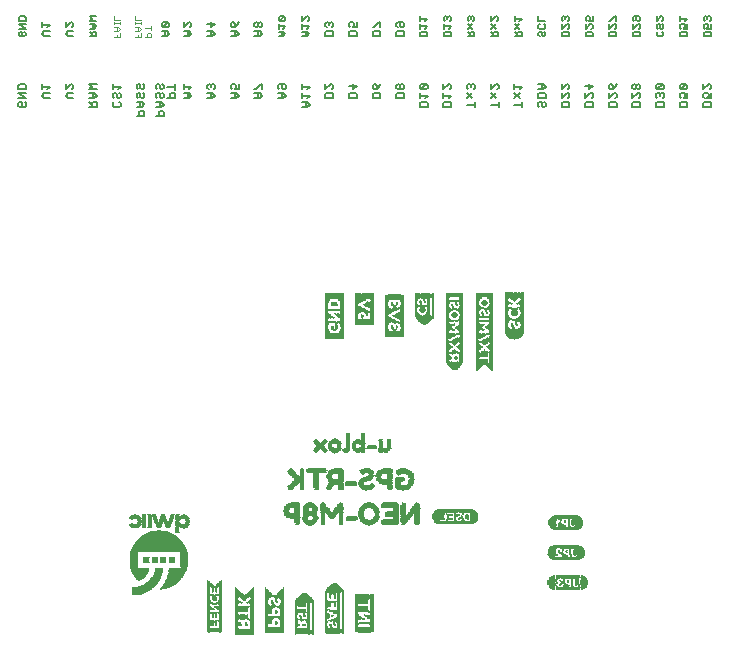
<source format=gbo>
G75*
%MOIN*%
%OFA0B0*%
%FSLAX25Y25*%
%IPPOS*%
%LPD*%
%AMOC8*
5,1,8,0,0,1.08239X$1,22.5*
%
%ADD10R,0.00157X0.12756*%
%ADD11R,0.00157X0.01890*%
%ADD12R,0.00157X0.00630*%
%ADD13R,0.00157X0.00472*%
%ADD14R,0.00157X0.01732*%
%ADD15R,0.00157X0.01575*%
%ADD16R,0.00157X0.01417*%
%ADD17R,0.00157X0.01260*%
%ADD18R,0.00157X0.01102*%
%ADD19R,0.00157X0.03150*%
%ADD20R,0.00157X0.00945*%
%ADD21R,0.00157X0.00787*%
%ADD22R,0.00157X0.00315*%
%ADD23R,0.00157X0.00157*%
%ADD24R,0.00157X0.02205*%
%ADD25R,0.00157X0.03307*%
%ADD26R,0.01181X0.00236*%
%ADD27R,0.00945X0.00236*%
%ADD28R,0.01654X0.00236*%
%ADD29R,0.01417X0.00236*%
%ADD30R,0.00472X0.00236*%
%ADD31R,0.02126X0.00236*%
%ADD32R,0.00709X0.00236*%
%ADD33R,0.03543X0.00236*%
%ADD34R,0.02835X0.00236*%
%ADD35R,0.04016X0.00236*%
%ADD36R,0.03307X0.00236*%
%ADD37R,0.03780X0.00236*%
%ADD38R,0.01890X0.00236*%
%ADD39R,0.04252X0.00236*%
%ADD40R,0.04488X0.00236*%
%ADD41R,0.03071X0.00236*%
%ADD42R,0.02598X0.00236*%
%ADD43R,0.02362X0.00236*%
%ADD44R,0.00236X0.00236*%
%ADD45R,0.00472X0.00079*%
%ADD46R,0.01339X0.00079*%
%ADD47R,0.01260X0.00079*%
%ADD48R,0.00551X0.00079*%
%ADD49R,0.01102X0.00079*%
%ADD50R,0.01417X0.00079*%
%ADD51R,0.01654X0.00079*%
%ADD52R,0.01496X0.00079*%
%ADD53R,0.01890X0.00079*%
%ADD54R,0.02126X0.00079*%
%ADD55R,0.02205X0.00079*%
%ADD56R,0.01575X0.00079*%
%ADD57R,0.02520X0.00079*%
%ADD58R,0.02441X0.00079*%
%ADD59R,0.02756X0.00079*%
%ADD60R,0.02598X0.00079*%
%ADD61R,0.02913X0.00079*%
%ADD62R,0.04252X0.00079*%
%ADD63R,0.03150X0.00079*%
%ADD64R,0.04331X0.00079*%
%ADD65R,0.01732X0.00079*%
%ADD66R,0.03307X0.00079*%
%ADD67R,0.04409X0.00079*%
%ADD68R,0.01811X0.00079*%
%ADD69R,0.03386X0.00079*%
%ADD70R,0.03543X0.00079*%
%ADD71R,0.04488X0.00079*%
%ADD72R,0.03622X0.00079*%
%ADD73R,0.04567X0.00079*%
%ADD74R,0.03780X0.00079*%
%ADD75R,0.01969X0.00079*%
%ADD76R,0.02047X0.00079*%
%ADD77R,0.03701X0.00079*%
%ADD78R,0.01024X0.00079*%
%ADD79R,0.00709X0.00079*%
%ADD80R,0.02283X0.00079*%
%ADD81R,0.00236X0.00079*%
%ADD82R,0.02362X0.00079*%
%ADD83R,0.01181X0.00079*%
%ADD84R,0.00157X0.00079*%
%ADD85R,0.00394X0.00079*%
%ADD86R,0.00630X0.00079*%
%ADD87R,0.00866X0.00079*%
%ADD88R,0.03858X0.00079*%
%ADD89R,0.03465X0.00079*%
%ADD90R,0.02992X0.00079*%
%ADD91R,0.04173X0.00079*%
%ADD92R,0.02835X0.00079*%
%ADD93R,0.03228X0.00079*%
%ADD94R,0.04646X0.00079*%
%ADD95R,0.05276X0.00079*%
%ADD96R,0.05748X0.00079*%
%ADD97R,0.06299X0.00079*%
%ADD98R,0.06693X0.00079*%
%ADD99R,0.07165X0.00079*%
%ADD100R,0.07480X0.00079*%
%ADD101R,0.07795X0.00079*%
%ADD102R,0.08268X0.00079*%
%ADD103R,0.08504X0.00079*%
%ADD104R,0.08898X0.00079*%
%ADD105R,0.09213X0.00079*%
%ADD106R,0.09449X0.00079*%
%ADD107R,0.09764X0.00079*%
%ADD108R,0.10000X0.00079*%
%ADD109R,0.10236X0.00079*%
%ADD110R,0.10551X0.00079*%
%ADD111R,0.10709X0.00079*%
%ADD112R,0.11024X0.00079*%
%ADD113R,0.11181X0.00079*%
%ADD114R,0.11417X0.00079*%
%ADD115R,0.11654X0.00079*%
%ADD116R,0.11811X0.00079*%
%ADD117R,0.12047X0.00079*%
%ADD118R,0.12283X0.00079*%
%ADD119R,0.12441X0.00079*%
%ADD120R,0.12598X0.00079*%
%ADD121R,0.12835X0.00079*%
%ADD122R,0.12992X0.00079*%
%ADD123R,0.13150X0.00079*%
%ADD124R,0.13307X0.00079*%
%ADD125R,0.13465X0.00079*%
%ADD126R,0.13622X0.00079*%
%ADD127R,0.13858X0.00079*%
%ADD128R,0.13937X0.00079*%
%ADD129R,0.14094X0.00079*%
%ADD130R,0.14252X0.00079*%
%ADD131R,0.14409X0.00079*%
%ADD132R,0.14567X0.00079*%
%ADD133R,0.14724X0.00079*%
%ADD134R,0.14882X0.00079*%
%ADD135R,0.14961X0.00079*%
%ADD136R,0.15118X0.00079*%
%ADD137R,0.15197X0.00079*%
%ADD138R,0.15354X0.00079*%
%ADD139R,0.15512X0.00079*%
%ADD140R,0.15591X0.00079*%
%ADD141R,0.15669X0.00079*%
%ADD142R,0.15827X0.00079*%
%ADD143R,0.15984X0.00079*%
%ADD144R,0.16063X0.00079*%
%ADD145R,0.16142X0.00079*%
%ADD146R,0.16220X0.00079*%
%ADD147R,0.16378X0.00079*%
%ADD148R,0.16457X0.00079*%
%ADD149R,0.16535X0.00079*%
%ADD150R,0.16693X0.00079*%
%ADD151R,0.16772X0.00079*%
%ADD152R,0.16850X0.00079*%
%ADD153R,0.16929X0.00079*%
%ADD154R,0.17008X0.00079*%
%ADD155R,0.17087X0.00079*%
%ADD156R,0.17244X0.00079*%
%ADD157R,0.17323X0.00079*%
%ADD158R,0.17480X0.00079*%
%ADD159R,0.17559X0.00079*%
%ADD160R,0.17717X0.00079*%
%ADD161R,0.17795X0.00079*%
%ADD162R,0.17874X0.00079*%
%ADD163R,0.17953X0.00079*%
%ADD164R,0.18031X0.00079*%
%ADD165R,0.18110X0.00079*%
%ADD166R,0.18189X0.00079*%
%ADD167R,0.18268X0.00079*%
%ADD168R,0.18346X0.00079*%
%ADD169R,0.18425X0.00079*%
%ADD170R,0.18504X0.00079*%
%ADD171R,0.18583X0.00079*%
%ADD172R,0.18661X0.00079*%
%ADD173R,0.02677X0.00079*%
%ADD174R,0.05827X0.00079*%
%ADD175R,0.06220X0.00079*%
%ADD176R,0.06142X0.00079*%
%ADD177R,0.06063X0.00079*%
%ADD178R,0.05984X0.00079*%
%ADD179R,0.05906X0.00079*%
%ADD180R,0.05669X0.00079*%
%ADD181R,0.05512X0.00079*%
%ADD182R,0.05591X0.00079*%
%ADD183R,0.05433X0.00079*%
%ADD184R,0.05354X0.00079*%
%ADD185R,0.05197X0.00079*%
%ADD186R,0.05118X0.00079*%
%ADD187R,0.04961X0.00079*%
%ADD188R,0.04803X0.00079*%
%ADD189R,0.04724X0.00079*%
%ADD190R,0.04094X0.00079*%
%ADD191R,0.04016X0.00079*%
%ADD192R,0.03937X0.00079*%
%ADD193R,0.05039X0.00079*%
%ADD194R,0.03071X0.00079*%
%ADD195R,0.04882X0.00079*%
%ADD196R,0.00079X0.00079*%
%ADD197R,0.07244X0.00079*%
%ADD198R,0.07087X0.00079*%
%ADD199R,0.07008X0.00079*%
%ADD200R,0.06929X0.00079*%
%ADD201R,0.06850X0.00079*%
%ADD202R,0.06614X0.00079*%
%ADD203R,0.06535X0.00079*%
%ADD204R,0.06378X0.00079*%
%ADD205R,0.00157X0.11024*%
%ADD206R,0.00157X0.11181*%
%ADD207R,0.00157X0.11496*%
%ADD208R,0.00157X0.11654*%
%ADD209R,0.00157X0.02047*%
%ADD210R,0.00157X0.02362*%
%ADD211R,0.00157X0.12913*%
%ADD212R,0.00157X0.13071*%
%ADD213R,0.00157X0.13228*%
%ADD214R,0.00157X0.02992*%
%ADD215R,0.00157X0.04409*%
%ADD216R,0.00157X0.04567*%
%ADD217R,0.00157X0.02835*%
%ADD218R,0.00157X0.02677*%
%ADD219R,0.00157X0.04252*%
%ADD220R,0.00157X0.04094*%
%ADD221R,0.00157X0.03937*%
%ADD222R,0.00157X0.03780*%
%ADD223R,0.00157X0.03622*%
%ADD224R,0.00157X0.03465*%
%ADD225R,0.00157X0.11811*%
%ADD226R,0.00157X0.14173*%
%ADD227R,0.00157X0.14331*%
%ADD228R,0.00157X0.14646*%
%ADD229R,0.00157X0.14803*%
%ADD230R,0.00157X0.15906*%
%ADD231R,0.00157X0.16063*%
%ADD232R,0.00157X0.16220*%
%ADD233R,0.00157X0.16378*%
%ADD234R,0.00157X0.05039*%
%ADD235R,0.00157X0.05197*%
%ADD236R,0.00157X0.02520*%
%ADD237R,0.00157X0.14961*%
%ADD238R,0.00157X0.15276*%
%ADD239R,0.00157X0.15118*%
%ADD240R,0.00157X0.14488*%
%ADD241R,0.00157X0.09921*%
%ADD242R,0.08858X0.00118*%
%ADD243R,0.09567X0.00118*%
%ADD244R,0.10039X0.00079*%
%ADD245R,0.10512X0.00157*%
%ADD246R,0.10748X0.00118*%
%ADD247R,0.10984X0.00118*%
%ADD248R,0.11220X0.00079*%
%ADD249R,0.07913X0.00118*%
%ADD250R,0.02953X0.00118*%
%ADD251R,0.03543X0.00157*%
%ADD252R,0.00472X0.00157*%
%ADD253R,0.01535X0.00157*%
%ADD254R,0.02835X0.00157*%
%ADD255R,0.03543X0.00118*%
%ADD256R,0.00472X0.00118*%
%ADD257R,0.01063X0.00118*%
%ADD258R,0.02598X0.00118*%
%ADD259R,0.00354X0.00118*%
%ADD260R,0.00827X0.00118*%
%ADD261R,0.00591X0.00118*%
%ADD262R,0.03661X0.00157*%
%ADD263R,0.00354X0.00157*%
%ADD264R,0.02598X0.00157*%
%ADD265R,0.03661X0.00118*%
%ADD266R,0.00709X0.00118*%
%ADD267R,0.02480X0.00118*%
%ADD268R,0.03780X0.00118*%
%ADD269R,0.00236X0.00118*%
%ADD270R,0.03780X0.00157*%
%ADD271R,0.00945X0.00157*%
%ADD272R,0.00236X0.00157*%
%ADD273R,0.00827X0.00157*%
%ADD274R,0.00945X0.00118*%
%ADD275R,0.01654X0.00157*%
%ADD276R,0.02717X0.00157*%
%ADD277R,0.01417X0.00118*%
%ADD278R,0.02717X0.00118*%
%ADD279R,0.02835X0.00118*%
%ADD280R,0.01299X0.00118*%
%ADD281R,0.01181X0.00157*%
%ADD282R,0.03071X0.00157*%
%ADD283R,0.01181X0.00118*%
%ADD284R,0.03189X0.00118*%
%ADD285R,0.02008X0.00118*%
%ADD286R,0.03425X0.00118*%
%ADD287R,0.02362X0.00157*%
%ADD288R,0.01890X0.00157*%
%ADD289R,0.02244X0.00118*%
%ADD290R,0.01890X0.00118*%
%ADD291R,0.02126X0.00118*%
%ADD292R,0.02126X0.00157*%
%ADD293R,0.11220X0.00118*%
%ADD294R,0.10512X0.00118*%
%ADD295R,0.10039X0.00118*%
%ADD296R,0.00118X0.17598*%
%ADD297R,0.00118X0.17480*%
%ADD298R,0.00079X0.17362*%
%ADD299R,0.00157X0.17244*%
%ADD300R,0.00118X0.17126*%
%ADD301R,0.00118X0.17008*%
%ADD302R,0.00079X0.16890*%
%ADD303R,0.00118X0.11220*%
%ADD304R,0.00118X0.05197*%
%ADD305R,0.00157X0.00354*%
%ADD306R,0.00157X0.01299*%
%ADD307R,0.00157X0.00709*%
%ADD308R,0.00157X0.01535*%
%ADD309R,0.00118X0.01417*%
%ADD310R,0.00118X0.00236*%
%ADD311R,0.00118X0.01181*%
%ADD312R,0.00118X0.01063*%
%ADD313R,0.00118X0.00591*%
%ADD314R,0.00118X0.00945*%
%ADD315R,0.00118X0.00354*%
%ADD316R,0.00118X0.01299*%
%ADD317R,0.00118X0.00709*%
%ADD318R,0.00157X0.00236*%
%ADD319R,0.00157X0.01063*%
%ADD320R,0.00118X0.00827*%
%ADD321R,0.00118X0.01890*%
%ADD322R,0.00118X0.00472*%
%ADD323R,0.00118X0.02480*%
%ADD324R,0.00118X0.02362*%
%ADD325R,0.00157X0.00591*%
%ADD326R,0.00157X0.02126*%
%ADD327R,0.00157X0.02244*%
%ADD328R,0.00118X0.02126*%
%ADD329R,0.00118X0.02244*%
%ADD330R,0.00157X0.00118*%
%ADD331R,0.00118X0.00118*%
%ADD332R,0.00118X0.02008*%
%ADD333R,0.00118X0.02598*%
%ADD334R,0.00157X0.00827*%
%ADD335R,0.00157X0.02008*%
%ADD336R,0.00157X0.01181*%
%ADD337R,0.00118X0.01535*%
%ADD338R,0.00118X0.01772*%
%ADD339R,0.00118X0.16890*%
%ADD340R,0.00118X0.17244*%
%ADD341R,0.00118X0.17362*%
%ADD342R,0.00157X0.15748*%
%ADD343R,0.00157X0.15591*%
%ADD344R,0.00157X0.15433*%
%ADD345R,0.00157X0.07087*%
%ADD346R,0.08622X0.00118*%
%ADD347R,0.09094X0.00079*%
%ADD348R,0.09567X0.00157*%
%ADD349R,0.09803X0.00118*%
%ADD350R,0.10276X0.00079*%
%ADD351R,0.02244X0.00157*%
%ADD352R,0.00709X0.00157*%
%ADD353R,0.02362X0.00118*%
%ADD354R,0.00118X0.00157*%
%ADD355R,0.02480X0.00157*%
%ADD356R,0.01299X0.00157*%
%ADD357R,0.01772X0.00118*%
%ADD358R,0.10276X0.00118*%
%ADD359R,0.09094X0.00118*%
%ADD360R,0.07913X0.00079*%
%ADD361R,0.01417X0.00157*%
%ADD362R,0.07913X0.00157*%
%ADD363R,0.01535X0.00118*%
%ADD364R,0.01654X0.00118*%
%ADD365R,0.01772X0.00079*%
%ADD366R,0.06142X0.00118*%
%ADD367R,0.02008X0.00157*%
%ADD368R,0.00591X0.00157*%
%ADD369R,0.11693X0.00118*%
%ADD370R,0.12402X0.00118*%
%ADD371R,0.12874X0.00079*%
%ADD372R,0.13346X0.00157*%
%ADD373R,0.13583X0.00118*%
%ADD374R,0.13819X0.00118*%
%ADD375R,0.14055X0.00079*%
%ADD376R,0.05669X0.00118*%
%ADD377R,0.08031X0.00118*%
%ADD378R,0.03898X0.00118*%
%ADD379R,0.01063X0.00157*%
%ADD380R,0.01772X0.00157*%
%ADD381R,0.03898X0.00157*%
%ADD382R,0.14055X0.00118*%
%ADD383R,0.13346X0.00118*%
%ADD384R,0.12874X0.00118*%
%ADD385R,0.00276X0.00276*%
%ADD386R,0.04409X0.00276*%
%ADD387R,0.01654X0.00276*%
%ADD388R,0.00551X0.00276*%
%ADD389R,0.02756X0.00276*%
%ADD390R,0.01378X0.00315*%
%ADD391R,0.01654X0.00315*%
%ADD392R,0.05512X0.00315*%
%ADD393R,0.03307X0.00315*%
%ADD394R,0.02756X0.00315*%
%ADD395R,0.04134X0.00315*%
%ADD396R,0.01929X0.00276*%
%ADD397R,0.05787X0.00276*%
%ADD398R,0.04134X0.00276*%
%ADD399R,0.03307X0.00276*%
%ADD400R,0.04685X0.00276*%
%ADD401R,0.02205X0.00236*%
%ADD402R,0.01929X0.00236*%
%ADD403R,0.05787X0.00236*%
%ADD404R,0.04685X0.00236*%
%ADD405R,0.03858X0.00236*%
%ADD406R,0.04961X0.00236*%
%ADD407R,0.02480X0.00315*%
%ADD408R,0.01929X0.00315*%
%ADD409R,0.05787X0.00315*%
%ADD410R,0.05236X0.00315*%
%ADD411R,0.02205X0.00315*%
%ADD412R,0.04409X0.00315*%
%ADD413R,0.02480X0.00276*%
%ADD414R,0.05236X0.00276*%
%ADD415R,0.05512X0.00276*%
%ADD416R,0.06063X0.00276*%
%ADD417R,0.02205X0.00276*%
%ADD418R,0.03031X0.00236*%
%ADD419R,0.02480X0.00236*%
%ADD420R,0.03031X0.00315*%
%ADD421R,0.03583X0.00276*%
%ADD422R,0.03858X0.00276*%
%ADD423R,0.07717X0.00276*%
%ADD424R,0.04685X0.00315*%
%ADD425R,0.04961X0.00315*%
%ADD426R,0.04961X0.00276*%
%ADD427R,0.01102X0.00276*%
%ADD428R,0.03031X0.00276*%
%ADD429R,0.05236X0.00236*%
%ADD430R,0.04409X0.00236*%
%ADD431R,0.01378X0.00236*%
%ADD432R,0.02756X0.00236*%
%ADD433R,0.01102X0.00236*%
%ADD434R,0.00827X0.00276*%
%ADD435R,0.03858X0.00315*%
%ADD436R,0.06890X0.00315*%
%ADD437R,0.07165X0.00276*%
%ADD438R,0.07165X0.00236*%
%ADD439R,0.06614X0.00276*%
%ADD440R,0.00827X0.00236*%
%ADD441R,0.00276X0.00315*%
%ADD442R,0.03583X0.00315*%
%ADD443R,0.01378X0.00276*%
%ADD444R,0.00157X0.10551*%
%ADD445R,0.00157X0.07874*%
%ADD446R,0.00157X0.08031*%
%ADD447R,0.00157X0.08346*%
%ADD448R,0.00157X0.08504*%
%ADD449R,0.00157X0.09606*%
%ADD450R,0.00157X0.09764*%
%ADD451R,0.00157X0.10079*%
%ADD452R,0.00157X0.08661*%
%ADD453R,0.00157X0.13701*%
%ADD454R,0.00157X0.14016*%
%ADD455R,0.00157X0.04882*%
%ADD456R,0.00157X0.23425*%
%ADD457R,0.00118X0.23543*%
%ADD458R,0.00157X0.23819*%
%ADD459R,0.00118X0.23976*%
%ADD460R,0.00157X0.24094*%
%ADD461R,0.00118X0.24252*%
%ADD462R,0.00157X0.13898*%
%ADD463R,0.00118X0.04961*%
%ADD464R,0.00118X0.02205*%
%ADD465R,0.00118X0.06063*%
%ADD466R,0.00118X0.02756*%
%ADD467R,0.00118X0.03701*%
%ADD468R,0.00157X0.01772*%
%ADD469R,0.00157X0.01929*%
%ADD470R,0.00157X0.00433*%
%ADD471R,0.00157X0.01811*%
%ADD472R,0.00157X0.00984*%
%ADD473R,0.00157X0.01496*%
%ADD474R,0.00118X0.01929*%
%ADD475R,0.00118X0.01654*%
%ADD476R,0.00118X0.00433*%
%ADD477R,0.00118X0.02047*%
%ADD478R,0.00118X0.01102*%
%ADD479R,0.00118X0.01496*%
%ADD480R,0.00157X0.00551*%
%ADD481R,0.00157X0.01378*%
%ADD482R,0.00157X0.01654*%
%ADD483R,0.00118X0.00394*%
%ADD484R,0.00118X0.01260*%
%ADD485R,0.00118X0.00551*%
%ADD486R,0.00118X0.00984*%
%ADD487R,0.00157X0.02323*%
%ADD488R,0.00157X0.00669*%
%ADD489R,0.00118X0.00669*%
%ADD490R,0.00157X0.02598*%
%ADD491R,0.00157X0.00394*%
%ADD492R,0.00118X0.01811*%
%ADD493R,0.00118X0.02087*%
%ADD494R,0.00157X0.02756*%
%ADD495R,0.00118X0.02874*%
%ADD496R,0.00157X0.02874*%
%ADD497R,0.00118X0.00276*%
%ADD498R,0.00157X0.00276*%
%ADD499R,0.00118X0.01378*%
%ADD500R,0.00118X0.01220*%
%ADD501R,0.00157X0.01220*%
%ADD502R,0.00157X0.08268*%
%ADD503R,0.00118X0.08425*%
%ADD504R,0.00118X0.15433*%
%ADD505R,0.00157X0.26299*%
%ADD506R,0.00118X0.26181*%
%ADD507R,0.00157X0.26024*%
%ADD508R,0.00118X0.25906*%
%ADD509R,0.00157X0.25748*%
%ADD510R,0.00118X0.25630*%
%ADD511R,0.00157X0.14055*%
%ADD512R,0.00118X0.05787*%
%ADD513R,0.00118X0.06772*%
%ADD514R,0.00118X0.03031*%
%ADD515R,0.00157X0.02480*%
%ADD516R,0.00118X0.02323*%
%ADD517R,0.00118X0.02638*%
%ADD518R,0.00118X0.02913*%
%ADD519R,0.00157X0.03031*%
%ADD520R,0.00118X0.03307*%
%ADD521R,0.00157X0.09370*%
%ADD522R,0.00118X0.09803*%
%ADD523R,0.00118X0.15551*%
%ADD524C,0.00500*%
%ADD525C,0.00600*%
%ADD526C,0.00400*%
D10*
X0389908Y0269398D03*
X0405184Y0269925D03*
X0405341Y0269925D03*
X0405499Y0269925D03*
X0405656Y0269925D03*
X0405814Y0269925D03*
X0405971Y0269925D03*
X0406129Y0269925D03*
X0410381Y0269925D03*
X0410538Y0269925D03*
X0410696Y0269925D03*
X0410853Y0269925D03*
X0411010Y0269925D03*
X0411168Y0269925D03*
X0411325Y0269925D03*
X0411483Y0269925D03*
D11*
X0410223Y0268587D03*
X0409436Y0271264D03*
X0409278Y0271264D03*
X0409121Y0271264D03*
X0408963Y0271264D03*
X0408806Y0271264D03*
X0408648Y0271264D03*
X0408491Y0271264D03*
X0408333Y0271264D03*
X0408176Y0271264D03*
X0408018Y0271264D03*
X0407861Y0271264D03*
X0407703Y0271264D03*
X0407546Y0271264D03*
X0407388Y0271264D03*
X0407231Y0271264D03*
X0407073Y0271264D03*
X0406916Y0271264D03*
X0406759Y0271264D03*
X0406601Y0271264D03*
X0406444Y0271264D03*
X0406286Y0268587D03*
X0406286Y0264492D03*
X0406444Y0264492D03*
X0410223Y0264492D03*
X0398963Y0264122D03*
X0398806Y0264122D03*
X0397861Y0264122D03*
X0396916Y0264122D03*
X0396286Y0264122D03*
X0399278Y0270264D03*
X0400223Y0277823D03*
X0396286Y0277665D03*
X0390381Y0274358D03*
X0389278Y0263965D03*
X0389121Y0263965D03*
X0388963Y0263965D03*
X0388806Y0263965D03*
X0388648Y0263965D03*
X0388491Y0263965D03*
X0388333Y0263965D03*
X0388176Y0263965D03*
X0388018Y0263965D03*
X0387861Y0263965D03*
X0387703Y0263965D03*
X0387546Y0263965D03*
X0387388Y0263965D03*
X0387231Y0263965D03*
X0387073Y0263965D03*
X0386916Y0263965D03*
X0386759Y0263965D03*
X0386601Y0263965D03*
X0386444Y0263965D03*
X0386286Y0263965D03*
X0386129Y0263965D03*
X0385971Y0263965D03*
X0380223Y0264335D03*
X0380066Y0264335D03*
X0379908Y0264335D03*
X0379751Y0264335D03*
X0379593Y0264335D03*
X0379436Y0264335D03*
X0379278Y0264335D03*
X0379121Y0264335D03*
X0378963Y0264335D03*
X0378806Y0264335D03*
X0378648Y0264335D03*
X0378491Y0264335D03*
X0378333Y0264335D03*
X0378176Y0264335D03*
X0378018Y0264335D03*
X0377861Y0264335D03*
X0377703Y0264335D03*
X0377546Y0264335D03*
X0377388Y0264335D03*
X0377231Y0264335D03*
X0377073Y0264335D03*
X0376916Y0264335D03*
X0376759Y0264335D03*
X0376601Y0264335D03*
X0376444Y0264335D03*
X0370223Y0263835D03*
X0370066Y0263835D03*
X0369908Y0263835D03*
X0369751Y0263835D03*
X0369593Y0263835D03*
X0369436Y0263835D03*
X0369278Y0263835D03*
X0369121Y0263835D03*
X0368963Y0263835D03*
X0368806Y0263835D03*
X0368648Y0263835D03*
X0368491Y0263835D03*
X0368333Y0263835D03*
X0368176Y0263835D03*
X0368018Y0263835D03*
X0367861Y0263835D03*
X0367703Y0263835D03*
X0367546Y0263835D03*
X0367388Y0263835D03*
X0367231Y0263835D03*
X0367073Y0263835D03*
X0366916Y0263835D03*
X0366759Y0263835D03*
X0366601Y0263835D03*
X0366444Y0263835D03*
X0367546Y0268559D03*
X0367703Y0268559D03*
X0367861Y0268559D03*
X0366286Y0268717D03*
X0366444Y0271394D03*
X0368018Y0275173D03*
X0368491Y0275173D03*
X0369908Y0276276D03*
X0366759Y0276276D03*
X0358806Y0269323D03*
X0357861Y0269323D03*
X0357861Y0266606D03*
X0357388Y0266606D03*
X0358806Y0266606D03*
X0380223Y0272051D03*
X0379751Y0275988D03*
X0397388Y0362335D03*
X0397546Y0362335D03*
X0397703Y0362335D03*
X0398963Y0362335D03*
X0399121Y0362335D03*
X0399278Y0362335D03*
X0400223Y0369106D03*
X0396286Y0369106D03*
X0397388Y0375720D03*
X0397546Y0375720D03*
X0399121Y0375720D03*
X0399278Y0375720D03*
X0406916Y0371244D03*
X0409593Y0372819D03*
X0409751Y0372819D03*
X0409436Y0375654D03*
X0409278Y0375654D03*
X0410223Y0375654D03*
X0416759Y0375433D03*
X0418018Y0375433D03*
X0418176Y0375433D03*
X0418648Y0375433D03*
X0418806Y0375433D03*
X0419593Y0375433D03*
X0419751Y0375433D03*
X0418806Y0371811D03*
X0419593Y0369291D03*
X0419593Y0362992D03*
X0419436Y0362992D03*
X0419278Y0362992D03*
X0419121Y0362992D03*
X0419751Y0362992D03*
X0417703Y0362992D03*
X0416759Y0362992D03*
X0409908Y0366992D03*
X0409751Y0366992D03*
X0409593Y0366992D03*
X0409436Y0366992D03*
X0409278Y0366992D03*
X0409121Y0366992D03*
X0408963Y0366992D03*
X0407231Y0366992D03*
X0426286Y0375709D03*
X0427703Y0375709D03*
X0428648Y0375709D03*
X0428806Y0375709D03*
X0428963Y0375709D03*
X0430223Y0368307D03*
X0456444Y0368087D03*
X0458806Y0367142D03*
X0459593Y0375961D03*
X0459751Y0375961D03*
X0459908Y0375961D03*
X0460066Y0375961D03*
X0456916Y0375961D03*
X0456759Y0375961D03*
X0456601Y0375961D03*
X0456444Y0375961D03*
D12*
X0457073Y0373283D03*
X0457388Y0371551D03*
X0459278Y0371551D03*
X0460066Y0371551D03*
X0459593Y0373283D03*
X0457388Y0367929D03*
X0457231Y0367929D03*
X0459436Y0366197D03*
X0428333Y0372244D03*
X0428491Y0373819D03*
X0419908Y0371654D03*
X0419593Y0371496D03*
X0419436Y0371496D03*
X0419278Y0367087D03*
X0419121Y0367087D03*
X0419593Y0366929D03*
X0419908Y0366772D03*
X0410223Y0370614D03*
X0407861Y0369039D03*
X0408176Y0372819D03*
X0408333Y0372819D03*
X0400223Y0371154D03*
X0398806Y0369579D03*
X0397703Y0368634D03*
X0398648Y0366902D03*
X0399436Y0366902D03*
X0399593Y0366902D03*
X0399751Y0366902D03*
X0399908Y0366902D03*
X0396601Y0366902D03*
X0396444Y0371154D03*
X0397231Y0372728D03*
X0377861Y0275673D03*
X0379436Y0273783D03*
X0379593Y0272209D03*
X0378491Y0272366D03*
X0378176Y0268587D03*
X0378018Y0268587D03*
X0379436Y0268587D03*
X0379593Y0268587D03*
X0386916Y0267587D03*
X0387703Y0267744D03*
X0388806Y0267587D03*
X0389278Y0269949D03*
X0395971Y0270894D03*
X0397073Y0270736D03*
X0397231Y0270736D03*
X0397388Y0267587D03*
X0397546Y0267587D03*
X0406286Y0266539D03*
X0406444Y0266539D03*
X0407703Y0268114D03*
X0408806Y0269059D03*
X0409593Y0270634D03*
X0410066Y0266539D03*
X0410223Y0266539D03*
X0370066Y0267614D03*
X0369593Y0273598D03*
X0367073Y0273598D03*
D13*
X0367231Y0273520D03*
X0369278Y0273520D03*
X0369436Y0273520D03*
X0369593Y0271945D03*
X0370223Y0272102D03*
X0369908Y0267693D03*
X0359751Y0270150D03*
X0357861Y0271331D03*
X0378333Y0268665D03*
X0378491Y0268665D03*
X0378648Y0268665D03*
X0378806Y0268665D03*
X0378963Y0268665D03*
X0379121Y0268665D03*
X0379278Y0268665D03*
X0379278Y0272130D03*
X0379436Y0272130D03*
X0378806Y0272287D03*
X0378648Y0272287D03*
X0386129Y0267823D03*
X0387861Y0267665D03*
X0396129Y0267193D03*
X0397073Y0267508D03*
X0397231Y0267508D03*
X0397388Y0269083D03*
X0397546Y0269083D03*
X0396916Y0270815D03*
X0396759Y0270815D03*
X0399278Y0273965D03*
X0406601Y0266618D03*
X0406759Y0266618D03*
X0406916Y0266618D03*
X0407073Y0266618D03*
X0407231Y0266618D03*
X0407388Y0266618D03*
X0407546Y0266618D03*
X0407703Y0266618D03*
X0407861Y0266618D03*
X0408018Y0266618D03*
X0408176Y0266618D03*
X0408333Y0266618D03*
X0408491Y0266618D03*
X0408648Y0266618D03*
X0408806Y0266618D03*
X0408963Y0266618D03*
X0409121Y0266618D03*
X0409278Y0266618D03*
X0409436Y0266618D03*
X0409593Y0266618D03*
X0409751Y0266618D03*
X0409908Y0266618D03*
X0408018Y0268035D03*
X0407861Y0268035D03*
X0408648Y0269138D03*
X0409751Y0270555D03*
X0409908Y0270555D03*
X0410066Y0270555D03*
X0410223Y0270555D03*
X0419751Y0366850D03*
X0419436Y0367008D03*
X0418176Y0369213D03*
X0418018Y0369213D03*
X0419751Y0371575D03*
X0426286Y0372480D03*
X0426759Y0372323D03*
X0428491Y0372323D03*
X0428806Y0372480D03*
X0428963Y0372480D03*
X0410066Y0370535D03*
X0409908Y0370535D03*
X0409751Y0370535D03*
X0409593Y0370535D03*
X0400066Y0371075D03*
X0399908Y0371075D03*
X0399751Y0371075D03*
X0399593Y0371075D03*
X0399436Y0371075D03*
X0399278Y0371075D03*
X0399121Y0371075D03*
X0398963Y0371075D03*
X0398806Y0371075D03*
X0398648Y0371075D03*
X0398491Y0371075D03*
X0398333Y0371075D03*
X0398176Y0371075D03*
X0398018Y0371075D03*
X0397861Y0371075D03*
X0397703Y0371075D03*
X0397546Y0371075D03*
X0397388Y0371075D03*
X0397231Y0371075D03*
X0397073Y0371075D03*
X0396916Y0371075D03*
X0396759Y0371075D03*
X0396601Y0371075D03*
X0398491Y0369657D03*
X0398648Y0369657D03*
X0397861Y0368555D03*
X0397861Y0366980D03*
X0398018Y0366980D03*
X0398176Y0366980D03*
X0398333Y0366980D03*
X0398491Y0366980D03*
X0397703Y0366980D03*
X0397546Y0366980D03*
X0397388Y0366980D03*
X0397231Y0366980D03*
X0397073Y0366980D03*
X0396916Y0366980D03*
X0396759Y0366980D03*
X0456601Y0371630D03*
X0457073Y0371630D03*
X0457231Y0371630D03*
X0457231Y0373205D03*
X0459278Y0373205D03*
X0459436Y0373205D03*
X0459436Y0371630D03*
X0459908Y0371630D03*
X0458333Y0367693D03*
X0458176Y0367693D03*
X0457861Y0367850D03*
X0457703Y0367850D03*
X0457546Y0367850D03*
D14*
X0460066Y0368165D03*
X0430381Y0368386D03*
X0430066Y0375787D03*
X0430853Y0375787D03*
X0427546Y0375787D03*
X0427388Y0375787D03*
X0426601Y0375787D03*
X0426444Y0375787D03*
X0419436Y0375512D03*
X0419278Y0375512D03*
X0419121Y0375512D03*
X0418963Y0375512D03*
X0417861Y0375512D03*
X0417703Y0375512D03*
X0417546Y0375512D03*
X0417388Y0375512D03*
X0417231Y0375512D03*
X0417073Y0375512D03*
X0416916Y0375512D03*
X0416916Y0370787D03*
X0417073Y0370787D03*
X0419436Y0369213D03*
X0417073Y0367638D03*
X0416916Y0367638D03*
X0416916Y0362913D03*
X0417073Y0362913D03*
X0417231Y0362913D03*
X0417388Y0362913D03*
X0417546Y0362913D03*
X0408806Y0366913D03*
X0408648Y0366913D03*
X0408491Y0366913D03*
X0408333Y0366913D03*
X0408176Y0366913D03*
X0408018Y0366913D03*
X0407073Y0366913D03*
X0406759Y0366913D03*
X0406601Y0366913D03*
X0407073Y0371165D03*
X0409436Y0372898D03*
X0409593Y0375732D03*
X0409751Y0375732D03*
X0410066Y0375732D03*
X0398963Y0375799D03*
X0398806Y0375799D03*
X0398648Y0375799D03*
X0398491Y0375799D03*
X0398333Y0375799D03*
X0398176Y0375799D03*
X0398018Y0375799D03*
X0397861Y0375799D03*
X0397703Y0375799D03*
X0396444Y0369028D03*
X0397861Y0362256D03*
X0398018Y0362256D03*
X0398176Y0362256D03*
X0398333Y0362256D03*
X0398491Y0362256D03*
X0398648Y0362256D03*
X0398806Y0362256D03*
X0400381Y0277744D03*
X0396129Y0277587D03*
X0390538Y0274280D03*
X0387861Y0270500D03*
X0389278Y0267508D03*
X0390066Y0263886D03*
X0390853Y0263886D03*
X0396444Y0264043D03*
X0396601Y0264043D03*
X0396759Y0264043D03*
X0398018Y0264043D03*
X0398176Y0264043D03*
X0398333Y0264043D03*
X0398491Y0264043D03*
X0398648Y0264043D03*
X0400066Y0264043D03*
X0400853Y0264043D03*
X0399121Y0267823D03*
X0396286Y0269083D03*
X0396129Y0269083D03*
X0406601Y0264413D03*
X0406759Y0264413D03*
X0406916Y0264413D03*
X0407073Y0264413D03*
X0407231Y0264413D03*
X0407388Y0264413D03*
X0407546Y0264413D03*
X0407703Y0264413D03*
X0407861Y0264413D03*
X0408018Y0264413D03*
X0408176Y0264413D03*
X0408333Y0264413D03*
X0408491Y0264413D03*
X0408648Y0264413D03*
X0408806Y0264413D03*
X0408963Y0264413D03*
X0409121Y0264413D03*
X0409278Y0264413D03*
X0409436Y0264413D03*
X0409593Y0264413D03*
X0409751Y0264413D03*
X0409908Y0264413D03*
X0410066Y0264413D03*
X0410223Y0275437D03*
X0409593Y0275437D03*
X0379593Y0275909D03*
X0379436Y0275752D03*
X0379278Y0275594D03*
X0376916Y0276067D03*
X0377388Y0271657D03*
X0377388Y0268035D03*
X0369436Y0268638D03*
X0368176Y0268638D03*
X0368018Y0268638D03*
X0367388Y0268638D03*
X0367231Y0268638D03*
X0367073Y0268638D03*
X0367073Y0271315D03*
X0366916Y0271315D03*
X0366759Y0271315D03*
X0366601Y0271315D03*
X0367231Y0271315D03*
X0367388Y0271315D03*
X0367546Y0271315D03*
X0367703Y0271315D03*
X0367861Y0271315D03*
X0368018Y0271315D03*
X0368176Y0271315D03*
X0368333Y0271315D03*
X0368491Y0271315D03*
X0368648Y0271315D03*
X0368806Y0271315D03*
X0368963Y0271315D03*
X0369121Y0271315D03*
X0369278Y0271315D03*
X0369436Y0271315D03*
X0368648Y0275252D03*
X0367861Y0275252D03*
X0367703Y0275409D03*
X0367546Y0275567D03*
X0367388Y0275724D03*
X0367231Y0275882D03*
X0367073Y0276039D03*
X0366916Y0276197D03*
X0369751Y0276197D03*
D15*
X0369593Y0276118D03*
X0369436Y0275961D03*
X0369278Y0275803D03*
X0369121Y0275646D03*
X0368963Y0275488D03*
X0368806Y0275331D03*
X0368806Y0268717D03*
X0368963Y0268717D03*
X0369121Y0268717D03*
X0369278Y0268717D03*
X0368648Y0268717D03*
X0368491Y0268717D03*
X0368333Y0268717D03*
X0366916Y0268717D03*
X0366759Y0268717D03*
X0366601Y0268717D03*
X0366444Y0268717D03*
X0366286Y0266354D03*
X0378018Y0272524D03*
X0378648Y0275201D03*
X0377073Y0275988D03*
X0386129Y0270579D03*
X0388491Y0270579D03*
X0390853Y0274043D03*
X0390696Y0274201D03*
X0395971Y0277508D03*
X0400538Y0277665D03*
X0400853Y0277350D03*
X0399121Y0270264D03*
X0398963Y0270264D03*
X0398963Y0267902D03*
X0400223Y0263965D03*
X0400381Y0263965D03*
X0400538Y0263965D03*
X0400696Y0263965D03*
X0406444Y0268587D03*
X0410066Y0268587D03*
X0410066Y0275516D03*
X0409908Y0275516D03*
X0409751Y0275516D03*
X0390696Y0263807D03*
X0390538Y0263807D03*
X0390381Y0263807D03*
X0390223Y0263807D03*
X0397703Y0365012D03*
X0397861Y0365012D03*
X0400066Y0369106D03*
X0398648Y0373201D03*
X0398491Y0373201D03*
X0398333Y0373201D03*
X0398176Y0373201D03*
X0398018Y0373201D03*
X0407231Y0371244D03*
X0408806Y0370457D03*
X0409278Y0372819D03*
X0409908Y0375811D03*
X0417231Y0370866D03*
X0417388Y0370866D03*
X0417703Y0371024D03*
X0419278Y0369291D03*
X0418333Y0367087D03*
X0417388Y0367559D03*
X0417231Y0367559D03*
X0425971Y0372402D03*
X0429278Y0372402D03*
X0430223Y0375866D03*
X0430381Y0375866D03*
X0430538Y0375866D03*
X0430696Y0375866D03*
X0427231Y0375866D03*
X0427073Y0375866D03*
X0426916Y0375866D03*
X0426759Y0375866D03*
X0430538Y0368465D03*
X0406916Y0366835D03*
X0456601Y0368087D03*
X0459121Y0370134D03*
D16*
X0457388Y0370055D03*
X0456286Y0373520D03*
X0460223Y0373520D03*
X0430696Y0368543D03*
X0426916Y0371063D03*
X0419121Y0369213D03*
X0418018Y0367323D03*
X0417703Y0367480D03*
X0417546Y0367480D03*
X0417546Y0370945D03*
X0409121Y0372898D03*
X0407546Y0371165D03*
X0407388Y0371165D03*
X0408648Y0370535D03*
X0399908Y0369185D03*
X0399751Y0369185D03*
X0396601Y0369028D03*
X0397546Y0365091D03*
X0397703Y0373122D03*
X0397861Y0373122D03*
X0398806Y0373122D03*
X0400696Y0277587D03*
X0398806Y0270343D03*
X0398648Y0270343D03*
X0396601Y0269083D03*
X0396444Y0269083D03*
X0398491Y0267665D03*
X0398648Y0267823D03*
X0398806Y0267823D03*
X0406601Y0268508D03*
X0406759Y0268508D03*
X0409908Y0268665D03*
X0388648Y0270657D03*
X0387703Y0270657D03*
X0386286Y0270657D03*
X0380066Y0272130D03*
X0377546Y0271972D03*
X0377546Y0273705D03*
X0380223Y0268193D03*
X0370223Y0273835D03*
X0366286Y0273835D03*
X0359751Y0271685D03*
X0359751Y0264244D03*
X0359278Y0264244D03*
X0358806Y0264244D03*
X0358333Y0264244D03*
X0357861Y0264244D03*
X0357388Y0264244D03*
X0356916Y0264244D03*
D17*
X0366444Y0266354D03*
X0366601Y0266354D03*
X0366759Y0266354D03*
X0368648Y0266354D03*
X0368806Y0266354D03*
X0368963Y0266354D03*
X0369121Y0266354D03*
X0370066Y0273756D03*
X0366444Y0273756D03*
X0377231Y0275988D03*
X0378806Y0270476D03*
X0378963Y0270476D03*
X0377546Y0268272D03*
X0378648Y0266854D03*
X0378806Y0266854D03*
X0378963Y0266854D03*
X0379121Y0266854D03*
X0385971Y0266169D03*
X0387388Y0267902D03*
X0387388Y0270736D03*
X0387231Y0270736D03*
X0387073Y0270736D03*
X0386916Y0270736D03*
X0386759Y0270736D03*
X0386601Y0270736D03*
X0386444Y0270736D03*
X0387546Y0270736D03*
X0398333Y0270421D03*
X0398491Y0270421D03*
X0397861Y0267429D03*
X0406916Y0268429D03*
X0409593Y0268744D03*
X0409751Y0268744D03*
X0436680Y0355264D03*
X0437782Y0356917D03*
X0438609Y0357193D03*
X0438058Y0362705D03*
X0437507Y0369319D03*
X0430853Y0368622D03*
X0428333Y0371142D03*
X0418963Y0371496D03*
X0417703Y0373071D03*
X0418963Y0369291D03*
X0417861Y0367402D03*
X0418176Y0367244D03*
X0418491Y0367087D03*
X0417703Y0365197D03*
X0408491Y0370772D03*
X0408333Y0370772D03*
X0408176Y0370929D03*
X0408018Y0370929D03*
X0407861Y0371087D03*
X0407703Y0371087D03*
X0408806Y0372819D03*
X0408963Y0372819D03*
X0398963Y0373043D03*
X0397546Y0373043D03*
X0396916Y0368949D03*
X0396759Y0368949D03*
X0396286Y0366744D03*
X0397388Y0365169D03*
X0400223Y0366744D03*
X0399593Y0369264D03*
X0447507Y0373504D03*
X0456444Y0373441D03*
X0456286Y0371394D03*
X0460066Y0373441D03*
X0459908Y0368087D03*
X0457546Y0366039D03*
X0446955Y0358622D03*
D18*
X0448058Y0362677D03*
X0448058Y0369016D03*
X0448609Y0371220D03*
X0449711Y0371772D03*
X0456759Y0368008D03*
X0458648Y0367378D03*
X0459278Y0367693D03*
X0459593Y0367850D03*
X0459751Y0368008D03*
X0459278Y0370055D03*
X0460223Y0371472D03*
X0457388Y0366118D03*
X0439711Y0371051D03*
X0438058Y0371602D03*
X0438609Y0373807D03*
X0438333Y0362783D03*
X0437507Y0360421D03*
X0439987Y0356445D03*
X0438885Y0355185D03*
X0438609Y0355185D03*
X0436955Y0355185D03*
X0420223Y0366693D03*
X0418648Y0367165D03*
X0419121Y0365276D03*
X0418963Y0365118D03*
X0417546Y0365276D03*
X0417388Y0365276D03*
X0418648Y0369213D03*
X0418806Y0369213D03*
X0420223Y0371732D03*
X0418963Y0372992D03*
X0419121Y0373150D03*
X0417546Y0373150D03*
X0417388Y0373150D03*
X0407388Y0368961D03*
X0399436Y0369343D03*
X0397073Y0368870D03*
X0397388Y0372965D03*
X0399121Y0372965D03*
X0399278Y0365248D03*
X0398648Y0364618D03*
X0377388Y0275909D03*
X0378491Y0275437D03*
X0377388Y0273862D03*
X0378176Y0272445D03*
X0379908Y0272130D03*
X0379121Y0270398D03*
X0378648Y0270398D03*
X0378491Y0270398D03*
X0380066Y0268350D03*
X0378491Y0266776D03*
X0385971Y0267823D03*
X0386129Y0266248D03*
X0389121Y0267508D03*
X0398018Y0270500D03*
X0398176Y0270500D03*
X0407073Y0268350D03*
X0409436Y0268823D03*
X0368491Y0266276D03*
X0367073Y0266276D03*
X0366916Y0266276D03*
D19*
X0376286Y0275988D03*
X0386286Y0273728D03*
X0388963Y0274988D03*
X0398963Y0278295D03*
X0406444Y0274728D03*
X0406601Y0274728D03*
X0406759Y0274728D03*
X0406916Y0274728D03*
X0407073Y0274728D03*
X0407231Y0274728D03*
X0407388Y0274728D03*
X0407546Y0274728D03*
X0407703Y0274728D03*
X0407861Y0274728D03*
X0408018Y0274728D03*
X0408176Y0274728D03*
X0408333Y0274728D03*
X0408491Y0274728D03*
X0408648Y0274728D03*
X0408806Y0274728D03*
X0408963Y0274728D03*
X0409121Y0274728D03*
X0409278Y0274728D03*
X0409436Y0274728D03*
X0397231Y0264752D03*
X0396286Y0362965D03*
X0406759Y0375024D03*
X0406916Y0375024D03*
X0427388Y0371772D03*
X0428176Y0375079D03*
X0427861Y0367677D03*
X0456601Y0363362D03*
X0456759Y0363205D03*
X0456916Y0363205D03*
X0457073Y0363047D03*
X0458176Y0375331D03*
X0458333Y0375331D03*
D20*
X0456759Y0373441D03*
X0456601Y0373441D03*
X0456444Y0371551D03*
X0459908Y0373441D03*
X0459436Y0367772D03*
X0459278Y0366197D03*
X0457231Y0366197D03*
X0449987Y0368819D03*
X0449436Y0371575D03*
X0449160Y0365236D03*
X0448333Y0362756D03*
X0449436Y0358622D03*
X0439436Y0358571D03*
X0439160Y0365185D03*
X0439711Y0367665D03*
X0436955Y0370972D03*
X0437507Y0372626D03*
X0429121Y0372402D03*
X0426916Y0373661D03*
X0418806Y0367087D03*
X0408648Y0372819D03*
X0408491Y0372819D03*
X0399278Y0372886D03*
X0399278Y0369421D03*
X0399121Y0369421D03*
X0397231Y0368791D03*
X0396444Y0366902D03*
X0398018Y0364539D03*
X0398176Y0364539D03*
X0398333Y0364539D03*
X0398491Y0364539D03*
X0377546Y0275831D03*
X0378333Y0275516D03*
X0379278Y0270319D03*
X0379908Y0268429D03*
X0379278Y0266697D03*
X0377703Y0268429D03*
X0386286Y0266169D03*
X0386444Y0266169D03*
X0387861Y0266169D03*
X0388018Y0266169D03*
X0388176Y0266169D03*
X0388333Y0266169D03*
X0386916Y0268846D03*
X0395971Y0267114D03*
X0396916Y0266012D03*
X0397703Y0267587D03*
X0397703Y0270579D03*
X0397861Y0270579D03*
X0398018Y0273571D03*
X0397231Y0273571D03*
X0407231Y0268272D03*
X0407388Y0268272D03*
X0409278Y0268902D03*
X0369908Y0273756D03*
X0366759Y0273756D03*
X0366601Y0273756D03*
X0359278Y0271803D03*
X0358333Y0278654D03*
X0367231Y0266197D03*
X0369278Y0266197D03*
D21*
X0370223Y0267535D03*
X0369751Y0273677D03*
X0366916Y0273677D03*
X0377231Y0273862D03*
X0378018Y0275594D03*
X0378176Y0275594D03*
X0377703Y0275752D03*
X0379278Y0273862D03*
X0379751Y0272130D03*
X0378333Y0272287D03*
X0377861Y0268508D03*
X0379751Y0268508D03*
X0386759Y0268925D03*
X0387546Y0267823D03*
X0388491Y0268925D03*
X0388963Y0267508D03*
X0388491Y0266091D03*
X0387703Y0266091D03*
X0386759Y0266091D03*
X0386601Y0266091D03*
X0396759Y0266091D03*
X0398491Y0266091D03*
X0397546Y0270657D03*
X0397388Y0270657D03*
X0397388Y0273650D03*
X0397546Y0273650D03*
X0397703Y0273650D03*
X0397861Y0273650D03*
X0407546Y0268193D03*
X0408963Y0268980D03*
X0409121Y0268980D03*
X0417231Y0365276D03*
X0419278Y0365276D03*
X0420066Y0366693D03*
X0418963Y0367165D03*
X0418491Y0369213D03*
X0418333Y0369213D03*
X0419121Y0371417D03*
X0419278Y0371417D03*
X0420066Y0371732D03*
X0419278Y0373150D03*
X0417231Y0373150D03*
X0426129Y0372480D03*
X0426916Y0372323D03*
X0426759Y0371063D03*
X0428491Y0371063D03*
X0426759Y0373740D03*
X0409436Y0370535D03*
X0407231Y0368961D03*
X0400066Y0366823D03*
X0399278Y0366823D03*
X0397546Y0368713D03*
X0397388Y0368713D03*
X0398963Y0369500D03*
X0396286Y0371075D03*
X0397231Y0365248D03*
X0456916Y0368008D03*
X0457073Y0368008D03*
X0458491Y0367535D03*
X0457231Y0370055D03*
X0459121Y0371472D03*
X0459751Y0373362D03*
X0456916Y0373362D03*
D22*
X0457388Y0373126D03*
X0456916Y0371709D03*
X0456759Y0371709D03*
X0459121Y0373126D03*
X0459593Y0371709D03*
X0459751Y0371709D03*
X0458018Y0367772D03*
X0428648Y0372402D03*
X0426601Y0372402D03*
X0426444Y0372402D03*
X0419436Y0373228D03*
X0419436Y0365354D03*
X0408018Y0372819D03*
X0407861Y0372819D03*
X0398333Y0369736D03*
X0398176Y0368476D03*
X0398018Y0368476D03*
X0398648Y0273886D03*
X0398806Y0273886D03*
X0398963Y0273886D03*
X0399121Y0273886D03*
X0396601Y0270894D03*
X0396444Y0270894D03*
X0396286Y0270894D03*
X0396129Y0270894D03*
X0396759Y0267429D03*
X0396916Y0267429D03*
X0396286Y0267272D03*
X0388648Y0267587D03*
X0388491Y0267587D03*
X0388333Y0267587D03*
X0388176Y0267587D03*
X0388018Y0267587D03*
X0386759Y0267587D03*
X0386601Y0267587D03*
X0386444Y0267587D03*
X0386286Y0267744D03*
X0388806Y0270106D03*
X0389121Y0269949D03*
X0379121Y0272209D03*
X0378963Y0272209D03*
X0370066Y0272024D03*
X0369908Y0272024D03*
X0369751Y0272024D03*
X0369121Y0273441D03*
X0367388Y0273441D03*
X0369593Y0267929D03*
X0369751Y0267772D03*
X0408176Y0267957D03*
X0408333Y0269217D03*
X0408491Y0269217D03*
D23*
X0408176Y0269295D03*
X0408333Y0267878D03*
X0397861Y0269083D03*
X0397703Y0269083D03*
X0396601Y0267350D03*
X0396444Y0267350D03*
X0388963Y0270028D03*
X0368963Y0273362D03*
X0367546Y0273362D03*
X0438609Y0365185D03*
X0448609Y0365236D03*
X0457546Y0373047D03*
X0458963Y0373047D03*
X0417861Y0369213D03*
X0417703Y0369213D03*
X0398333Y0368398D03*
X0398176Y0369815D03*
D24*
X0396916Y0375563D03*
X0399593Y0375563D03*
X0406601Y0371244D03*
X0408963Y0369984D03*
X0409121Y0369984D03*
X0409908Y0372819D03*
X0410066Y0372819D03*
X0410381Y0375496D03*
X0408806Y0375496D03*
X0408648Y0375496D03*
X0416444Y0375276D03*
X0418333Y0375276D03*
X0420066Y0375276D03*
X0418333Y0371654D03*
X0418176Y0371654D03*
X0416601Y0370866D03*
X0416601Y0367559D03*
X0416444Y0363150D03*
X0418963Y0363150D03*
X0420066Y0363150D03*
X0428176Y0371457D03*
X0427861Y0375551D03*
X0429278Y0375551D03*
X0436680Y0365264D03*
X0436955Y0365264D03*
X0437231Y0365264D03*
X0447782Y0356496D03*
X0447507Y0353465D03*
X0449160Y0353465D03*
X0458963Y0366984D03*
X0459278Y0375803D03*
X0460381Y0375803D03*
X0457231Y0375803D03*
X0406286Y0367150D03*
X0399751Y0362492D03*
X0399593Y0362492D03*
X0396916Y0362492D03*
X0396601Y0277823D03*
X0396601Y0272941D03*
X0396444Y0272941D03*
X0396286Y0272941D03*
X0396129Y0272941D03*
X0396759Y0272941D03*
X0396916Y0272941D03*
X0397073Y0272941D03*
X0398176Y0272941D03*
X0398333Y0272941D03*
X0406286Y0271264D03*
X0397546Y0264280D03*
X0377861Y0272681D03*
X0378806Y0274886D03*
X0376601Y0276146D03*
X0366444Y0276433D03*
D25*
X0380381Y0275909D03*
X0386444Y0273807D03*
X0388806Y0275067D03*
X0398648Y0278374D03*
X0398806Y0278374D03*
X0406286Y0274650D03*
X0397073Y0264831D03*
X0400381Y0363043D03*
X0407703Y0367701D03*
X0406601Y0374945D03*
X0406444Y0374945D03*
X0396286Y0375012D03*
X0428333Y0375000D03*
X0428333Y0367756D03*
X0428176Y0367756D03*
X0428018Y0367756D03*
X0457231Y0363126D03*
X0457388Y0363126D03*
X0459278Y0363126D03*
X0459436Y0363126D03*
X0459593Y0363126D03*
X0459751Y0363283D03*
X0459908Y0363283D03*
X0460066Y0363441D03*
X0460381Y0368165D03*
D26*
X0416337Y0327681D03*
X0413503Y0327681D03*
X0413503Y0323429D03*
X0407597Y0323429D03*
X0407597Y0329807D03*
X0392007Y0327445D03*
X0392007Y0323665D03*
D27*
X0394959Y0323429D03*
X0394959Y0327681D03*
X0402518Y0329807D03*
D28*
X0404762Y0326028D03*
X0404526Y0325791D03*
X0404526Y0325555D03*
X0404526Y0325319D03*
X0404762Y0325083D03*
X0407597Y0325319D03*
X0407597Y0325555D03*
X0407597Y0325791D03*
X0407597Y0327681D03*
X0407597Y0327917D03*
X0407597Y0328154D03*
X0407597Y0328390D03*
X0407597Y0328626D03*
X0407597Y0328862D03*
X0407597Y0329098D03*
X0407597Y0329335D03*
X0407597Y0329571D03*
X0413503Y0327209D03*
X0413503Y0326972D03*
X0413503Y0326736D03*
X0413503Y0326500D03*
X0413503Y0326264D03*
X0413503Y0326028D03*
X0413503Y0325791D03*
X0413503Y0325555D03*
X0413503Y0325319D03*
X0413503Y0325083D03*
X0416337Y0325083D03*
X0416337Y0325319D03*
X0416337Y0325555D03*
X0416337Y0325791D03*
X0416337Y0326028D03*
X0416337Y0326264D03*
X0416337Y0326500D03*
X0416337Y0326736D03*
X0416337Y0326972D03*
X0410388Y0316154D03*
X0401928Y0323429D03*
X0399802Y0325083D03*
X0399802Y0325319D03*
X0399802Y0325555D03*
X0399802Y0325791D03*
X0399802Y0326028D03*
X0396731Y0326028D03*
X0396731Y0325791D03*
X0396731Y0325555D03*
X0396731Y0325319D03*
X0394841Y0323902D03*
X0392007Y0323902D03*
X0392007Y0327209D03*
X0394841Y0327209D03*
X0387239Y0317256D03*
X0387239Y0316154D03*
X0387239Y0311744D03*
X0394199Y0300244D03*
X0400262Y0300244D03*
D29*
X0405825Y0323429D03*
X0402518Y0324846D03*
X0402518Y0325083D03*
X0402518Y0325319D03*
X0402518Y0325555D03*
X0402518Y0325791D03*
X0402518Y0326028D03*
X0402518Y0326264D03*
X0402518Y0326500D03*
X0402518Y0326736D03*
X0402518Y0326972D03*
X0402518Y0327209D03*
X0402518Y0327445D03*
X0402518Y0327681D03*
X0402518Y0327917D03*
X0402518Y0328154D03*
X0402518Y0328390D03*
X0402518Y0328626D03*
X0402518Y0328862D03*
X0402518Y0329098D03*
X0402518Y0329335D03*
X0402518Y0329571D03*
X0405825Y0327681D03*
X0413385Y0327445D03*
X0416455Y0327445D03*
X0416455Y0327209D03*
X0415274Y0323429D03*
X0394959Y0323665D03*
X0394959Y0327445D03*
D30*
X0398266Y0327917D03*
D31*
X0398385Y0327681D03*
X0394841Y0326972D03*
X0394605Y0326736D03*
X0394605Y0324374D03*
X0394841Y0324138D03*
X0392243Y0324374D03*
X0392243Y0326736D03*
X0402164Y0324610D03*
X0401928Y0323665D03*
D32*
X0392007Y0323429D03*
X0392007Y0327681D03*
D33*
X0393424Y0326264D03*
X0393424Y0324846D03*
X0406652Y0323665D03*
X0406652Y0327445D03*
X0414448Y0323665D03*
D34*
X0410550Y0325791D03*
X0398266Y0327445D03*
X0398266Y0323665D03*
D35*
X0393424Y0324610D03*
X0393424Y0326500D03*
X0406416Y0326972D03*
X0406416Y0327209D03*
X0406416Y0323902D03*
X0414684Y0323902D03*
X0414684Y0324138D03*
D36*
X0410550Y0324846D03*
X0410550Y0325083D03*
X0410550Y0325319D03*
X0410550Y0325555D03*
X0398266Y0323902D03*
X0398266Y0327209D03*
D37*
X0398266Y0326972D03*
X0398266Y0324138D03*
D38*
X0398266Y0323429D03*
X0397085Y0324846D03*
X0396849Y0325083D03*
X0397085Y0326264D03*
X0399684Y0326264D03*
X0399684Y0324846D03*
X0392125Y0324138D03*
X0392125Y0326972D03*
X0407479Y0326028D03*
X0407479Y0325083D03*
D39*
X0406298Y0324374D03*
X0406298Y0324138D03*
X0406298Y0326736D03*
X0398266Y0326736D03*
X0398266Y0326500D03*
X0398266Y0324610D03*
X0398266Y0324374D03*
X0414802Y0324374D03*
X0414802Y0324610D03*
D40*
X0414920Y0324846D03*
X0406180Y0324846D03*
X0406180Y0324610D03*
X0406180Y0326264D03*
X0406180Y0326500D03*
D41*
X0410432Y0324610D03*
X0393424Y0325083D03*
X0393424Y0326028D03*
D42*
X0393424Y0325791D03*
X0393424Y0325319D03*
D43*
X0393542Y0325555D03*
X0402046Y0324374D03*
X0402046Y0324138D03*
X0402046Y0323902D03*
D44*
X0398385Y0323193D03*
D45*
X0347904Y0302571D03*
X0330739Y0301154D03*
X0340345Y0277846D03*
D46*
X0345818Y0296744D03*
X0343377Y0300130D03*
X0343455Y0300445D03*
X0343534Y0300602D03*
X0343534Y0300681D03*
X0343613Y0300839D03*
X0343613Y0300917D03*
X0343692Y0301075D03*
X0343692Y0301154D03*
X0343770Y0301311D03*
X0343770Y0301390D03*
X0343849Y0301547D03*
X0343849Y0301626D03*
X0343928Y0301783D03*
X0343928Y0301862D03*
X0344007Y0302098D03*
X0344164Y0302571D03*
X0345818Y0302571D03*
X0338495Y0301075D03*
X0338416Y0301311D03*
X0338337Y0301469D03*
X0338337Y0301547D03*
X0338337Y0301626D03*
X0338259Y0301783D03*
X0338259Y0301862D03*
X0338180Y0301941D03*
X0338180Y0302020D03*
X0338180Y0302098D03*
X0338101Y0302256D03*
X0338101Y0302335D03*
X0338022Y0302492D03*
X0336448Y0302571D03*
X0334794Y0302571D03*
X0336448Y0298319D03*
D47*
X0338849Y0299972D03*
X0338770Y0300287D03*
X0338692Y0300445D03*
X0338692Y0300524D03*
X0338613Y0300681D03*
X0338613Y0300760D03*
X0338613Y0300839D03*
X0338534Y0300917D03*
X0338534Y0300996D03*
X0338455Y0301154D03*
X0338455Y0301232D03*
X0338377Y0301390D03*
X0338298Y0301705D03*
X0338062Y0302571D03*
X0341054Y0302571D03*
X0343652Y0300996D03*
X0343573Y0300760D03*
X0343495Y0300524D03*
X0343416Y0300366D03*
X0343416Y0300287D03*
X0343416Y0300209D03*
X0343337Y0300051D03*
X0343337Y0299972D03*
X0343259Y0299894D03*
X0331684Y0302492D03*
X0330739Y0301390D03*
X0333022Y0280996D03*
D48*
X0332825Y0280760D03*
X0331723Y0302571D03*
D49*
X0330660Y0299500D03*
X0340345Y0300366D03*
X0341684Y0300760D03*
X0341762Y0300681D03*
X0341762Y0300602D03*
X0341841Y0300366D03*
X0341841Y0300287D03*
X0341920Y0300209D03*
X0341920Y0300130D03*
X0341920Y0300051D03*
X0341920Y0299972D03*
X0341999Y0299894D03*
X0347904Y0298240D03*
X0347904Y0302492D03*
X0332944Y0280917D03*
D50*
X0334755Y0298319D03*
X0334755Y0298398D03*
X0334755Y0298476D03*
X0334755Y0298555D03*
X0334755Y0298634D03*
X0334755Y0298713D03*
X0334755Y0298791D03*
X0334755Y0298870D03*
X0334755Y0298949D03*
X0334755Y0299028D03*
X0334755Y0299106D03*
X0334755Y0299185D03*
X0334755Y0299264D03*
X0334755Y0299343D03*
X0334755Y0299421D03*
X0334755Y0299500D03*
X0334755Y0299579D03*
X0334755Y0299657D03*
X0334755Y0299736D03*
X0334755Y0299815D03*
X0334755Y0299894D03*
X0334755Y0299972D03*
X0334755Y0300051D03*
X0334755Y0300130D03*
X0334755Y0300209D03*
X0334755Y0300287D03*
X0334755Y0300366D03*
X0334755Y0300445D03*
X0334755Y0300524D03*
X0334755Y0300602D03*
X0334755Y0300681D03*
X0334755Y0300760D03*
X0334755Y0300839D03*
X0334755Y0300917D03*
X0334755Y0300996D03*
X0334755Y0301075D03*
X0334755Y0301154D03*
X0334755Y0301232D03*
X0334755Y0301311D03*
X0334755Y0301390D03*
X0334755Y0301469D03*
X0334755Y0301547D03*
X0334755Y0301626D03*
X0334755Y0301705D03*
X0334755Y0301783D03*
X0334755Y0301862D03*
X0334755Y0301941D03*
X0334755Y0302020D03*
X0334755Y0302098D03*
X0334755Y0302177D03*
X0334755Y0302256D03*
X0334755Y0302335D03*
X0334755Y0302413D03*
X0334755Y0302492D03*
X0336487Y0302492D03*
X0336487Y0302413D03*
X0336487Y0302335D03*
X0336487Y0302256D03*
X0336487Y0302177D03*
X0336487Y0302098D03*
X0336487Y0302020D03*
X0336487Y0301941D03*
X0336487Y0301862D03*
X0336487Y0301783D03*
X0336487Y0301705D03*
X0336487Y0301626D03*
X0336487Y0301547D03*
X0336487Y0301469D03*
X0336487Y0301390D03*
X0336487Y0301311D03*
X0336487Y0301232D03*
X0336487Y0301154D03*
X0336487Y0301075D03*
X0336487Y0300996D03*
X0336487Y0300917D03*
X0336487Y0300839D03*
X0336487Y0300760D03*
X0336487Y0300681D03*
X0336487Y0300602D03*
X0336487Y0300524D03*
X0336487Y0300445D03*
X0336487Y0300366D03*
X0336487Y0300287D03*
X0336487Y0300209D03*
X0336487Y0300130D03*
X0336487Y0300051D03*
X0336487Y0299972D03*
X0336487Y0299894D03*
X0336487Y0299815D03*
X0336487Y0299736D03*
X0336487Y0299657D03*
X0336487Y0299579D03*
X0336487Y0299500D03*
X0336487Y0299421D03*
X0336487Y0299343D03*
X0336487Y0299264D03*
X0336487Y0299185D03*
X0336487Y0299106D03*
X0336487Y0299028D03*
X0336487Y0298949D03*
X0336487Y0298870D03*
X0336487Y0298791D03*
X0336487Y0298713D03*
X0336487Y0298634D03*
X0336487Y0298555D03*
X0336487Y0298476D03*
X0336487Y0298398D03*
X0339558Y0298319D03*
X0342629Y0298319D03*
X0342629Y0298398D03*
X0343731Y0301232D03*
X0343810Y0301469D03*
X0343888Y0301705D03*
X0343967Y0301941D03*
X0343967Y0302020D03*
X0344046Y0302177D03*
X0344046Y0302256D03*
X0344125Y0302335D03*
X0344125Y0302413D03*
X0344125Y0302492D03*
X0345778Y0302492D03*
X0345778Y0302413D03*
X0345778Y0302335D03*
X0345778Y0302256D03*
X0345778Y0302177D03*
X0345778Y0300524D03*
X0345778Y0300445D03*
X0345778Y0300366D03*
X0345778Y0300287D03*
X0345778Y0300209D03*
X0345778Y0298555D03*
X0345778Y0298476D03*
X0345778Y0298398D03*
X0345778Y0298319D03*
X0345778Y0298240D03*
X0345778Y0298161D03*
X0345778Y0298083D03*
X0345778Y0298004D03*
X0345778Y0297925D03*
X0345778Y0297846D03*
X0345778Y0297768D03*
X0345778Y0297689D03*
X0345778Y0297610D03*
X0345778Y0297531D03*
X0345778Y0297453D03*
X0345778Y0297374D03*
X0345778Y0297295D03*
X0345778Y0297217D03*
X0345778Y0297138D03*
X0345778Y0297059D03*
X0345778Y0296980D03*
X0345778Y0296902D03*
X0345778Y0296823D03*
X0349164Y0300051D03*
X0349164Y0300130D03*
X0349164Y0300209D03*
X0349164Y0300287D03*
X0349164Y0300366D03*
X0349164Y0300445D03*
X0349164Y0300524D03*
X0349164Y0300602D03*
X0349164Y0300681D03*
X0341054Y0302492D03*
X0338140Y0302177D03*
X0338062Y0302413D03*
X0333180Y0300760D03*
X0333180Y0300681D03*
X0333180Y0300602D03*
X0333180Y0300524D03*
X0333180Y0300445D03*
X0333180Y0300366D03*
X0333180Y0300287D03*
X0333180Y0300209D03*
X0333180Y0300130D03*
X0333180Y0300051D03*
X0333101Y0300996D03*
X0331684Y0298398D03*
D51*
X0332983Y0299579D03*
X0332983Y0301232D03*
X0339597Y0298634D03*
X0339597Y0297295D03*
X0342668Y0298713D03*
X0345896Y0299657D03*
X0345896Y0301075D03*
X0347944Y0302413D03*
X0348967Y0301232D03*
X0348967Y0299500D03*
X0341093Y0302020D03*
X0341093Y0302098D03*
D52*
X0341093Y0302335D03*
X0341093Y0302413D03*
X0339597Y0298476D03*
X0339597Y0298398D03*
X0345818Y0298634D03*
X0345818Y0299972D03*
X0345818Y0300051D03*
X0345818Y0300130D03*
X0345818Y0300602D03*
X0345818Y0300681D03*
X0345818Y0300760D03*
X0345818Y0302098D03*
X0349046Y0300996D03*
X0349125Y0300917D03*
X0349125Y0300839D03*
X0349125Y0300760D03*
X0349125Y0299972D03*
X0349125Y0299894D03*
X0349125Y0299815D03*
X0349046Y0299736D03*
X0333140Y0299894D03*
X0333140Y0299972D03*
X0333062Y0299815D03*
X0333062Y0299736D03*
X0333140Y0300839D03*
X0333140Y0300917D03*
X0333062Y0301075D03*
X0333062Y0281075D03*
D53*
X0333101Y0281232D03*
X0335463Y0286665D03*
X0335463Y0286744D03*
X0335463Y0286823D03*
X0335463Y0286902D03*
X0335463Y0286980D03*
X0335463Y0287059D03*
X0335463Y0287138D03*
X0335463Y0287217D03*
X0335463Y0287295D03*
X0335463Y0287374D03*
X0335463Y0287453D03*
X0335463Y0287531D03*
X0335463Y0287610D03*
X0335463Y0287689D03*
X0335463Y0287768D03*
X0335463Y0287846D03*
X0335463Y0287925D03*
X0335463Y0288004D03*
X0335463Y0288083D03*
X0335463Y0288161D03*
X0335463Y0288240D03*
X0335463Y0288319D03*
X0338298Y0288398D03*
X0338298Y0286587D03*
X0341133Y0286587D03*
X0341133Y0286665D03*
X0341133Y0286744D03*
X0341133Y0286823D03*
X0341133Y0286902D03*
X0341133Y0286980D03*
X0341133Y0287059D03*
X0341133Y0287138D03*
X0341133Y0287217D03*
X0341133Y0287295D03*
X0341133Y0287374D03*
X0341133Y0287453D03*
X0341133Y0287531D03*
X0341133Y0287610D03*
X0341133Y0287689D03*
X0341133Y0287768D03*
X0341133Y0287846D03*
X0341133Y0287925D03*
X0341133Y0288004D03*
X0341133Y0288083D03*
X0341133Y0288161D03*
X0341133Y0288240D03*
X0341133Y0288319D03*
X0341133Y0288398D03*
X0343967Y0288319D03*
X0343967Y0288240D03*
X0343967Y0288161D03*
X0343967Y0288083D03*
X0343967Y0288004D03*
X0343967Y0287925D03*
X0343967Y0287846D03*
X0343967Y0287768D03*
X0343967Y0287689D03*
X0343967Y0287610D03*
X0343967Y0287531D03*
X0343967Y0287453D03*
X0343967Y0287374D03*
X0343967Y0287295D03*
X0343967Y0287217D03*
X0343967Y0287138D03*
X0343967Y0287059D03*
X0343967Y0286980D03*
X0343967Y0286902D03*
X0343967Y0286823D03*
X0343967Y0286744D03*
X0343967Y0286665D03*
X0347904Y0298398D03*
X0346014Y0299421D03*
X0348770Y0301390D03*
X0347904Y0302335D03*
X0342629Y0299028D03*
X0342629Y0298949D03*
X0339558Y0298949D03*
X0339558Y0299028D03*
X0339558Y0299106D03*
X0341054Y0301626D03*
X0341054Y0301705D03*
X0332786Y0301390D03*
X0331684Y0302413D03*
D54*
X0331723Y0302335D03*
X0339518Y0299343D03*
X0341093Y0301154D03*
X0341093Y0301232D03*
X0342668Y0299421D03*
X0342668Y0299343D03*
X0346133Y0301390D03*
X0341408Y0278240D03*
X0333140Y0281311D03*
D55*
X0347825Y0284776D03*
X0347825Y0284854D03*
X0347904Y0298476D03*
X0347904Y0302256D03*
X0339558Y0299500D03*
X0339558Y0299421D03*
D56*
X0339558Y0298555D03*
X0342629Y0298555D03*
X0342629Y0298476D03*
X0342629Y0298634D03*
X0345857Y0299736D03*
X0345857Y0299815D03*
X0345857Y0299894D03*
X0345857Y0300839D03*
X0345857Y0300917D03*
X0345857Y0300996D03*
X0349007Y0301075D03*
X0349007Y0301154D03*
X0349007Y0299657D03*
X0349007Y0299579D03*
X0347904Y0298319D03*
X0341054Y0302177D03*
X0341054Y0302256D03*
X0333022Y0301154D03*
X0333022Y0299657D03*
X0340896Y0278004D03*
D57*
X0333180Y0281469D03*
X0331369Y0285091D03*
X0331369Y0285169D03*
X0331369Y0285248D03*
X0331369Y0285327D03*
X0331369Y0289815D03*
X0331369Y0289894D03*
X0331369Y0289972D03*
X0331448Y0290287D03*
X0331684Y0298634D03*
X0331684Y0302256D03*
X0347904Y0298634D03*
X0347983Y0289185D03*
X0347983Y0289106D03*
X0347983Y0289028D03*
X0347983Y0288949D03*
X0347983Y0288870D03*
X0347983Y0288791D03*
X0347983Y0288713D03*
X0347983Y0288634D03*
X0347983Y0288555D03*
X0347983Y0288476D03*
X0347983Y0286665D03*
X0347983Y0286587D03*
X0347983Y0286508D03*
X0347983Y0286429D03*
X0347983Y0286350D03*
X0347983Y0286272D03*
X0347983Y0286193D03*
X0347983Y0286114D03*
X0347983Y0286035D03*
X0347983Y0285957D03*
D58*
X0347944Y0285878D03*
X0347944Y0285799D03*
X0347944Y0285720D03*
X0347944Y0285642D03*
X0347944Y0285563D03*
X0347944Y0289264D03*
X0347944Y0289343D03*
X0347944Y0289421D03*
X0347944Y0289500D03*
X0347944Y0289579D03*
X0342668Y0299736D03*
X0342668Y0299815D03*
X0339518Y0299815D03*
X0347944Y0302177D03*
X0331408Y0290209D03*
X0331408Y0290130D03*
X0331408Y0290051D03*
X0331408Y0285012D03*
X0331408Y0284933D03*
X0331408Y0284854D03*
X0331487Y0284697D03*
D59*
X0331251Y0286193D03*
X0331251Y0286272D03*
X0331251Y0286350D03*
X0331251Y0286429D03*
X0331251Y0286508D03*
X0331251Y0286587D03*
X0331251Y0286665D03*
X0331251Y0286744D03*
X0331251Y0286823D03*
X0331251Y0286902D03*
X0331251Y0286980D03*
X0331251Y0287059D03*
X0331251Y0287138D03*
X0331251Y0287217D03*
X0331251Y0287925D03*
X0331251Y0288004D03*
X0331251Y0288083D03*
X0331251Y0288161D03*
X0331251Y0288240D03*
X0331251Y0288319D03*
X0331251Y0288398D03*
X0331251Y0288476D03*
X0331251Y0288555D03*
X0331251Y0288634D03*
X0331251Y0288713D03*
X0331251Y0288791D03*
X0331251Y0288870D03*
X0333219Y0281626D03*
X0339361Y0282965D03*
X0339440Y0283122D03*
X0339440Y0283201D03*
X0339440Y0283280D03*
X0339518Y0283358D03*
X0339518Y0283437D03*
X0339518Y0283516D03*
X0339597Y0283673D03*
X0339597Y0283752D03*
X0339676Y0284067D03*
X0331723Y0302177D03*
D60*
X0331329Y0289736D03*
X0331329Y0289657D03*
X0331329Y0289579D03*
X0331329Y0289500D03*
X0331329Y0289421D03*
X0331329Y0289343D03*
X0331329Y0285799D03*
X0331329Y0285720D03*
X0331329Y0285642D03*
X0331329Y0285563D03*
X0331329Y0285484D03*
X0331329Y0285406D03*
X0333219Y0281547D03*
X0339755Y0284461D03*
X0339755Y0284539D03*
X0339755Y0284618D03*
X0341723Y0278398D03*
X0348022Y0286744D03*
X0348022Y0286823D03*
X0348022Y0286902D03*
X0348022Y0286980D03*
X0348022Y0287059D03*
X0348022Y0287138D03*
X0348022Y0287217D03*
X0348022Y0287295D03*
X0348022Y0287374D03*
X0348022Y0287453D03*
X0348022Y0287531D03*
X0348022Y0287610D03*
X0348022Y0287689D03*
X0348022Y0287768D03*
X0348022Y0287846D03*
X0348022Y0287925D03*
X0348022Y0288004D03*
X0348022Y0288083D03*
X0348022Y0288161D03*
X0348022Y0288240D03*
X0348022Y0288319D03*
X0348022Y0288398D03*
X0347944Y0302098D03*
D61*
X0331723Y0302098D03*
X0339203Y0282571D03*
X0339125Y0282413D03*
X0339125Y0282335D03*
X0339046Y0282256D03*
X0339046Y0282177D03*
X0338967Y0282098D03*
X0342117Y0278634D03*
D62*
X0343652Y0279972D03*
X0343731Y0280051D03*
X0336566Y0279264D03*
X0333337Y0282492D03*
X0332786Y0276587D03*
X0347196Y0298791D03*
X0347196Y0302020D03*
D63*
X0331684Y0302020D03*
X0331684Y0298870D03*
X0333259Y0281783D03*
X0338377Y0281075D03*
X0338455Y0281154D03*
X0338455Y0281232D03*
X0338534Y0281311D03*
X0342314Y0278791D03*
D64*
X0343770Y0280130D03*
X0343849Y0280209D03*
X0336448Y0279185D03*
X0333377Y0282571D03*
X0347235Y0298870D03*
X0347235Y0301941D03*
D65*
X0331526Y0275957D03*
X0333101Y0281154D03*
X0341054Y0278083D03*
X0339558Y0298713D03*
X0339558Y0298791D03*
X0339558Y0298870D03*
X0342629Y0298791D03*
X0345936Y0299579D03*
X0345936Y0301154D03*
X0348849Y0299421D03*
X0341054Y0301941D03*
X0332865Y0301311D03*
X0332865Y0299500D03*
D66*
X0331684Y0298949D03*
X0331684Y0301941D03*
X0338219Y0280839D03*
X0338140Y0280760D03*
X0338062Y0280681D03*
X0342550Y0278949D03*
X0332314Y0276272D03*
D67*
X0332865Y0276665D03*
X0336329Y0279106D03*
X0343888Y0280287D03*
X0343967Y0280366D03*
X0347274Y0298949D03*
X0347274Y0301783D03*
X0347274Y0301862D03*
D68*
X0345975Y0301232D03*
X0345975Y0299500D03*
X0348810Y0299343D03*
X0348888Y0301311D03*
X0342668Y0298870D03*
X0341093Y0301783D03*
X0341093Y0301862D03*
X0343928Y0288398D03*
X0343928Y0286587D03*
X0335503Y0286587D03*
X0335503Y0288398D03*
D69*
X0333298Y0281941D03*
X0337944Y0280524D03*
X0338022Y0280602D03*
X0342668Y0279028D03*
X0331723Y0301862D03*
D70*
X0331723Y0301783D03*
X0333298Y0282020D03*
X0332432Y0276350D03*
X0342825Y0279185D03*
D71*
X0344007Y0280445D03*
X0344085Y0280524D03*
X0333377Y0282650D03*
X0333377Y0282728D03*
X0347314Y0299028D03*
X0347314Y0301705D03*
D72*
X0331684Y0301705D03*
X0331684Y0299106D03*
X0333337Y0282098D03*
X0337432Y0279972D03*
X0337510Y0280051D03*
X0337589Y0280130D03*
D73*
X0336172Y0279028D03*
X0344125Y0280602D03*
X0344203Y0280681D03*
X0347353Y0299106D03*
X0347353Y0299185D03*
X0347353Y0301469D03*
X0347353Y0301547D03*
X0347353Y0301626D03*
D74*
X0331841Y0299421D03*
X0331762Y0299343D03*
X0331762Y0301547D03*
X0331684Y0301626D03*
X0333337Y0282177D03*
X0337196Y0279736D03*
X0337274Y0279815D03*
X0337353Y0279894D03*
X0343101Y0279421D03*
X0343180Y0279500D03*
D75*
X0341251Y0278161D03*
X0338259Y0286665D03*
X0338259Y0286744D03*
X0338259Y0286823D03*
X0338259Y0286902D03*
X0338259Y0286980D03*
X0338259Y0287059D03*
X0338259Y0287138D03*
X0338259Y0287217D03*
X0338259Y0287295D03*
X0338259Y0287374D03*
X0338259Y0287453D03*
X0338259Y0287531D03*
X0338259Y0287610D03*
X0338259Y0287689D03*
X0338259Y0287768D03*
X0338259Y0287846D03*
X0338259Y0287925D03*
X0338259Y0288004D03*
X0338259Y0288083D03*
X0338259Y0288161D03*
X0338259Y0288240D03*
X0338259Y0288319D03*
X0331723Y0298476D03*
X0341093Y0301547D03*
X0342668Y0299185D03*
X0342668Y0299106D03*
X0346054Y0301311D03*
D76*
X0346093Y0299343D03*
X0348613Y0299264D03*
X0342629Y0299264D03*
X0341054Y0301311D03*
X0341054Y0301390D03*
X0341054Y0301469D03*
X0339558Y0299264D03*
X0339558Y0299185D03*
D77*
X0331802Y0301469D03*
X0331723Y0299185D03*
X0342983Y0279343D03*
X0342904Y0279264D03*
D78*
X0330699Y0301311D03*
D79*
X0330699Y0301232D03*
D80*
X0339518Y0299657D03*
X0339518Y0299579D03*
X0341093Y0300996D03*
X0341093Y0301075D03*
X0342668Y0299657D03*
X0342668Y0299579D03*
X0342668Y0299500D03*
X0347865Y0290130D03*
X0347865Y0290051D03*
X0347865Y0289972D03*
X0347865Y0285169D03*
X0347865Y0285091D03*
X0347865Y0285012D03*
X0347865Y0284933D03*
X0347786Y0284697D03*
X0341566Y0278319D03*
D81*
X0331408Y0278555D03*
X0330778Y0301075D03*
D82*
X0331684Y0298555D03*
X0331448Y0284776D03*
X0333180Y0281390D03*
X0331841Y0276035D03*
X0347904Y0285248D03*
X0347904Y0285327D03*
X0347904Y0285406D03*
X0347904Y0285484D03*
X0347904Y0289657D03*
X0347904Y0289736D03*
X0347904Y0289815D03*
X0347904Y0289894D03*
X0347825Y0290209D03*
X0347747Y0290287D03*
X0347904Y0298555D03*
X0346251Y0299264D03*
X0341054Y0300839D03*
X0341054Y0300917D03*
X0339558Y0299736D03*
D83*
X0340227Y0299894D03*
X0340227Y0299972D03*
X0340227Y0300051D03*
X0340227Y0300130D03*
X0340306Y0300209D03*
X0340306Y0300287D03*
X0340385Y0300445D03*
X0340385Y0300524D03*
X0340385Y0300602D03*
X0340463Y0300681D03*
X0340463Y0300760D03*
X0341802Y0300524D03*
X0341802Y0300445D03*
X0338888Y0299894D03*
X0338810Y0300051D03*
X0338810Y0300130D03*
X0338810Y0300209D03*
X0338731Y0300366D03*
X0338652Y0300602D03*
X0340621Y0277925D03*
X0471022Y0282126D03*
X0480825Y0282126D03*
D84*
X0330739Y0299815D03*
D85*
X0330699Y0299736D03*
X0347865Y0298161D03*
D86*
X0330660Y0299657D03*
D87*
X0330621Y0299579D03*
X0331723Y0298319D03*
X0332904Y0280839D03*
D88*
X0337077Y0279657D03*
X0332589Y0276429D03*
X0339597Y0297138D03*
X0331723Y0299264D03*
D89*
X0331684Y0299028D03*
X0337904Y0280445D03*
X0337825Y0280366D03*
X0337747Y0280287D03*
X0337668Y0280209D03*
X0342707Y0279106D03*
D90*
X0342235Y0278713D03*
X0338849Y0281783D03*
X0338849Y0281862D03*
X0338928Y0281941D03*
X0338928Y0282020D03*
X0338770Y0281705D03*
X0333259Y0281705D03*
X0331684Y0298791D03*
D91*
X0347156Y0298713D03*
X0336684Y0279343D03*
D92*
X0339164Y0282492D03*
X0339243Y0282650D03*
X0339243Y0282728D03*
X0339322Y0282807D03*
X0339322Y0282886D03*
X0339400Y0283043D03*
X0341999Y0278555D03*
X0331211Y0287295D03*
X0331211Y0287374D03*
X0331211Y0287453D03*
X0331211Y0287531D03*
X0331211Y0287610D03*
X0331211Y0287689D03*
X0331211Y0287768D03*
X0331211Y0287846D03*
X0331684Y0298713D03*
D93*
X0339597Y0297217D03*
X0338337Y0280996D03*
X0338259Y0280917D03*
X0342432Y0278870D03*
X0333298Y0281862D03*
D94*
X0333377Y0282807D03*
X0336054Y0278949D03*
X0332983Y0276744D03*
X0344243Y0280760D03*
X0344322Y0280839D03*
X0339597Y0297059D03*
D95*
X0339597Y0296980D03*
X0345266Y0282492D03*
X0345188Y0282335D03*
X0345109Y0282177D03*
X0335503Y0278713D03*
X0333298Y0277059D03*
D96*
X0333377Y0283909D03*
X0339597Y0296902D03*
X0345896Y0284303D03*
X0345818Y0284146D03*
X0345818Y0284067D03*
X0345818Y0283988D03*
D97*
X0339558Y0296823D03*
X0333810Y0277689D03*
D98*
X0334007Y0278004D03*
X0339597Y0296744D03*
D99*
X0339597Y0296665D03*
X0334243Y0278398D03*
D100*
X0339597Y0296587D03*
D101*
X0339597Y0296508D03*
D102*
X0339597Y0296429D03*
D103*
X0339558Y0296350D03*
D104*
X0339597Y0296272D03*
D105*
X0339597Y0296193D03*
D106*
X0339558Y0296114D03*
D107*
X0339558Y0296035D03*
D108*
X0339597Y0295957D03*
D109*
X0339558Y0295878D03*
D110*
X0339558Y0295799D03*
D111*
X0339558Y0295720D03*
D112*
X0339558Y0295642D03*
D113*
X0339558Y0295563D03*
D114*
X0339597Y0295484D03*
D115*
X0339558Y0295406D03*
D116*
X0339558Y0295327D03*
D117*
X0339597Y0295248D03*
D118*
X0339558Y0295169D03*
D119*
X0339558Y0295091D03*
D120*
X0339558Y0295012D03*
D121*
X0339597Y0294933D03*
D122*
X0339597Y0294854D03*
D123*
X0339597Y0294776D03*
D124*
X0339597Y0294697D03*
D125*
X0339597Y0294618D03*
D126*
X0339597Y0294539D03*
D127*
X0339558Y0294461D03*
D128*
X0339597Y0294382D03*
D129*
X0339597Y0294303D03*
D130*
X0339597Y0294224D03*
D131*
X0339597Y0294146D03*
D132*
X0339597Y0294067D03*
D133*
X0339597Y0293988D03*
D134*
X0339597Y0293909D03*
D135*
X0339558Y0293831D03*
D136*
X0339558Y0293752D03*
D137*
X0339597Y0293673D03*
D138*
X0339597Y0293594D03*
D139*
X0339597Y0293516D03*
D140*
X0339558Y0293437D03*
D141*
X0339597Y0293358D03*
D142*
X0339597Y0293280D03*
D143*
X0339597Y0293201D03*
D144*
X0339558Y0293122D03*
D145*
X0339597Y0293043D03*
D146*
X0339558Y0292965D03*
D147*
X0339558Y0292886D03*
D148*
X0339597Y0292807D03*
D149*
X0339558Y0292728D03*
D150*
X0339558Y0292650D03*
D151*
X0339597Y0292571D03*
D152*
X0339558Y0292492D03*
D153*
X0339597Y0292413D03*
D154*
X0339558Y0292335D03*
D155*
X0339597Y0292256D03*
D156*
X0339597Y0292177D03*
X0339597Y0292098D03*
D157*
X0339558Y0292020D03*
D158*
X0339558Y0291941D03*
D159*
X0339597Y0291862D03*
X0339597Y0291783D03*
D160*
X0339597Y0291705D03*
D161*
X0339558Y0291626D03*
X0339558Y0291547D03*
D162*
X0339597Y0291469D03*
D163*
X0339558Y0291390D03*
D164*
X0339597Y0291311D03*
D165*
X0339558Y0291232D03*
X0339558Y0291154D03*
D166*
X0339597Y0291075D03*
D167*
X0339558Y0290996D03*
D168*
X0339597Y0290917D03*
X0339597Y0290839D03*
D169*
X0339558Y0290760D03*
D170*
X0339597Y0290681D03*
D171*
X0339558Y0290602D03*
X0339558Y0290524D03*
D172*
X0339597Y0290445D03*
X0339597Y0290366D03*
D173*
X0339715Y0284382D03*
X0339715Y0284303D03*
X0339715Y0284224D03*
X0339715Y0284146D03*
X0339636Y0283988D03*
X0339636Y0283909D03*
X0339636Y0283831D03*
X0339558Y0283594D03*
X0341841Y0278476D03*
X0331999Y0276114D03*
X0331290Y0285878D03*
X0331290Y0285957D03*
X0331290Y0286035D03*
X0331290Y0286114D03*
X0331290Y0288949D03*
X0331290Y0289028D03*
X0331290Y0289106D03*
X0331290Y0289185D03*
X0331290Y0289264D03*
D174*
X0333416Y0283988D03*
X0333573Y0277374D03*
X0345857Y0284224D03*
X0345936Y0284382D03*
X0345936Y0284461D03*
X0345936Y0284539D03*
X0345936Y0284618D03*
D175*
X0333377Y0284618D03*
X0333377Y0284539D03*
D176*
X0333416Y0284461D03*
X0333731Y0277610D03*
D177*
X0333692Y0277531D03*
X0334951Y0278555D03*
X0333377Y0284382D03*
D178*
X0333416Y0284303D03*
X0333416Y0284224D03*
X0333416Y0284146D03*
X0333652Y0277453D03*
D179*
X0333377Y0284067D03*
D180*
X0333416Y0283831D03*
X0333416Y0283752D03*
X0333495Y0277295D03*
X0345699Y0283673D03*
X0345699Y0283752D03*
X0345778Y0283831D03*
X0345778Y0283909D03*
D181*
X0345621Y0283358D03*
X0345542Y0283201D03*
X0345542Y0283122D03*
X0345463Y0282965D03*
X0333416Y0283594D03*
X0333416Y0283673D03*
D182*
X0335266Y0278634D03*
X0333455Y0277217D03*
X0345581Y0283280D03*
X0345660Y0283437D03*
X0345660Y0283516D03*
X0345660Y0283594D03*
D183*
X0345503Y0283043D03*
X0345424Y0282886D03*
X0333377Y0283516D03*
X0333377Y0277138D03*
D184*
X0333416Y0283437D03*
X0345306Y0282650D03*
X0345306Y0282571D03*
X0345385Y0282728D03*
X0345385Y0282807D03*
D185*
X0345227Y0282413D03*
X0345148Y0282256D03*
X0345070Y0282098D03*
X0333416Y0283280D03*
X0333416Y0283358D03*
D186*
X0333377Y0283201D03*
X0333219Y0276980D03*
X0344951Y0281862D03*
X0345030Y0281941D03*
X0345030Y0282020D03*
D187*
X0344794Y0281547D03*
X0344715Y0281469D03*
X0344715Y0281390D03*
X0333377Y0283043D03*
X0333377Y0283122D03*
X0333140Y0276902D03*
D188*
X0333062Y0276823D03*
X0333377Y0282965D03*
X0344479Y0281075D03*
X0344558Y0281154D03*
X0344636Y0281311D03*
D189*
X0344440Y0280996D03*
X0344361Y0280917D03*
X0333416Y0282886D03*
D190*
X0333337Y0282413D03*
X0336802Y0279421D03*
X0343416Y0279736D03*
X0343495Y0279815D03*
X0343573Y0279894D03*
D191*
X0336999Y0279579D03*
X0336920Y0279500D03*
X0333377Y0282335D03*
X0332668Y0276508D03*
D192*
X0333337Y0282256D03*
X0343259Y0279579D03*
X0343337Y0279657D03*
D193*
X0344833Y0281626D03*
X0344833Y0281705D03*
X0344912Y0281783D03*
X0335699Y0278791D03*
D194*
X0338573Y0281390D03*
X0338652Y0281469D03*
X0338652Y0281547D03*
X0338731Y0281626D03*
X0332196Y0276193D03*
D195*
X0335857Y0278870D03*
X0344597Y0281232D03*
D196*
X0332825Y0280681D03*
D197*
X0334282Y0278476D03*
D198*
X0334203Y0278319D03*
D199*
X0334164Y0278240D03*
D200*
X0334125Y0278161D03*
D201*
X0334085Y0278083D03*
D202*
X0333967Y0277925D03*
D203*
X0333928Y0277846D03*
D204*
X0333849Y0277768D03*
D205*
X0385184Y0268531D03*
X0391483Y0268531D03*
X0450262Y0356772D03*
X0400381Y0371154D03*
D206*
X0391325Y0268610D03*
X0385341Y0268610D03*
D207*
X0385499Y0268768D03*
X0391168Y0268768D03*
D208*
X0391010Y0268846D03*
X0385656Y0268846D03*
D209*
X0387073Y0268295D03*
X0387231Y0268138D03*
X0385971Y0270500D03*
X0390223Y0274437D03*
X0396444Y0277744D03*
X0398491Y0273020D03*
X0395971Y0269083D03*
X0398018Y0267193D03*
X0399278Y0267823D03*
X0399121Y0264201D03*
X0397703Y0264201D03*
X0396129Y0264201D03*
X0379908Y0276067D03*
X0376759Y0276067D03*
X0370066Y0276354D03*
X0368333Y0275094D03*
X0368176Y0275094D03*
X0366601Y0276354D03*
X0366286Y0271315D03*
X0366286Y0263913D03*
X0376286Y0264413D03*
X0436955Y0352783D03*
X0439711Y0352783D03*
X0438333Y0360224D03*
X0446955Y0365236D03*
X0447231Y0365236D03*
X0448333Y0360276D03*
X0448885Y0356417D03*
X0430066Y0368228D03*
X0429121Y0375630D03*
X0428491Y0375630D03*
X0426129Y0375630D03*
X0419908Y0375354D03*
X0418491Y0375354D03*
X0416601Y0375354D03*
X0418491Y0371732D03*
X0418648Y0371732D03*
X0416759Y0370787D03*
X0416759Y0367638D03*
X0419751Y0369213D03*
X0419908Y0369213D03*
X0419908Y0363071D03*
X0416601Y0363071D03*
X0410223Y0367071D03*
X0410066Y0367071D03*
X0407861Y0367071D03*
X0407388Y0367071D03*
X0406444Y0367071D03*
X0409278Y0369906D03*
X0406759Y0371165D03*
X0408963Y0375575D03*
X0409121Y0375575D03*
X0399436Y0375642D03*
X0397231Y0375642D03*
X0397073Y0375642D03*
X0397073Y0362413D03*
X0397231Y0362413D03*
X0399436Y0362413D03*
X0446955Y0375709D03*
X0449711Y0375709D03*
X0456286Y0375882D03*
X0457073Y0375882D03*
X0459436Y0375882D03*
X0460223Y0375882D03*
D210*
X0459121Y0375724D03*
X0457388Y0375724D03*
X0460223Y0368165D03*
X0459121Y0366906D03*
X0449987Y0365236D03*
X0446680Y0365236D03*
X0439987Y0365185D03*
X0426601Y0368386D03*
X0426444Y0368543D03*
X0426286Y0368701D03*
X0420223Y0369213D03*
X0420066Y0369213D03*
X0418018Y0371575D03*
X0420223Y0375197D03*
X0425971Y0375472D03*
X0420223Y0363228D03*
X0406444Y0371165D03*
X0408333Y0375417D03*
X0408491Y0375417D03*
X0399751Y0375484D03*
X0396759Y0375484D03*
X0396759Y0362571D03*
X0400066Y0277744D03*
X0395971Y0273020D03*
X0390066Y0274437D03*
X0388018Y0270185D03*
X0395971Y0264358D03*
X0399278Y0264358D03*
X0398176Y0267035D03*
X0380066Y0276067D03*
X0370223Y0276354D03*
D211*
X0389751Y0269476D03*
D212*
X0389593Y0269555D03*
D213*
X0389436Y0269634D03*
X0455184Y0370291D03*
X0461483Y0370291D03*
D214*
X0458491Y0375409D03*
X0458018Y0375409D03*
X0427546Y0371535D03*
X0427703Y0367756D03*
X0417861Y0371890D03*
X0416286Y0370945D03*
X0416286Y0367480D03*
X0407231Y0375102D03*
X0407073Y0375102D03*
X0400223Y0375169D03*
X0398963Y0365720D03*
X0398806Y0365720D03*
X0400223Y0362886D03*
X0399278Y0278217D03*
X0399121Y0278217D03*
X0389278Y0274909D03*
X0389121Y0274909D03*
X0386129Y0273650D03*
X0379121Y0274807D03*
X0376444Y0271343D03*
X0376286Y0267563D03*
D215*
X0387703Y0274358D03*
X0388648Y0274516D03*
X0396916Y0277035D03*
D216*
X0397073Y0277114D03*
X0388491Y0274437D03*
X0388333Y0274437D03*
X0388176Y0274437D03*
X0388018Y0274437D03*
X0387861Y0274437D03*
D217*
X0385971Y0273571D03*
X0388333Y0269949D03*
X0377703Y0272839D03*
X0376601Y0271264D03*
X0396444Y0362807D03*
X0399121Y0365799D03*
X0406286Y0371087D03*
X0407388Y0375181D03*
X0407546Y0375181D03*
X0410381Y0372819D03*
X0420381Y0374961D03*
X0427703Y0371457D03*
X0427231Y0367992D03*
X0427388Y0367835D03*
X0427546Y0367835D03*
X0420381Y0363465D03*
X0418806Y0363465D03*
X0418648Y0363465D03*
X0418491Y0363465D03*
X0418333Y0363465D03*
X0418176Y0363465D03*
X0418018Y0363465D03*
X0396444Y0375248D03*
X0457861Y0375488D03*
X0458648Y0375488D03*
X0458648Y0370449D03*
X0458491Y0370449D03*
X0458333Y0370449D03*
X0458176Y0370449D03*
X0458018Y0370449D03*
X0457861Y0370449D03*
X0457703Y0370449D03*
X0458806Y0370449D03*
D218*
X0458963Y0370528D03*
X0457546Y0370528D03*
X0457703Y0375567D03*
X0458806Y0375567D03*
X0428018Y0375315D03*
X0425971Y0369173D03*
X0427073Y0368071D03*
X0407861Y0375260D03*
X0407703Y0375260D03*
X0400066Y0375327D03*
X0400066Y0362728D03*
X0380223Y0276067D03*
X0378963Y0274807D03*
X0376444Y0276067D03*
X0376759Y0271185D03*
X0376759Y0267563D03*
X0376916Y0267563D03*
X0377073Y0267563D03*
X0377231Y0267563D03*
X0376601Y0267563D03*
X0376444Y0267563D03*
X0370381Y0276354D03*
X0388176Y0270028D03*
X0398333Y0267035D03*
D219*
X0387546Y0274280D03*
X0387388Y0274280D03*
X0458018Y0363441D03*
D220*
X0429278Y0368465D03*
X0396759Y0277035D03*
X0387231Y0274201D03*
D221*
X0387073Y0274122D03*
X0398018Y0278059D03*
X0458176Y0363283D03*
X0460381Y0372417D03*
D222*
X0460381Y0363835D03*
X0458333Y0363205D03*
X0429121Y0368307D03*
X0427231Y0372087D03*
X0427073Y0372244D03*
X0397861Y0278138D03*
X0386916Y0274043D03*
D223*
X0386759Y0273965D03*
X0397703Y0278059D03*
X0457546Y0363126D03*
X0458491Y0363126D03*
X0428963Y0368071D03*
X0428806Y0367913D03*
D224*
X0428648Y0367835D03*
X0428491Y0367835D03*
X0417861Y0363780D03*
X0407546Y0367780D03*
X0406286Y0374866D03*
X0456286Y0363677D03*
X0456444Y0363520D03*
X0458648Y0363047D03*
X0458806Y0363047D03*
X0458963Y0363047D03*
X0459121Y0363047D03*
X0460223Y0363520D03*
X0397546Y0277980D03*
X0397388Y0277980D03*
X0397231Y0277823D03*
X0386601Y0273886D03*
X0376286Y0271421D03*
D225*
X0370381Y0268795D03*
X0385814Y0268925D03*
D226*
X0395184Y0270264D03*
X0401483Y0270264D03*
D227*
X0401325Y0270343D03*
X0395341Y0270343D03*
X0380538Y0270555D03*
X0376129Y0270555D03*
X0415184Y0369213D03*
X0415341Y0369213D03*
X0415499Y0369213D03*
X0415656Y0369213D03*
X0415814Y0369213D03*
X0415971Y0369213D03*
X0416129Y0369213D03*
X0420538Y0369213D03*
X0420696Y0369213D03*
X0420853Y0369213D03*
X0421010Y0369213D03*
X0421168Y0369213D03*
X0421325Y0369213D03*
X0421483Y0369213D03*
X0455656Y0369740D03*
X0461010Y0369740D03*
D228*
X0460696Y0369583D03*
X0455971Y0369583D03*
X0401168Y0270500D03*
X0395499Y0270500D03*
X0380853Y0270713D03*
X0375814Y0270713D03*
D229*
X0375656Y0270791D03*
X0381010Y0270791D03*
X0395656Y0270579D03*
X0401010Y0270579D03*
X0456129Y0369504D03*
X0460538Y0369504D03*
D230*
X0399908Y0271130D03*
X0371483Y0270843D03*
X0365184Y0270843D03*
D231*
X0399751Y0271209D03*
D232*
X0399593Y0271287D03*
D233*
X0399436Y0271366D03*
D234*
X0398491Y0277508D03*
D235*
X0398333Y0277429D03*
X0398176Y0277429D03*
X0457703Y0363913D03*
X0410381Y0368646D03*
D236*
X0410223Y0372819D03*
X0408176Y0375339D03*
X0408018Y0375339D03*
X0399908Y0375406D03*
X0396601Y0375406D03*
X0396601Y0362650D03*
X0399908Y0362650D03*
X0416286Y0363307D03*
X0416444Y0367559D03*
X0416444Y0370866D03*
X0416286Y0375118D03*
X0426129Y0368937D03*
X0426759Y0368307D03*
X0426916Y0368150D03*
X0427861Y0371457D03*
X0428018Y0371457D03*
X0456286Y0368087D03*
X0457546Y0375646D03*
X0458963Y0375646D03*
X0377231Y0271106D03*
X0377073Y0271106D03*
X0376916Y0271106D03*
X0366286Y0276433D03*
X0397388Y0264437D03*
D237*
X0395814Y0270657D03*
X0381168Y0270870D03*
X0375499Y0270870D03*
X0370538Y0270370D03*
X0366129Y0270370D03*
D238*
X0365814Y0270528D03*
X0370853Y0270528D03*
X0375184Y0271028D03*
X0381483Y0271028D03*
X0395184Y0369028D03*
X0395341Y0369028D03*
X0395499Y0369028D03*
X0395656Y0369028D03*
X0395814Y0369028D03*
X0395971Y0369028D03*
X0396129Y0369028D03*
X0400538Y0369028D03*
X0400696Y0369028D03*
X0400853Y0369028D03*
X0401010Y0369028D03*
X0401168Y0369028D03*
X0401325Y0369028D03*
X0401483Y0369028D03*
D239*
X0381325Y0270949D03*
X0375341Y0270949D03*
X0370696Y0270449D03*
X0365971Y0270449D03*
D240*
X0375971Y0270634D03*
X0380696Y0270634D03*
X0455814Y0369661D03*
X0460853Y0369661D03*
D241*
X0440262Y0357272D03*
X0429593Y0371693D03*
X0380381Y0268350D03*
D242*
X0475396Y0287657D03*
X0475396Y0292343D03*
D243*
X0475396Y0292224D03*
X0475396Y0287776D03*
X0475251Y0298012D03*
D244*
X0475396Y0292126D03*
D245*
X0475396Y0292008D03*
D246*
X0475396Y0291870D03*
X0475396Y0288091D03*
D247*
X0475396Y0288209D03*
X0475396Y0291752D03*
D248*
X0475396Y0291654D03*
D249*
X0477168Y0291555D03*
X0475251Y0297657D03*
X0475251Y0302343D03*
X0475924Y0282343D03*
X0475924Y0282224D03*
X0475924Y0281870D03*
X0475924Y0281752D03*
X0475924Y0278327D03*
X0475924Y0278209D03*
X0475924Y0278091D03*
X0475924Y0278012D03*
X0475924Y0277894D03*
X0475924Y0277776D03*
X0475924Y0277657D03*
D250*
X0470672Y0289665D03*
X0471144Y0291555D03*
D251*
X0479471Y0291417D03*
X0478853Y0301417D03*
D252*
X0476255Y0301417D03*
X0476373Y0299055D03*
X0476873Y0291417D03*
X0476873Y0289055D03*
X0474156Y0290945D03*
X0474684Y0280945D03*
X0477400Y0281417D03*
X0477400Y0279055D03*
X0479644Y0278583D03*
D253*
X0479113Y0279528D03*
X0479113Y0280000D03*
X0479113Y0280472D03*
X0479113Y0280945D03*
X0474743Y0281417D03*
X0474215Y0291417D03*
X0441077Y0303417D03*
X0440133Y0301528D03*
D254*
X0470967Y0291417D03*
D255*
X0479471Y0291280D03*
X0479589Y0291201D03*
X0479589Y0291083D03*
X0478971Y0301083D03*
X0478971Y0301201D03*
D256*
X0476373Y0298917D03*
X0473538Y0300807D03*
X0476873Y0291280D03*
X0476873Y0289272D03*
X0476873Y0289193D03*
X0478172Y0289193D03*
X0477400Y0281280D03*
X0477400Y0279272D03*
X0477400Y0279193D03*
X0478699Y0279193D03*
X0479644Y0279272D03*
X0474684Y0280728D03*
X0474684Y0280807D03*
X0474566Y0280610D03*
X0472203Y0280217D03*
X0472203Y0279862D03*
X0472203Y0278839D03*
X0472203Y0281083D03*
X0441018Y0300917D03*
X0440782Y0301390D03*
X0440900Y0302807D03*
X0438420Y0301862D03*
X0438420Y0301783D03*
X0438420Y0300917D03*
X0438420Y0300839D03*
X0435703Y0300445D03*
D257*
X0438715Y0302217D03*
X0442259Y0302335D03*
X0473361Y0299783D03*
X0473479Y0301201D03*
X0476550Y0298445D03*
X0474215Y0291280D03*
X0474743Y0281280D03*
X0474270Y0280217D03*
X0474270Y0280138D03*
D258*
X0475274Y0278445D03*
X0480180Y0289272D03*
X0470849Y0291280D03*
X0470731Y0291201D03*
X0470731Y0291083D03*
X0470613Y0290807D03*
X0470495Y0290610D03*
X0470495Y0290335D03*
X0470495Y0290217D03*
X0470495Y0290138D03*
X0444798Y0301390D03*
X0444798Y0301665D03*
X0444798Y0301783D03*
X0444798Y0301862D03*
X0444798Y0302138D03*
X0444798Y0302217D03*
X0444798Y0302335D03*
X0444798Y0302610D03*
D259*
X0440959Y0301193D03*
X0440841Y0301272D03*
X0440723Y0302138D03*
X0439660Y0302807D03*
X0438361Y0301665D03*
X0438361Y0301390D03*
X0438361Y0301272D03*
X0438361Y0301193D03*
X0435762Y0302807D03*
X0473597Y0300728D03*
X0476314Y0300728D03*
X0476314Y0300807D03*
X0476314Y0300610D03*
X0476314Y0300335D03*
X0476314Y0300217D03*
X0476314Y0300138D03*
X0476314Y0299862D03*
X0476314Y0299783D03*
X0476314Y0299665D03*
X0476314Y0299390D03*
X0476314Y0299272D03*
X0476314Y0299193D03*
X0477613Y0299193D03*
X0476314Y0301083D03*
X0476314Y0301201D03*
X0476314Y0301280D03*
X0476814Y0291201D03*
X0476814Y0291083D03*
X0476814Y0290807D03*
X0476814Y0290728D03*
X0476814Y0290610D03*
X0476814Y0290335D03*
X0476814Y0290217D03*
X0476814Y0290138D03*
X0476814Y0289862D03*
X0476814Y0289783D03*
X0476814Y0289665D03*
X0476814Y0289390D03*
X0474097Y0290138D03*
X0474215Y0290728D03*
X0474215Y0290807D03*
X0477341Y0281201D03*
X0477341Y0281083D03*
X0477341Y0280807D03*
X0477341Y0280728D03*
X0477341Y0280610D03*
X0477341Y0280335D03*
X0477341Y0280217D03*
X0477341Y0280138D03*
X0477341Y0279862D03*
X0477341Y0279783D03*
X0477341Y0279665D03*
X0477341Y0279390D03*
X0479703Y0279193D03*
X0479703Y0278720D03*
X0472144Y0278917D03*
X0472144Y0279665D03*
X0472144Y0279783D03*
X0472144Y0280335D03*
X0472144Y0280610D03*
X0472144Y0280728D03*
X0472144Y0280807D03*
D260*
X0473444Y0279272D03*
X0474979Y0279390D03*
X0476042Y0280138D03*
X0476042Y0280217D03*
X0476042Y0280610D03*
X0474743Y0281201D03*
X0475514Y0290138D03*
X0475514Y0290217D03*
X0475514Y0290610D03*
X0474215Y0291201D03*
X0472916Y0290610D03*
X0472916Y0290335D03*
X0473034Y0290138D03*
X0474896Y0300217D03*
X0474896Y0300335D03*
X0474896Y0300610D03*
X0473479Y0301083D03*
X0442377Y0301272D03*
X0440487Y0301783D03*
X0439660Y0301272D03*
X0435999Y0301665D03*
D261*
X0438479Y0300720D03*
X0439660Y0301193D03*
X0440605Y0301862D03*
X0440959Y0303083D03*
X0442495Y0301193D03*
X0438479Y0303083D03*
X0438479Y0303201D03*
X0472916Y0290728D03*
X0474215Y0291083D03*
X0476932Y0288917D03*
X0476932Y0288839D03*
X0480530Y0282343D03*
X0477459Y0278917D03*
X0477459Y0278839D03*
X0480530Y0277657D03*
X0472262Y0278720D03*
X0472262Y0280138D03*
X0472262Y0281201D03*
X0471318Y0282343D03*
X0471318Y0277657D03*
X0476432Y0298839D03*
D262*
X0479030Y0300945D03*
X0479648Y0290945D03*
X0433046Y0303417D03*
D263*
X0435644Y0303417D03*
X0435644Y0300583D03*
X0438361Y0301055D03*
X0438361Y0301528D03*
X0440723Y0302000D03*
X0440959Y0301055D03*
X0472144Y0280945D03*
X0472144Y0280472D03*
X0472144Y0279055D03*
X0477341Y0279528D03*
X0477341Y0280000D03*
X0477341Y0280472D03*
X0477341Y0280945D03*
X0476814Y0289528D03*
X0476814Y0290000D03*
X0476814Y0290472D03*
X0476814Y0290945D03*
X0476314Y0299528D03*
X0476314Y0300000D03*
X0476314Y0300472D03*
X0476314Y0300945D03*
D264*
X0470613Y0290945D03*
X0470495Y0290472D03*
X0444798Y0301528D03*
X0444798Y0302000D03*
X0444798Y0302472D03*
D265*
X0433046Y0303280D03*
X0432928Y0303201D03*
X0432928Y0303083D03*
X0479030Y0300807D03*
X0479030Y0300728D03*
X0479648Y0290807D03*
X0479648Y0290728D03*
D266*
X0478172Y0289272D03*
X0476991Y0288720D03*
X0475573Y0290728D03*
X0472975Y0290217D03*
X0472322Y0281280D03*
X0473385Y0280728D03*
X0473385Y0280610D03*
X0474684Y0281083D03*
X0476101Y0280728D03*
X0477518Y0278720D03*
X0478699Y0279272D03*
X0479526Y0278445D03*
X0473385Y0279193D03*
X0476491Y0298720D03*
X0477554Y0299272D03*
X0474955Y0300138D03*
X0474955Y0300728D03*
X0442436Y0302728D03*
X0441018Y0300839D03*
X0439601Y0302728D03*
X0438538Y0302728D03*
X0438538Y0302807D03*
X0438538Y0303280D03*
X0438538Y0302138D03*
X0435940Y0302138D03*
X0435940Y0302217D03*
X0435940Y0301862D03*
X0435940Y0301783D03*
D267*
X0444739Y0301272D03*
X0444739Y0301193D03*
X0444739Y0302728D03*
X0444739Y0302807D03*
X0470762Y0300610D03*
X0470762Y0300335D03*
X0470762Y0300217D03*
X0470762Y0300138D03*
X0470762Y0299862D03*
X0470762Y0299783D03*
X0470762Y0299665D03*
X0470762Y0299390D03*
X0474070Y0299193D03*
X0474070Y0298917D03*
X0474070Y0298839D03*
X0474070Y0298720D03*
X0479266Y0298445D03*
X0479621Y0299272D03*
X0480239Y0289193D03*
X0479885Y0288445D03*
X0470554Y0290728D03*
D268*
X0479707Y0290610D03*
X0479707Y0290335D03*
X0479707Y0290217D03*
X0479707Y0290138D03*
X0479707Y0289862D03*
X0479707Y0289783D03*
X0479707Y0289665D03*
X0479707Y0289390D03*
X0479089Y0299390D03*
X0479089Y0299665D03*
X0479089Y0299783D03*
X0479089Y0299862D03*
X0479089Y0300138D03*
X0479089Y0300217D03*
X0479089Y0300335D03*
X0479089Y0300610D03*
X0432869Y0301193D03*
X0432869Y0301272D03*
X0432869Y0302728D03*
X0432869Y0302807D03*
D269*
X0435703Y0303083D03*
X0435703Y0303201D03*
X0435703Y0303280D03*
X0435703Y0300917D03*
X0435703Y0300839D03*
X0435703Y0300720D03*
X0440782Y0302217D03*
X0440782Y0302335D03*
X0440900Y0302610D03*
X0440900Y0302728D03*
X0473538Y0300335D03*
X0473538Y0300217D03*
X0473656Y0300610D03*
X0474156Y0290610D03*
X0474156Y0290335D03*
X0474156Y0290217D03*
X0473385Y0280807D03*
X0472085Y0279390D03*
X0472085Y0279272D03*
X0472085Y0279193D03*
X0479762Y0278917D03*
X0479762Y0278839D03*
D270*
X0479707Y0289528D03*
X0479707Y0290000D03*
X0479707Y0290472D03*
X0479089Y0299528D03*
X0479089Y0300000D03*
X0479089Y0300472D03*
X0432869Y0301055D03*
X0432869Y0302945D03*
D271*
X0473302Y0300000D03*
X0476491Y0298583D03*
X0475455Y0290472D03*
X0475983Y0280472D03*
X0473503Y0279528D03*
D272*
X0472085Y0279528D03*
X0479762Y0279055D03*
X0474156Y0290472D03*
X0440782Y0302472D03*
X0435703Y0302945D03*
X0435703Y0301055D03*
D273*
X0438597Y0303417D03*
X0474896Y0300472D03*
X0472916Y0290472D03*
X0477050Y0288583D03*
X0472381Y0281417D03*
X0474861Y0279528D03*
X0477577Y0278583D03*
D274*
X0475983Y0280335D03*
X0473385Y0279390D03*
X0472440Y0278445D03*
X0471140Y0277776D03*
X0471140Y0282224D03*
X0475455Y0290335D03*
X0480707Y0282224D03*
X0480707Y0277776D03*
X0473302Y0299862D03*
X0473302Y0300138D03*
X0442318Y0301390D03*
X0442318Y0302610D03*
X0441018Y0303201D03*
X0439719Y0301390D03*
X0438656Y0300445D03*
X0441018Y0300720D03*
D275*
X0473538Y0301417D03*
X0473566Y0290000D03*
X0479054Y0281417D03*
D276*
X0470554Y0290000D03*
X0474070Y0298583D03*
D277*
X0473538Y0299390D03*
X0473684Y0289862D03*
X0473802Y0289783D03*
X0474510Y0289272D03*
X0474329Y0279783D03*
X0470904Y0278012D03*
X0480944Y0278012D03*
D278*
X0470554Y0289862D03*
X0474070Y0298445D03*
D279*
X0470613Y0289783D03*
D280*
X0473979Y0289665D03*
X0473479Y0301280D03*
X0440251Y0301665D03*
D281*
X0442199Y0302000D03*
X0474156Y0289528D03*
X0474329Y0280000D03*
D282*
X0470731Y0289528D03*
D283*
X0474274Y0289390D03*
X0477109Y0288445D03*
X0472558Y0281555D03*
X0474211Y0280335D03*
X0474329Y0279862D03*
X0475156Y0279272D03*
X0477636Y0278445D03*
X0480825Y0277894D03*
X0471022Y0277894D03*
X0473420Y0299665D03*
X0442199Y0301665D03*
X0442199Y0301783D03*
X0442199Y0301862D03*
X0442199Y0302138D03*
X0442199Y0302217D03*
X0441018Y0303280D03*
D284*
X0470790Y0289390D03*
X0470908Y0289272D03*
D285*
X0474924Y0289193D03*
X0470609Y0281280D03*
X0470609Y0278720D03*
X0474152Y0279665D03*
X0475451Y0278917D03*
X0475451Y0278839D03*
X0481239Y0278720D03*
X0481239Y0281280D03*
D286*
X0471026Y0289193D03*
X0478912Y0301280D03*
D287*
X0479680Y0299055D03*
X0479444Y0298583D03*
X0470822Y0299055D03*
X0470822Y0300945D03*
X0470495Y0289055D03*
X0470432Y0280472D03*
X0470432Y0280000D03*
X0470432Y0279528D03*
X0481416Y0279528D03*
X0481416Y0280000D03*
X0481416Y0280472D03*
X0480062Y0288583D03*
X0480298Y0289055D03*
D288*
X0474983Y0289055D03*
X0474983Y0288583D03*
X0475510Y0279055D03*
X0436530Y0301528D03*
X0436530Y0302472D03*
D289*
X0432219Y0300917D03*
X0432219Y0300839D03*
X0444621Y0300720D03*
X0444621Y0303280D03*
X0470881Y0301201D03*
X0470881Y0301083D03*
X0470881Y0298917D03*
X0470881Y0298839D03*
X0479503Y0298720D03*
X0479621Y0298839D03*
X0479621Y0298917D03*
X0480239Y0288917D03*
X0480239Y0288839D03*
X0480121Y0288720D03*
X0481357Y0280807D03*
X0481357Y0280728D03*
X0481357Y0279272D03*
X0481357Y0279193D03*
X0470491Y0279193D03*
X0470491Y0279272D03*
X0470491Y0280728D03*
X0470491Y0280807D03*
X0470554Y0288839D03*
X0470554Y0288917D03*
D290*
X0474983Y0288917D03*
X0474983Y0288839D03*
X0474983Y0288720D03*
X0470668Y0281555D03*
X0470668Y0278445D03*
X0475510Y0279193D03*
X0481180Y0278445D03*
X0481180Y0281555D03*
X0436530Y0301193D03*
X0436530Y0301272D03*
X0436530Y0301390D03*
X0436530Y0302335D03*
X0436530Y0302610D03*
X0436530Y0302728D03*
D291*
X0432278Y0300720D03*
X0432396Y0300445D03*
X0444562Y0300445D03*
X0470940Y0301280D03*
X0470940Y0298720D03*
X0471058Y0298445D03*
X0470613Y0288720D03*
X0470731Y0288445D03*
X0474983Y0288445D03*
X0470550Y0281201D03*
X0470550Y0281083D03*
X0470550Y0278917D03*
X0470550Y0278839D03*
X0475392Y0278720D03*
X0481298Y0278839D03*
X0481298Y0278917D03*
X0481298Y0281083D03*
X0481298Y0281201D03*
D292*
X0470613Y0288583D03*
X0432278Y0300583D03*
D293*
X0475396Y0288327D03*
D294*
X0475396Y0288012D03*
X0475251Y0301555D03*
D295*
X0475251Y0301752D03*
X0475251Y0298209D03*
X0475396Y0287894D03*
D296*
X0360676Y0272335D03*
X0355991Y0272335D03*
D297*
X0356109Y0272276D03*
X0360558Y0272276D03*
D298*
X0360459Y0272217D03*
D299*
X0360341Y0272157D03*
D300*
X0360203Y0272098D03*
X0356424Y0272098D03*
D301*
X0356542Y0272039D03*
X0360085Y0272039D03*
D302*
X0359987Y0271980D03*
D303*
X0359888Y0269146D03*
D304*
X0359888Y0277709D03*
D305*
X0359278Y0276114D03*
X0357388Y0276114D03*
X0357861Y0273161D03*
X0358333Y0273161D03*
X0358806Y0273161D03*
X0357388Y0270091D03*
X0356916Y0270209D03*
X0359751Y0267492D03*
D306*
X0356916Y0271626D03*
X0359751Y0273634D03*
D307*
X0359278Y0273339D03*
X0359751Y0275937D03*
X0358333Y0269913D03*
X0358333Y0267197D03*
X0439160Y0356917D03*
X0437231Y0360500D03*
X0439160Y0362980D03*
X0438885Y0365185D03*
X0437782Y0366012D03*
X0439436Y0374004D03*
X0448333Y0368819D03*
X0448885Y0365236D03*
D308*
X0439987Y0367803D03*
X0437507Y0362567D03*
X0437782Y0360362D03*
X0359751Y0279421D03*
X0356916Y0279421D03*
D309*
X0357054Y0279362D03*
X0359613Y0279362D03*
X0356778Y0271685D03*
X0356778Y0264244D03*
X0357054Y0264244D03*
X0357172Y0264244D03*
X0357251Y0264244D03*
X0357526Y0264244D03*
X0357605Y0264244D03*
X0357723Y0264244D03*
X0357999Y0264244D03*
X0358117Y0264244D03*
X0358196Y0264244D03*
X0358471Y0264244D03*
X0358550Y0264244D03*
X0358668Y0264244D03*
X0358944Y0264244D03*
X0359062Y0264244D03*
X0359140Y0264244D03*
X0359416Y0264244D03*
X0359534Y0264244D03*
X0359613Y0264244D03*
D310*
X0359613Y0267433D03*
X0359534Y0267433D03*
X0359416Y0267433D03*
X0359416Y0270150D03*
X0359534Y0270150D03*
X0359613Y0270150D03*
X0358196Y0271213D03*
X0358117Y0271213D03*
X0357251Y0270150D03*
X0357172Y0270150D03*
X0357054Y0270150D03*
D311*
X0359613Y0271685D03*
X0358944Y0274874D03*
X0359416Y0279244D03*
X0357251Y0279244D03*
D312*
X0357999Y0278594D03*
X0359140Y0279067D03*
X0357605Y0274933D03*
X0359613Y0273516D03*
X0359534Y0271744D03*
X0359416Y0271744D03*
X0357054Y0271626D03*
D313*
X0357605Y0271390D03*
X0357723Y0271390D03*
X0357526Y0273280D03*
X0359140Y0273280D03*
X0357526Y0274933D03*
X0357605Y0275996D03*
X0358944Y0275996D03*
X0359613Y0275996D03*
D314*
X0359534Y0273457D03*
X0357054Y0273457D03*
X0357172Y0271567D03*
X0357251Y0271567D03*
X0356778Y0275937D03*
X0358117Y0278654D03*
X0358196Y0278654D03*
X0358471Y0278654D03*
X0358550Y0278654D03*
X0436818Y0367665D03*
X0448471Y0362756D03*
D315*
X0359534Y0276114D03*
X0359416Y0276114D03*
X0359140Y0276114D03*
X0357251Y0276114D03*
X0357172Y0276114D03*
X0357999Y0273161D03*
X0358117Y0273161D03*
X0358196Y0273161D03*
X0358471Y0273161D03*
X0358550Y0273161D03*
X0358668Y0273161D03*
X0358550Y0272098D03*
X0358471Y0272098D03*
X0357999Y0271272D03*
X0359140Y0270091D03*
X0359140Y0267374D03*
D316*
X0359534Y0279303D03*
X0357172Y0279303D03*
D317*
X0357251Y0273339D03*
X0357526Y0271449D03*
X0358944Y0271921D03*
X0359062Y0271921D03*
X0359416Y0273339D03*
X0358471Y0269913D03*
X0358196Y0269913D03*
X0358117Y0269913D03*
X0358117Y0267197D03*
X0358196Y0267197D03*
X0358471Y0267197D03*
X0358550Y0267197D03*
X0437369Y0358571D03*
X0439298Y0358571D03*
X0439298Y0362980D03*
X0437369Y0369319D03*
X0437644Y0371248D03*
X0436818Y0374004D03*
X0439298Y0374004D03*
X0439849Y0374004D03*
X0447369Y0373504D03*
X0448471Y0371299D03*
X0449849Y0368819D03*
X0449298Y0358622D03*
X0447369Y0358622D03*
D318*
X0358333Y0272157D03*
X0359278Y0270150D03*
X0359278Y0267433D03*
D319*
X0359278Y0279185D03*
X0357388Y0279185D03*
D320*
X0359062Y0274933D03*
X0357172Y0273398D03*
X0359140Y0271862D03*
X0358550Y0269854D03*
X0357999Y0269854D03*
X0357999Y0267138D03*
X0437369Y0355047D03*
X0439022Y0356976D03*
X0439849Y0356425D03*
X0437369Y0360441D03*
X0439022Y0362921D03*
X0439022Y0365244D03*
X0437644Y0365953D03*
X0439573Y0367606D03*
X0438196Y0371465D03*
X0437093Y0371031D03*
X0437369Y0372685D03*
X0438471Y0373945D03*
X0447369Y0370138D03*
X0448196Y0368878D03*
X0449298Y0371516D03*
X0449022Y0365177D03*
X0448747Y0362815D03*
X0447369Y0360492D03*
D321*
X0359062Y0269323D03*
X0358944Y0269323D03*
X0358668Y0269323D03*
X0357723Y0269323D03*
X0357605Y0269323D03*
X0357526Y0269323D03*
X0357526Y0266606D03*
X0357605Y0266606D03*
X0357723Y0266606D03*
X0357251Y0266606D03*
X0357172Y0266606D03*
X0357054Y0266606D03*
X0358668Y0266606D03*
X0358944Y0266606D03*
X0359062Y0266606D03*
D322*
X0356778Y0270150D03*
X0358668Y0272039D03*
X0358944Y0273220D03*
X0359062Y0273220D03*
X0357723Y0273220D03*
X0357605Y0273220D03*
X0357526Y0276055D03*
X0357054Y0276055D03*
X0359062Y0276055D03*
D323*
X0359062Y0278240D03*
X0357605Y0278240D03*
X0437369Y0352567D03*
X0439298Y0352567D03*
X0448196Y0356634D03*
X0448471Y0356634D03*
X0436542Y0365244D03*
D324*
X0446542Y0365236D03*
X0447369Y0353386D03*
X0449298Y0353386D03*
X0358944Y0278181D03*
X0357723Y0278181D03*
D325*
X0356916Y0275996D03*
X0357388Y0273280D03*
X0358806Y0271980D03*
D326*
X0358806Y0275228D03*
X0357861Y0275228D03*
D327*
X0358333Y0275169D03*
X0357861Y0278122D03*
X0358806Y0278122D03*
D328*
X0358668Y0278063D03*
X0358668Y0275228D03*
X0356778Y0266606D03*
D329*
X0357999Y0275169D03*
X0358117Y0275169D03*
X0358196Y0275169D03*
X0358471Y0275169D03*
X0358550Y0275169D03*
D330*
X0358333Y0271154D03*
X0438333Y0364220D03*
X0448333Y0364272D03*
X0448333Y0366201D03*
X0449711Y0356831D03*
D331*
X0449849Y0356831D03*
X0436818Y0356780D03*
X0358196Y0272217D03*
D332*
X0357723Y0275287D03*
D333*
X0357526Y0278299D03*
X0437644Y0352508D03*
X0439022Y0352508D03*
X0446542Y0375433D03*
D334*
X0449160Y0373445D03*
X0449160Y0370138D03*
X0446680Y0368878D03*
X0447507Y0365846D03*
X0447507Y0364626D03*
X0448609Y0362815D03*
X0447231Y0358563D03*
X0438885Y0362921D03*
X0437507Y0364575D03*
X0437507Y0365953D03*
X0436955Y0367606D03*
X0439160Y0369260D03*
X0439160Y0372685D03*
X0439160Y0373945D03*
X0436680Y0373945D03*
X0437231Y0358630D03*
X0437507Y0356858D03*
X0357388Y0271508D03*
D335*
X0356916Y0266665D03*
D336*
X0356916Y0273575D03*
D337*
X0356778Y0273634D03*
X0437920Y0360362D03*
X0437644Y0362567D03*
X0437369Y0362567D03*
X0449849Y0352421D03*
D338*
X0449298Y0356280D03*
X0447369Y0356280D03*
X0449298Y0360965D03*
X0449849Y0361240D03*
X0446818Y0362343D03*
X0439849Y0361189D03*
X0439298Y0360913D03*
X0449298Y0375846D03*
X0356778Y0279421D03*
D339*
X0356660Y0271980D03*
D340*
X0356345Y0272157D03*
D341*
X0356227Y0272217D03*
D342*
X0365341Y0270764D03*
X0371325Y0270764D03*
D343*
X0371168Y0270685D03*
X0365499Y0270685D03*
D344*
X0365656Y0270606D03*
X0371010Y0270606D03*
X0436404Y0368965D03*
X0446404Y0369016D03*
D345*
X0420381Y0369213D03*
D346*
X0475251Y0302224D03*
X0475251Y0297776D03*
D347*
X0475251Y0302126D03*
D348*
X0475251Y0302008D03*
D349*
X0475251Y0301870D03*
X0475251Y0298091D03*
D350*
X0475251Y0301654D03*
D351*
X0470999Y0301417D03*
X0470999Y0298583D03*
X0470491Y0280945D03*
X0470491Y0279055D03*
X0475333Y0278583D03*
X0481357Y0279055D03*
X0481357Y0280945D03*
X0444621Y0300583D03*
X0444621Y0303417D03*
D352*
X0438538Y0300583D03*
X0435940Y0302000D03*
X0473538Y0300945D03*
X0473503Y0280472D03*
X0472322Y0278583D03*
D353*
X0470432Y0279390D03*
X0470432Y0279665D03*
X0470432Y0279783D03*
X0470432Y0279862D03*
X0470432Y0280138D03*
X0470432Y0280217D03*
X0470432Y0280335D03*
X0470432Y0280610D03*
X0481416Y0280610D03*
X0481416Y0280335D03*
X0481416Y0280217D03*
X0481416Y0280138D03*
X0481416Y0279862D03*
X0481416Y0279783D03*
X0481416Y0279665D03*
X0481416Y0279390D03*
X0479680Y0299193D03*
X0470822Y0299193D03*
X0470822Y0299272D03*
X0470822Y0300728D03*
X0470822Y0300807D03*
X0444680Y0300839D03*
X0444680Y0300917D03*
X0444680Y0303083D03*
X0444680Y0303201D03*
D354*
X0473597Y0300472D03*
X0449022Y0358622D03*
X0447644Y0358622D03*
X0439022Y0358571D03*
X0437644Y0358571D03*
D355*
X0444739Y0302945D03*
X0444739Y0301055D03*
X0470762Y0300472D03*
X0470762Y0300000D03*
X0470762Y0299528D03*
X0474070Y0299055D03*
D356*
X0473479Y0299528D03*
X0441077Y0300583D03*
D357*
X0441077Y0300445D03*
X0439070Y0302610D03*
X0473715Y0299272D03*
X0470727Y0278327D03*
X0481121Y0278327D03*
D358*
X0475251Y0298327D03*
D359*
X0475251Y0297894D03*
D360*
X0475924Y0282126D03*
X0475924Y0281654D03*
D361*
X0480944Y0282008D03*
X0470904Y0282008D03*
D362*
X0475924Y0282008D03*
D363*
X0479113Y0281201D03*
X0479113Y0281083D03*
X0479113Y0280807D03*
X0479113Y0280728D03*
X0479113Y0280610D03*
X0479113Y0280335D03*
X0479113Y0280217D03*
X0479113Y0280138D03*
X0479113Y0279862D03*
X0479113Y0279783D03*
X0479113Y0279665D03*
X0479113Y0279390D03*
X0481003Y0278091D03*
X0481003Y0281870D03*
X0470845Y0281870D03*
X0470845Y0278091D03*
X0438951Y0302335D03*
D364*
X0470786Y0281752D03*
X0470786Y0278209D03*
X0479054Y0281280D03*
X0481062Y0281752D03*
X0481062Y0278209D03*
D365*
X0481121Y0281654D03*
X0470727Y0281654D03*
D366*
X0476810Y0281555D03*
D367*
X0481239Y0281417D03*
X0481239Y0278583D03*
X0470609Y0278583D03*
X0470609Y0281417D03*
D368*
X0472262Y0280000D03*
X0474507Y0280472D03*
X0440959Y0302945D03*
X0438479Y0302945D03*
X0438479Y0302000D03*
D369*
X0438479Y0299657D03*
X0438479Y0304343D03*
D370*
X0438479Y0304224D03*
X0438479Y0299776D03*
D371*
X0438479Y0304126D03*
D372*
X0438479Y0304008D03*
D373*
X0438479Y0303870D03*
X0438479Y0300091D03*
D374*
X0438479Y0300209D03*
X0438479Y0303752D03*
D375*
X0438479Y0303654D03*
D376*
X0442790Y0303555D03*
D377*
X0435349Y0303555D03*
D378*
X0432810Y0302610D03*
X0432810Y0302335D03*
X0432810Y0302217D03*
X0432810Y0302138D03*
X0432810Y0301862D03*
X0432810Y0301783D03*
X0432810Y0301665D03*
X0432810Y0301390D03*
D379*
X0442259Y0301528D03*
X0442259Y0302472D03*
D380*
X0439070Y0302472D03*
D381*
X0432810Y0302472D03*
X0432810Y0302000D03*
X0432810Y0301528D03*
D382*
X0438479Y0300327D03*
D383*
X0438479Y0300012D03*
D384*
X0438479Y0299894D03*
D385*
X0425755Y0306602D03*
X0421070Y0306602D03*
X0400400Y0306602D03*
D386*
X0390066Y0303807D03*
X0390066Y0303531D03*
X0390066Y0302980D03*
X0390066Y0302705D03*
X0384554Y0301602D03*
X0415349Y0313102D03*
X0416522Y0306602D03*
X0417349Y0302154D03*
X0421136Y0317512D03*
D387*
X0423892Y0314756D03*
X0423892Y0314205D03*
X0416727Y0311173D03*
X0412869Y0315031D03*
X0407633Y0316409D03*
X0409633Y0306602D03*
X0412388Y0303256D03*
X0412388Y0302980D03*
X0412388Y0302705D03*
X0421207Y0299673D03*
X0421207Y0306012D03*
X0400262Y0302980D03*
X0400262Y0302705D03*
X0400262Y0302154D03*
X0400262Y0301878D03*
X0400262Y0301602D03*
X0400262Y0301327D03*
X0400262Y0301051D03*
X0400262Y0300776D03*
X0400262Y0300500D03*
X0400262Y0299949D03*
X0400262Y0299673D03*
X0397231Y0301602D03*
X0394199Y0301602D03*
X0394199Y0301327D03*
X0394199Y0301051D03*
X0394199Y0300776D03*
X0394199Y0300500D03*
X0394199Y0299949D03*
X0394199Y0299673D03*
X0394199Y0301878D03*
X0394199Y0302154D03*
X0394199Y0302705D03*
X0394199Y0302980D03*
X0390066Y0306602D03*
X0392199Y0311173D03*
X0392199Y0311449D03*
X0396333Y0311173D03*
X0387239Y0311173D03*
X0387239Y0311449D03*
X0387239Y0312000D03*
X0387239Y0312276D03*
X0387239Y0312551D03*
X0387239Y0312827D03*
X0387239Y0313102D03*
X0387239Y0315583D03*
X0387239Y0316409D03*
X0387239Y0316685D03*
X0387239Y0317512D03*
X0383381Y0311173D03*
X0382073Y0303531D03*
X0385932Y0299673D03*
D388*
X0394199Y0306602D03*
X0387239Y0318102D03*
X0408735Y0310622D03*
X0421136Y0310622D03*
D389*
X0423066Y0312551D03*
X0419759Y0313654D03*
X0420034Y0315031D03*
X0415625Y0318102D03*
X0407633Y0313654D03*
X0399711Y0304909D03*
X0397231Y0302154D03*
X0394751Y0304909D03*
X0384829Y0306602D03*
X0411562Y0301051D03*
X0421483Y0300776D03*
X0421483Y0300500D03*
X0425341Y0304909D03*
D390*
X0425755Y0306307D03*
X0383518Y0317807D03*
D391*
X0387239Y0317807D03*
X0387239Y0316980D03*
X0387239Y0315878D03*
X0394199Y0306307D03*
X0394199Y0302449D03*
X0400262Y0302449D03*
X0400262Y0306307D03*
X0412388Y0302449D03*
X0421207Y0306307D03*
D392*
X0416522Y0306307D03*
D393*
X0425066Y0304378D03*
X0421136Y0317807D03*
X0408735Y0317807D03*
X0409633Y0306307D03*
D394*
X0397231Y0302449D03*
X0390066Y0306307D03*
D395*
X0384692Y0306307D03*
X0415487Y0317807D03*
X0422172Y0302449D03*
D396*
X0421070Y0302705D03*
X0421070Y0302980D03*
X0421070Y0303256D03*
X0421070Y0303531D03*
X0421070Y0303807D03*
X0421070Y0304083D03*
X0421070Y0304909D03*
X0421070Y0305185D03*
X0418589Y0304083D03*
X0418589Y0301878D03*
X0418589Y0301602D03*
X0418589Y0301327D03*
X0423550Y0302980D03*
X0425755Y0302980D03*
X0425755Y0302705D03*
X0425755Y0302154D03*
X0425755Y0301878D03*
X0425755Y0301602D03*
X0425755Y0301327D03*
X0425755Y0301051D03*
X0425755Y0300776D03*
X0425755Y0300500D03*
X0425755Y0299949D03*
X0425755Y0299673D03*
X0425755Y0306012D03*
X0423755Y0313378D03*
X0423755Y0313654D03*
X0424030Y0314480D03*
X0423755Y0315031D03*
X0423755Y0315307D03*
X0420999Y0318102D03*
X0419345Y0313378D03*
X0419345Y0313102D03*
X0419345Y0312827D03*
X0419345Y0312551D03*
X0416589Y0312551D03*
X0416589Y0312276D03*
X0416589Y0312000D03*
X0416589Y0311449D03*
X0416589Y0314756D03*
X0416589Y0315031D03*
X0416589Y0315307D03*
X0416589Y0315583D03*
X0413007Y0314756D03*
X0412731Y0315307D03*
X0412731Y0315583D03*
X0410251Y0315583D03*
X0410251Y0316409D03*
X0408873Y0318102D03*
X0406944Y0313102D03*
X0406944Y0312827D03*
X0407219Y0312551D03*
X0400329Y0312551D03*
X0400329Y0312276D03*
X0400329Y0312000D03*
X0400329Y0311449D03*
X0400329Y0311173D03*
X0400329Y0314756D03*
X0400329Y0315031D03*
X0400329Y0315307D03*
X0400329Y0315583D03*
X0396471Y0315583D03*
X0396471Y0315307D03*
X0396471Y0315031D03*
X0396747Y0312276D03*
X0396471Y0311449D03*
X0392062Y0312000D03*
X0392062Y0312276D03*
X0392062Y0312551D03*
X0392062Y0312827D03*
X0392062Y0313102D03*
X0392062Y0313378D03*
X0392062Y0313654D03*
X0392062Y0314205D03*
X0392062Y0314480D03*
X0392062Y0314756D03*
X0392062Y0315031D03*
X0392062Y0315307D03*
X0392062Y0315583D03*
X0392062Y0316409D03*
X0383518Y0317512D03*
X0383518Y0311449D03*
X0381936Y0304083D03*
X0381936Y0303807D03*
X0382211Y0303256D03*
X0385794Y0303256D03*
X0385794Y0303531D03*
X0385794Y0303807D03*
X0385794Y0304083D03*
X0388550Y0304083D03*
X0388550Y0302154D03*
X0388274Y0301878D03*
X0388274Y0301602D03*
X0388274Y0301327D03*
X0385794Y0301051D03*
X0385794Y0300776D03*
X0385794Y0300500D03*
X0385794Y0299949D03*
X0391581Y0302154D03*
X0391857Y0301878D03*
X0391857Y0301602D03*
X0391857Y0301327D03*
X0391581Y0304083D03*
X0394337Y0306012D03*
X0400125Y0306012D03*
X0407014Y0303807D03*
X0407014Y0303531D03*
X0407014Y0303256D03*
X0407014Y0302980D03*
X0407014Y0302705D03*
X0407014Y0302154D03*
X0407290Y0301602D03*
X0407290Y0304083D03*
X0412251Y0303807D03*
X0412251Y0303531D03*
X0412251Y0302154D03*
X0412251Y0301878D03*
D397*
X0409770Y0300500D03*
X0409770Y0305185D03*
X0416660Y0305185D03*
X0416660Y0306012D03*
X0416660Y0300776D03*
X0416660Y0300500D03*
X0416660Y0299949D03*
X0416660Y0299673D03*
X0421274Y0312276D03*
X0421550Y0316409D03*
D398*
X0420999Y0311173D03*
X0417487Y0303807D03*
X0424652Y0303256D03*
X0409770Y0306012D03*
X0408873Y0311449D03*
X0408322Y0314205D03*
X0408597Y0314480D03*
X0408873Y0314756D03*
X0385999Y0315307D03*
X0385999Y0313378D03*
D399*
X0386412Y0314205D03*
X0386412Y0314480D03*
X0390066Y0306012D03*
X0395026Y0304083D03*
X0397231Y0302705D03*
X0399436Y0304083D03*
X0403845Y0302154D03*
X0403774Y0313654D03*
X0420034Y0314205D03*
X0420034Y0314480D03*
X0420034Y0314756D03*
X0425066Y0304083D03*
X0421759Y0301327D03*
X0390066Y0299673D03*
D400*
X0390203Y0305185D03*
X0384416Y0306012D03*
X0384416Y0301878D03*
X0398951Y0317512D03*
X0408873Y0316685D03*
X0415211Y0317512D03*
X0415211Y0313378D03*
X0420999Y0311449D03*
X0417211Y0303531D03*
X0417211Y0303256D03*
X0417211Y0302980D03*
X0417211Y0302705D03*
X0409770Y0299949D03*
D401*
X0394475Y0305756D03*
X0396609Y0316154D03*
X0383656Y0317256D03*
X0383656Y0311744D03*
X0382349Y0304654D03*
X0413144Y0316154D03*
X0425617Y0305756D03*
D402*
X0421070Y0305756D03*
X0421070Y0304654D03*
X0418589Y0304654D03*
X0416589Y0311744D03*
X0416589Y0316154D03*
X0425755Y0300244D03*
X0400125Y0305756D03*
X0400329Y0311744D03*
X0396471Y0311744D03*
X0392062Y0311744D03*
X0392062Y0316154D03*
X0400329Y0316154D03*
X0391581Y0304654D03*
X0388550Y0304654D03*
X0385794Y0304654D03*
X0385794Y0300244D03*
D403*
X0416660Y0300244D03*
X0416660Y0305756D03*
D404*
X0409770Y0305756D03*
X0408873Y0311744D03*
D405*
X0390066Y0305756D03*
D406*
X0384278Y0305756D03*
X0398814Y0317256D03*
X0415073Y0317256D03*
X0421136Y0317256D03*
D407*
X0425479Y0305480D03*
X0384621Y0315878D03*
X0383794Y0316980D03*
D408*
X0392062Y0315878D03*
X0392062Y0313949D03*
X0396471Y0315878D03*
X0400329Y0315878D03*
X0410526Y0315878D03*
X0413007Y0315878D03*
X0416589Y0315878D03*
X0423755Y0313949D03*
X0421070Y0305480D03*
X0421070Y0304378D03*
X0418589Y0304378D03*
X0425755Y0302449D03*
X0407014Y0302449D03*
X0391581Y0304378D03*
X0388550Y0304378D03*
X0385794Y0304378D03*
X0382211Y0304378D03*
D409*
X0416660Y0305480D03*
D410*
X0414936Y0313949D03*
X0414936Y0316980D03*
X0421274Y0316980D03*
X0409770Y0305480D03*
X0398676Y0313949D03*
X0398676Y0316980D03*
X0384140Y0305480D03*
X0384140Y0302449D03*
D411*
X0394475Y0305480D03*
X0399987Y0305480D03*
X0407428Y0304378D03*
X0411837Y0304378D03*
X0423617Y0315878D03*
D412*
X0390066Y0305480D03*
D413*
X0394613Y0305185D03*
X0399849Y0305185D03*
X0407841Y0301051D03*
X0409975Y0315307D03*
X0399227Y0318102D03*
X0384896Y0315583D03*
X0384070Y0316409D03*
X0384070Y0316685D03*
X0384896Y0313102D03*
X0384621Y0312827D03*
X0384345Y0312551D03*
X0384070Y0312276D03*
X0383794Y0312000D03*
X0425479Y0305185D03*
D414*
X0416936Y0301051D03*
X0408873Y0312000D03*
X0408873Y0312276D03*
X0414936Y0316685D03*
X0398676Y0313654D03*
X0398676Y0313102D03*
X0398676Y0312827D03*
X0384140Y0305185D03*
D415*
X0384003Y0304909D03*
X0384003Y0302980D03*
X0384003Y0302705D03*
X0398538Y0314205D03*
X0398538Y0314480D03*
X0398538Y0316409D03*
X0398538Y0316685D03*
X0414798Y0316409D03*
X0414798Y0314480D03*
X0414798Y0314205D03*
X0421136Y0312000D03*
X0421412Y0316685D03*
X0416798Y0304909D03*
D416*
X0409633Y0304909D03*
X0409633Y0300776D03*
X0392199Y0318102D03*
D417*
X0396609Y0314756D03*
X0396885Y0312551D03*
X0396609Y0312000D03*
X0391444Y0304909D03*
X0388688Y0304909D03*
X0388412Y0301051D03*
X0391719Y0301051D03*
X0397231Y0301878D03*
X0407152Y0301878D03*
X0407428Y0301327D03*
X0411837Y0301327D03*
X0412113Y0301602D03*
X0412113Y0304083D03*
X0410388Y0312551D03*
X0407081Y0313378D03*
X0421207Y0299949D03*
X0423412Y0302705D03*
X0423341Y0312827D03*
X0423617Y0313102D03*
X0423617Y0315583D03*
D418*
X0420999Y0310917D03*
X0425203Y0304654D03*
X0399573Y0304654D03*
X0394888Y0304654D03*
D419*
X0407566Y0304654D03*
X0411699Y0304654D03*
X0408873Y0310917D03*
X0421345Y0300244D03*
X0423203Y0316154D03*
X0384345Y0316154D03*
D420*
X0394888Y0304378D03*
X0399573Y0304378D03*
X0419896Y0313949D03*
D421*
X0415762Y0312827D03*
X0409424Y0315031D03*
X0408873Y0311173D03*
X0403636Y0312276D03*
X0399298Y0303807D03*
X0395164Y0303807D03*
X0384967Y0301327D03*
X0386274Y0314756D03*
X0403707Y0300776D03*
X0421896Y0301602D03*
X0421896Y0301878D03*
X0424928Y0303807D03*
D422*
X0424790Y0303531D03*
X0422034Y0302154D03*
X0409633Y0299673D03*
X0403845Y0301051D03*
X0403845Y0301327D03*
X0403845Y0301602D03*
X0403845Y0301878D03*
X0397231Y0302980D03*
X0403774Y0312551D03*
X0403774Y0312827D03*
X0403774Y0313102D03*
X0403774Y0313378D03*
X0408735Y0317512D03*
X0386136Y0315031D03*
X0386136Y0313654D03*
X0390066Y0303256D03*
X0390066Y0299949D03*
D423*
X0397231Y0303256D03*
X0397231Y0303531D03*
D424*
X0408873Y0316980D03*
X0417211Y0302449D03*
D425*
X0390066Y0302449D03*
D426*
X0390066Y0300776D03*
X0390066Y0300500D03*
X0384278Y0302154D03*
X0398814Y0313378D03*
X0415073Y0313654D03*
D427*
X0397231Y0301327D03*
X0390066Y0299122D03*
D428*
X0421621Y0301051D03*
D429*
X0416660Y0299417D03*
X0420999Y0311744D03*
X0409770Y0300244D03*
D430*
X0408735Y0317256D03*
X0390066Y0300244D03*
D431*
X0385794Y0299417D03*
X0387377Y0310917D03*
X0392062Y0310917D03*
X0396471Y0310917D03*
X0400329Y0310917D03*
X0400400Y0299417D03*
X0416589Y0310917D03*
X0419621Y0316154D03*
X0421070Y0299417D03*
X0425755Y0299417D03*
D432*
X0409633Y0299417D03*
X0390066Y0299417D03*
D433*
X0394199Y0299417D03*
X0383656Y0310917D03*
D434*
X0383518Y0318102D03*
X0409770Y0299122D03*
X0410526Y0313102D03*
D435*
X0399089Y0317807D03*
D436*
X0392062Y0317807D03*
X0392062Y0316980D03*
D437*
X0392199Y0317512D03*
D438*
X0392199Y0317256D03*
D439*
X0392199Y0316685D03*
D440*
X0407495Y0316154D03*
D441*
X0419621Y0315878D03*
D442*
X0408046Y0313949D03*
X0386274Y0313949D03*
D443*
X0410526Y0312827D03*
D444*
X0410538Y0371323D03*
X0410696Y0371323D03*
X0410853Y0371323D03*
X0411010Y0371323D03*
X0411168Y0371323D03*
X0411325Y0371323D03*
X0411483Y0371323D03*
X0406129Y0371323D03*
X0405971Y0371323D03*
X0405814Y0371323D03*
X0405656Y0371323D03*
X0405499Y0371323D03*
X0405341Y0371323D03*
X0405184Y0371323D03*
D445*
X0425184Y0372717D03*
X0431483Y0372717D03*
D446*
X0431325Y0372638D03*
X0425341Y0372638D03*
D447*
X0425499Y0372480D03*
X0431168Y0372480D03*
D448*
X0431010Y0372402D03*
X0425656Y0372402D03*
D449*
X0429908Y0371850D03*
D450*
X0429751Y0371772D03*
D451*
X0429436Y0371614D03*
D452*
X0425814Y0372323D03*
D453*
X0455341Y0370055D03*
X0461325Y0370055D03*
D454*
X0461168Y0369898D03*
X0455499Y0369898D03*
D455*
X0457861Y0363756D03*
D456*
X0441089Y0364969D03*
X0435577Y0364969D03*
D457*
X0435715Y0364909D03*
X0440951Y0364909D03*
D458*
X0440814Y0364772D03*
X0435853Y0364772D03*
D459*
X0435991Y0364693D03*
X0440676Y0364693D03*
D460*
X0440538Y0364634D03*
X0436129Y0364634D03*
D461*
X0440400Y0364555D03*
D462*
X0440262Y0369732D03*
D463*
X0440125Y0354634D03*
D464*
X0439573Y0352705D03*
X0437093Y0352705D03*
X0440125Y0358650D03*
X0440125Y0361130D03*
X0437369Y0365264D03*
X0437093Y0365264D03*
X0436818Y0365264D03*
X0446542Y0371772D03*
X0446818Y0375630D03*
X0450125Y0361181D03*
X0448747Y0356496D03*
D465*
X0440125Y0365933D03*
D466*
X0440125Y0370894D03*
X0450125Y0371772D03*
D467*
X0440125Y0374831D03*
D468*
X0447231Y0375846D03*
X0449436Y0375846D03*
X0438885Y0360638D03*
X0438058Y0360362D03*
X0436680Y0352921D03*
X0439987Y0352921D03*
X0449987Y0352421D03*
D469*
X0448885Y0353602D03*
X0447782Y0353602D03*
X0447507Y0356358D03*
X0449160Y0356358D03*
X0448609Y0360492D03*
X0448885Y0360610D03*
X0449987Y0361161D03*
X0446680Y0362421D03*
X0439987Y0361110D03*
X0438609Y0360441D03*
X0439987Y0358630D03*
X0436680Y0362370D03*
X0437782Y0372016D03*
X0438885Y0373394D03*
X0447782Y0369429D03*
X0448885Y0370807D03*
X0449987Y0371791D03*
D470*
X0448333Y0371437D03*
X0448609Y0368681D03*
X0448885Y0368681D03*
X0449160Y0368681D03*
X0449436Y0368681D03*
X0447507Y0368681D03*
X0446955Y0368681D03*
X0449987Y0363169D03*
X0446680Y0360413D03*
X0449436Y0356831D03*
X0449987Y0356831D03*
X0439987Y0363118D03*
X0439711Y0363118D03*
X0438058Y0366150D03*
X0438058Y0374142D03*
X0437782Y0374142D03*
X0437507Y0374142D03*
X0437231Y0374142D03*
X0437231Y0356780D03*
X0436680Y0356780D03*
D471*
X0436680Y0358571D03*
X0436955Y0362429D03*
X0439711Y0365185D03*
X0438609Y0369319D03*
X0438333Y0369319D03*
X0438058Y0369319D03*
X0439987Y0370972D03*
X0448058Y0373504D03*
X0448333Y0373504D03*
X0448609Y0373504D03*
X0449711Y0365236D03*
X0449160Y0360827D03*
X0448058Y0360276D03*
X0446680Y0358622D03*
X0449987Y0358622D03*
X0448609Y0353661D03*
X0448333Y0353661D03*
X0448058Y0353661D03*
D472*
X0447507Y0360413D03*
X0438609Y0362843D03*
X0438885Y0357055D03*
X0439160Y0355126D03*
X0437231Y0355126D03*
X0447507Y0370059D03*
X0446955Y0371713D03*
X0449160Y0371437D03*
X0439987Y0373866D03*
D473*
X0439987Y0375933D03*
X0439711Y0375933D03*
X0439436Y0375933D03*
X0439160Y0375933D03*
X0438885Y0375933D03*
X0438609Y0375933D03*
X0438333Y0375933D03*
X0438058Y0375933D03*
X0437782Y0375933D03*
X0437507Y0375933D03*
X0437231Y0375933D03*
X0436955Y0375933D03*
X0436680Y0375933D03*
X0438885Y0369319D03*
X0439436Y0365185D03*
X0447231Y0362480D03*
X0449436Y0365236D03*
X0448885Y0373504D03*
X0448885Y0375984D03*
X0448609Y0375984D03*
X0448333Y0375984D03*
X0448058Y0375984D03*
X0447782Y0375984D03*
X0446955Y0356142D03*
X0446680Y0356142D03*
D474*
X0446542Y0356201D03*
X0449022Y0356358D03*
X0449022Y0360768D03*
X0438747Y0360559D03*
X0438196Y0360283D03*
X0436542Y0362370D03*
X0436818Y0352843D03*
X0439849Y0352843D03*
X0447093Y0375768D03*
X0449573Y0375768D03*
D475*
X0449022Y0375906D03*
X0447644Y0375906D03*
X0447369Y0375906D03*
X0448747Y0373425D03*
X0448747Y0370945D03*
X0447920Y0369291D03*
X0449573Y0365157D03*
X0447093Y0362402D03*
X0447920Y0360354D03*
X0449573Y0361181D03*
X0449849Y0358543D03*
X0439849Y0358650D03*
X0439573Y0361130D03*
X0437093Y0362508D03*
X0439573Y0365264D03*
X0436542Y0367862D03*
X0438747Y0369240D03*
X0437920Y0371878D03*
X0438747Y0373531D03*
X0436542Y0375854D03*
D476*
X0437093Y0374142D03*
X0437369Y0374142D03*
X0437644Y0374142D03*
X0437920Y0374142D03*
X0438196Y0366150D03*
X0439849Y0363118D03*
X0436542Y0360362D03*
X0437093Y0356780D03*
X0447093Y0368681D03*
X0447369Y0368681D03*
X0448747Y0368681D03*
X0449022Y0368681D03*
X0449298Y0368681D03*
X0448196Y0371437D03*
D477*
X0449022Y0370748D03*
X0449849Y0365236D03*
X0447369Y0365236D03*
X0447093Y0365236D03*
X0446818Y0365236D03*
X0448747Y0360551D03*
X0448196Y0360276D03*
X0446542Y0358622D03*
X0447644Y0356417D03*
X0450125Y0358622D03*
X0439849Y0365185D03*
X0436542Y0370972D03*
X0436542Y0358571D03*
D478*
X0437093Y0358650D03*
X0437644Y0356839D03*
X0438747Y0357114D03*
X0438747Y0355185D03*
X0439022Y0355185D03*
X0436818Y0355185D03*
X0438471Y0362783D03*
X0439849Y0367744D03*
X0437644Y0372547D03*
X0446542Y0368898D03*
X0447644Y0370000D03*
X0448196Y0362677D03*
X0447093Y0358543D03*
D479*
X0446818Y0358622D03*
X0446818Y0356142D03*
X0447093Y0356142D03*
X0447369Y0362480D03*
X0438196Y0357193D03*
X0436818Y0358571D03*
X0437644Y0369319D03*
X0439849Y0370972D03*
X0439849Y0375933D03*
X0439573Y0375933D03*
X0439298Y0375933D03*
X0439022Y0375933D03*
X0438747Y0375933D03*
X0438471Y0375933D03*
X0438196Y0375933D03*
X0437920Y0375933D03*
X0437644Y0375933D03*
X0437369Y0375933D03*
X0437093Y0375933D03*
X0436818Y0375933D03*
X0447644Y0373504D03*
X0447920Y0375984D03*
X0448196Y0375984D03*
X0448471Y0375984D03*
X0448747Y0375984D03*
D480*
X0449711Y0368740D03*
X0449987Y0367362D03*
X0447782Y0365984D03*
X0447782Y0364488D03*
X0449160Y0362953D03*
X0447231Y0360472D03*
X0446680Y0367362D03*
X0439160Y0367469D03*
X0437782Y0364437D03*
X0439436Y0363059D03*
X0439436Y0356720D03*
X0439711Y0356563D03*
X0439160Y0371169D03*
X0437507Y0371169D03*
X0437231Y0371051D03*
X0436955Y0374083D03*
X0438333Y0374083D03*
X0439711Y0374083D03*
D481*
X0437782Y0362646D03*
X0436955Y0358630D03*
X0438058Y0357134D03*
X0438333Y0357252D03*
X0439711Y0358630D03*
X0447782Y0360335D03*
X0447507Y0362539D03*
X0449711Y0358563D03*
X0449711Y0352500D03*
D482*
X0447231Y0356220D03*
X0449436Y0361024D03*
X0449711Y0361181D03*
X0446955Y0362402D03*
X0439711Y0361130D03*
X0439436Y0360972D03*
X0439160Y0360854D03*
X0437231Y0362508D03*
X0437782Y0369240D03*
X0436680Y0371051D03*
X0446680Y0371772D03*
X0447782Y0373425D03*
X0447507Y0375906D03*
X0449160Y0375906D03*
D483*
X0447920Y0371575D03*
X0447644Y0371575D03*
X0447644Y0367441D03*
X0447369Y0367441D03*
X0447093Y0367441D03*
X0446818Y0367441D03*
X0447920Y0367441D03*
X0448196Y0367441D03*
X0448471Y0367441D03*
X0448747Y0367441D03*
X0449022Y0367441D03*
X0449298Y0367441D03*
X0449573Y0367441D03*
X0449849Y0367441D03*
X0447920Y0366063D03*
X0448747Y0365236D03*
X0447920Y0364409D03*
X0449573Y0363031D03*
X0447093Y0360551D03*
X0446542Y0360276D03*
X0439573Y0356642D03*
X0437093Y0360500D03*
X0437920Y0364358D03*
X0438747Y0365185D03*
X0438747Y0367390D03*
X0439022Y0367390D03*
X0437920Y0367390D03*
X0437644Y0367390D03*
X0438747Y0371248D03*
D484*
X0439022Y0369319D03*
X0436818Y0370972D03*
X0439298Y0365185D03*
X0438196Y0362705D03*
X0439573Y0358571D03*
X0438471Y0357193D03*
X0449573Y0358622D03*
X0449298Y0365236D03*
X0449022Y0373504D03*
D485*
X0447369Y0371654D03*
X0449298Y0370118D03*
X0449573Y0368740D03*
X0448471Y0368740D03*
X0447644Y0368740D03*
X0446818Y0368740D03*
X0446542Y0367362D03*
X0449298Y0362953D03*
X0439573Y0363059D03*
X0437920Y0366091D03*
X0437369Y0367469D03*
X0439298Y0367469D03*
X0439022Y0371169D03*
X0438471Y0371327D03*
X0437369Y0371169D03*
X0439298Y0372705D03*
X0439573Y0374083D03*
X0438196Y0374083D03*
X0439298Y0356839D03*
D486*
X0438471Y0355126D03*
X0437093Y0355126D03*
X0438747Y0362843D03*
X0439573Y0371110D03*
X0449573Y0371713D03*
D487*
X0446680Y0375571D03*
X0448058Y0356555D03*
X0448609Y0356555D03*
X0439436Y0352646D03*
X0437231Y0352646D03*
D488*
X0437231Y0367528D03*
X0439436Y0367528D03*
X0439436Y0371110D03*
X0438333Y0371386D03*
X0447231Y0371713D03*
X0448885Y0362894D03*
D489*
X0449022Y0362894D03*
X0447644Y0364547D03*
X0447644Y0365925D03*
X0447093Y0371713D03*
X0439298Y0371110D03*
X0437093Y0367528D03*
X0437644Y0364496D03*
X0437369Y0356780D03*
X0436542Y0356780D03*
D490*
X0437507Y0352508D03*
X0439160Y0352508D03*
X0448333Y0356693D03*
D491*
X0447507Y0358622D03*
X0449160Y0358622D03*
X0446955Y0360551D03*
X0449436Y0363031D03*
X0448058Y0366063D03*
X0448058Y0367441D03*
X0448333Y0367441D03*
X0448609Y0367441D03*
X0448885Y0367441D03*
X0449160Y0367441D03*
X0449436Y0367441D03*
X0449711Y0367441D03*
X0447782Y0367441D03*
X0447507Y0367441D03*
X0447231Y0367441D03*
X0446955Y0367441D03*
X0447507Y0371575D03*
X0447782Y0371575D03*
X0438885Y0371248D03*
X0438609Y0371248D03*
X0438609Y0367390D03*
X0438885Y0367390D03*
X0437782Y0367390D03*
X0437507Y0367390D03*
X0438058Y0364358D03*
X0436955Y0360500D03*
X0437507Y0358571D03*
X0439160Y0358571D03*
D492*
X0439022Y0360776D03*
X0436818Y0362429D03*
X0437920Y0369319D03*
X0438196Y0369319D03*
X0438471Y0369319D03*
X0447920Y0373504D03*
X0448196Y0373504D03*
X0448471Y0373504D03*
X0448471Y0353661D03*
X0448196Y0353661D03*
X0447920Y0353661D03*
X0448747Y0353661D03*
X0436542Y0353059D03*
D493*
X0438471Y0360362D03*
X0446542Y0362343D03*
X0448471Y0360413D03*
X0449022Y0353524D03*
X0447644Y0353524D03*
X0439022Y0373315D03*
D494*
X0438885Y0352429D03*
X0437782Y0352429D03*
X0446955Y0353189D03*
D495*
X0438747Y0352370D03*
X0438471Y0352370D03*
X0438196Y0352370D03*
X0437920Y0352370D03*
D496*
X0438058Y0352370D03*
X0438333Y0352370D03*
X0438609Y0352370D03*
D497*
X0436818Y0360441D03*
X0438196Y0364299D03*
X0438196Y0367331D03*
X0438471Y0367331D03*
X0448196Y0366122D03*
X0448196Y0364350D03*
X0449849Y0363091D03*
X0446818Y0360492D03*
X0449573Y0356752D03*
D498*
X0449711Y0363091D03*
X0448058Y0364350D03*
X0447231Y0368602D03*
X0448058Y0371516D03*
X0438333Y0367331D03*
X0438058Y0367331D03*
X0438333Y0366228D03*
X0436680Y0360441D03*
X0436955Y0356701D03*
D499*
X0437920Y0356976D03*
X0436542Y0355205D03*
X0437920Y0362646D03*
X0447644Y0362539D03*
X0449849Y0371791D03*
X0449573Y0352618D03*
D500*
X0447644Y0360413D03*
X0447920Y0362618D03*
X0446818Y0371713D03*
X0436542Y0373866D03*
X0437644Y0360362D03*
D501*
X0436680Y0367803D03*
X0447782Y0362618D03*
X0449436Y0352697D03*
D502*
X0436404Y0356445D03*
D503*
X0436266Y0356642D03*
D504*
X0436266Y0368965D03*
D505*
X0445577Y0363583D03*
X0451089Y0363583D03*
D506*
X0450951Y0363642D03*
X0445715Y0363642D03*
D507*
X0445853Y0363720D03*
X0450814Y0363720D03*
D508*
X0450676Y0363780D03*
X0445991Y0363780D03*
D509*
X0446129Y0363858D03*
X0450538Y0363858D03*
D510*
X0450400Y0363917D03*
D511*
X0450262Y0369705D03*
D512*
X0450125Y0354272D03*
D513*
X0450125Y0366339D03*
D514*
X0450125Y0375217D03*
D515*
X0449987Y0375492D03*
X0447231Y0353327D03*
D516*
X0447920Y0356555D03*
X0449849Y0375571D03*
D517*
X0447093Y0353248D03*
D518*
X0446818Y0353110D03*
D519*
X0446680Y0353051D03*
D520*
X0446542Y0353031D03*
D521*
X0446404Y0355945D03*
D522*
X0446266Y0356004D03*
D523*
X0446266Y0368957D03*
D524*
X0444800Y0462230D02*
X0444800Y0463381D01*
X0444417Y0463765D01*
X0443649Y0463765D01*
X0443266Y0463381D01*
X0443266Y0462230D01*
X0443266Y0462998D02*
X0442498Y0463765D01*
X0442498Y0464809D02*
X0444033Y0466343D01*
X0444417Y0467387D02*
X0444800Y0467770D01*
X0444800Y0468538D01*
X0444417Y0468921D01*
X0444033Y0468921D01*
X0443649Y0468538D01*
X0443266Y0468921D01*
X0442882Y0468921D01*
X0442498Y0468538D01*
X0442498Y0467770D01*
X0442882Y0467387D01*
X0443649Y0468154D02*
X0443649Y0468538D01*
X0442498Y0466343D02*
X0444033Y0464809D01*
X0444800Y0462230D02*
X0442498Y0462230D01*
X0436926Y0462230D02*
X0436926Y0463381D01*
X0436543Y0463765D01*
X0435008Y0463765D01*
X0434624Y0463381D01*
X0434624Y0462230D01*
X0436926Y0462230D01*
X0436159Y0464809D02*
X0436926Y0465576D01*
X0434624Y0465576D01*
X0434624Y0464809D02*
X0434624Y0466343D01*
X0435008Y0467387D02*
X0434624Y0467770D01*
X0434624Y0468538D01*
X0435008Y0468921D01*
X0435392Y0468921D01*
X0435775Y0468538D01*
X0435775Y0468154D01*
X0435775Y0468538D02*
X0436159Y0468921D01*
X0436543Y0468921D01*
X0436926Y0468538D01*
X0436926Y0467770D01*
X0436543Y0467387D01*
X0429052Y0468154D02*
X0426750Y0468154D01*
X0426750Y0467387D02*
X0426750Y0468921D01*
X0428285Y0467387D02*
X0429052Y0468154D01*
X0429052Y0465576D02*
X0426750Y0465576D01*
X0426750Y0464809D02*
X0426750Y0466343D01*
X0428285Y0464809D02*
X0429052Y0465576D01*
X0428669Y0463765D02*
X0429052Y0463381D01*
X0429052Y0462230D01*
X0426750Y0462230D01*
X0426750Y0463381D01*
X0427134Y0463765D01*
X0428669Y0463765D01*
X0450372Y0463765D02*
X0451140Y0462998D01*
X0451140Y0463381D02*
X0451140Y0462230D01*
X0450372Y0462230D02*
X0452674Y0462230D01*
X0452674Y0463381D01*
X0452291Y0463765D01*
X0451523Y0463765D01*
X0451140Y0463381D01*
X0451907Y0464809D02*
X0450372Y0466343D01*
X0450372Y0467387D02*
X0451907Y0468921D01*
X0452291Y0468921D01*
X0452674Y0468538D01*
X0452674Y0467770D01*
X0452291Y0467387D01*
X0451907Y0466343D02*
X0450372Y0464809D01*
X0450372Y0467387D02*
X0450372Y0468921D01*
X0458246Y0468921D02*
X0458246Y0467387D01*
X0458246Y0468154D02*
X0460548Y0468154D01*
X0459781Y0467387D01*
X0459781Y0466343D02*
X0458246Y0464809D01*
X0458246Y0463765D02*
X0459014Y0462998D01*
X0459014Y0463381D02*
X0459014Y0462230D01*
X0458246Y0462230D02*
X0460548Y0462230D01*
X0460548Y0463381D01*
X0460165Y0463765D01*
X0459397Y0463765D01*
X0459014Y0463381D01*
X0459781Y0464809D02*
X0458246Y0466343D01*
X0466120Y0465959D02*
X0466504Y0466343D01*
X0466120Y0465959D02*
X0466120Y0465192D01*
X0466504Y0464809D01*
X0468039Y0464809D01*
X0468422Y0465192D01*
X0468422Y0465959D01*
X0468039Y0466343D01*
X0468422Y0467387D02*
X0466120Y0467387D01*
X0466120Y0468921D01*
X0466504Y0463765D02*
X0466120Y0463381D01*
X0466120Y0462614D01*
X0466504Y0462230D01*
X0467271Y0462614D02*
X0467271Y0463381D01*
X0466888Y0463765D01*
X0466504Y0463765D01*
X0467271Y0462614D02*
X0467655Y0462230D01*
X0468039Y0462230D01*
X0468422Y0462614D01*
X0468422Y0463381D01*
X0468039Y0463765D01*
X0473994Y0463381D02*
X0474378Y0463765D01*
X0475913Y0463765D01*
X0476296Y0463381D01*
X0476296Y0462230D01*
X0473994Y0462230D01*
X0473994Y0463381D01*
X0473994Y0464809D02*
X0475529Y0466343D01*
X0475913Y0466343D01*
X0476296Y0465959D01*
X0476296Y0465192D01*
X0475913Y0464809D01*
X0473994Y0464809D02*
X0473994Y0466343D01*
X0474378Y0467387D02*
X0473994Y0467770D01*
X0473994Y0468538D01*
X0474378Y0468921D01*
X0474762Y0468921D01*
X0475145Y0468538D01*
X0475145Y0468154D01*
X0475145Y0468538D02*
X0475529Y0468921D01*
X0475913Y0468921D01*
X0476296Y0468538D01*
X0476296Y0467770D01*
X0475913Y0467387D01*
X0481868Y0467770D02*
X0482252Y0467387D01*
X0481868Y0467770D02*
X0481868Y0468538D01*
X0482252Y0468921D01*
X0483019Y0468921D01*
X0483403Y0468538D01*
X0483403Y0468154D01*
X0483019Y0467387D01*
X0484170Y0467387D01*
X0484170Y0468921D01*
X0483787Y0466343D02*
X0484170Y0465959D01*
X0484170Y0465192D01*
X0483787Y0464809D01*
X0483787Y0463765D02*
X0484170Y0463381D01*
X0484170Y0462230D01*
X0481868Y0462230D01*
X0481868Y0463381D01*
X0482252Y0463765D01*
X0483787Y0463765D01*
X0481868Y0464809D02*
X0483403Y0466343D01*
X0483787Y0466343D01*
X0481868Y0466343D02*
X0481868Y0464809D01*
X0489742Y0464809D02*
X0491277Y0466343D01*
X0491661Y0466343D01*
X0492044Y0465959D01*
X0492044Y0465192D01*
X0491661Y0464809D01*
X0491661Y0463765D02*
X0492044Y0463381D01*
X0492044Y0462230D01*
X0489742Y0462230D01*
X0489742Y0463381D01*
X0490126Y0463765D01*
X0491661Y0463765D01*
X0489742Y0464809D02*
X0489742Y0466343D01*
X0489742Y0467387D02*
X0490126Y0467387D01*
X0491661Y0468921D01*
X0492044Y0468921D01*
X0492044Y0467387D01*
X0497616Y0467770D02*
X0497616Y0468538D01*
X0498000Y0468921D01*
X0499535Y0468921D01*
X0499918Y0468538D01*
X0499918Y0467770D01*
X0499535Y0467387D01*
X0499151Y0467387D01*
X0498767Y0467770D01*
X0498767Y0468921D01*
X0497616Y0467770D02*
X0498000Y0467387D01*
X0497616Y0466343D02*
X0497616Y0464809D01*
X0499151Y0466343D01*
X0499535Y0466343D01*
X0499918Y0465959D01*
X0499918Y0465192D01*
X0499535Y0464809D01*
X0499535Y0463765D02*
X0499918Y0463381D01*
X0499918Y0462230D01*
X0497616Y0462230D01*
X0497616Y0463381D01*
X0498000Y0463765D01*
X0499535Y0463765D01*
X0505490Y0463381D02*
X0505874Y0463765D01*
X0505490Y0463381D02*
X0505490Y0462614D01*
X0505874Y0462230D01*
X0507409Y0462230D01*
X0507792Y0462614D01*
X0507792Y0463381D01*
X0507409Y0463765D01*
X0507409Y0464809D02*
X0507025Y0464809D01*
X0506641Y0465192D01*
X0506641Y0465959D01*
X0506258Y0466343D01*
X0505874Y0466343D01*
X0505490Y0465959D01*
X0505490Y0465192D01*
X0505874Y0464809D01*
X0507409Y0464809D02*
X0507792Y0465192D01*
X0507792Y0465959D01*
X0507409Y0466343D01*
X0507409Y0467387D02*
X0507792Y0467770D01*
X0507792Y0468538D01*
X0507409Y0468921D01*
X0507025Y0468921D01*
X0505490Y0467387D01*
X0505490Y0468921D01*
X0513364Y0468921D02*
X0513364Y0467387D01*
X0513364Y0468154D02*
X0515666Y0468154D01*
X0514899Y0467387D01*
X0514515Y0466343D02*
X0513748Y0466343D01*
X0513364Y0465959D01*
X0513364Y0465192D01*
X0513748Y0464809D01*
X0514515Y0464809D02*
X0514899Y0465576D01*
X0514899Y0465959D01*
X0514515Y0466343D01*
X0515666Y0466343D02*
X0515666Y0464809D01*
X0514515Y0464809D01*
X0513748Y0463765D02*
X0515283Y0463765D01*
X0515666Y0463381D01*
X0515666Y0462230D01*
X0513364Y0462230D01*
X0513364Y0463381D01*
X0513748Y0463765D01*
X0521238Y0463381D02*
X0521622Y0463765D01*
X0523157Y0463765D01*
X0523540Y0463381D01*
X0523540Y0462230D01*
X0521238Y0462230D01*
X0521238Y0463381D01*
X0521622Y0464809D02*
X0521238Y0465192D01*
X0521238Y0465959D01*
X0521622Y0466343D01*
X0522389Y0466343D01*
X0522773Y0465959D01*
X0522773Y0465576D01*
X0522389Y0464809D01*
X0523540Y0464809D01*
X0523540Y0466343D01*
X0523157Y0467387D02*
X0523540Y0467770D01*
X0523540Y0468538D01*
X0523157Y0468921D01*
X0522773Y0468921D01*
X0522389Y0468538D01*
X0522006Y0468921D01*
X0521622Y0468921D01*
X0521238Y0468538D01*
X0521238Y0467770D01*
X0521622Y0467387D01*
X0522389Y0468154D02*
X0522389Y0468538D01*
X0389682Y0468538D02*
X0389682Y0467770D01*
X0389298Y0467387D01*
X0389682Y0468538D02*
X0389298Y0468921D01*
X0388915Y0468921D01*
X0387380Y0467387D01*
X0387380Y0468921D01*
X0387380Y0466343D02*
X0387380Y0464809D01*
X0387380Y0465576D02*
X0389682Y0465576D01*
X0388915Y0464809D01*
X0388915Y0463765D02*
X0387380Y0463765D01*
X0388531Y0463765D02*
X0388531Y0462230D01*
X0388915Y0462230D02*
X0389682Y0462998D01*
X0388915Y0463765D01*
X0388915Y0462230D02*
X0387380Y0462230D01*
X0381808Y0462998D02*
X0381041Y0463765D01*
X0379506Y0463765D01*
X0379506Y0464809D02*
X0379506Y0466343D01*
X0379506Y0465576D02*
X0381808Y0465576D01*
X0381041Y0464809D01*
X0380657Y0463765D02*
X0380657Y0462230D01*
X0381041Y0462230D02*
X0381808Y0462998D01*
X0381041Y0462230D02*
X0379506Y0462230D01*
X0379890Y0467387D02*
X0381424Y0468921D01*
X0379890Y0468921D01*
X0379506Y0468538D01*
X0379506Y0467770D01*
X0379890Y0467387D01*
X0381424Y0467387D01*
X0381808Y0467770D01*
X0381808Y0468538D01*
X0381424Y0468921D01*
X0318816Y0468921D02*
X0316514Y0468921D01*
X0317281Y0468154D01*
X0316514Y0467387D01*
X0318816Y0467387D01*
X0318049Y0466343D02*
X0316514Y0466343D01*
X0317665Y0466343D02*
X0317665Y0464809D01*
X0318049Y0464809D02*
X0318816Y0465576D01*
X0318049Y0466343D01*
X0318049Y0464809D02*
X0316514Y0464809D01*
X0316514Y0463765D02*
X0317281Y0462998D01*
X0317281Y0463381D02*
X0317281Y0462230D01*
X0316514Y0462230D02*
X0318816Y0462230D01*
X0318816Y0463381D01*
X0318432Y0463765D01*
X0317665Y0463765D01*
X0317281Y0463381D01*
X0295194Y0463381D02*
X0295194Y0462614D01*
X0294810Y0462230D01*
X0293276Y0462230D01*
X0292892Y0462614D01*
X0292892Y0463381D01*
X0293276Y0463765D01*
X0294043Y0463765D01*
X0294043Y0462998D01*
X0294810Y0463765D02*
X0295194Y0463381D01*
X0295194Y0464809D02*
X0292892Y0466343D01*
X0295194Y0466343D01*
X0295194Y0467387D02*
X0295194Y0468538D01*
X0294810Y0468921D01*
X0293276Y0468921D01*
X0292892Y0468538D01*
X0292892Y0467387D01*
X0295194Y0467387D01*
X0295194Y0464809D02*
X0292892Y0464809D01*
D525*
X0300616Y0465227D02*
X0300616Y0466962D01*
X0300616Y0466094D02*
X0303218Y0466094D01*
X0302351Y0465227D01*
X0301483Y0464015D02*
X0303218Y0464015D01*
X0301483Y0464015D02*
X0300616Y0463148D01*
X0301483Y0462280D01*
X0303218Y0462280D01*
X0308490Y0463148D02*
X0309357Y0464015D01*
X0311092Y0464015D01*
X0310659Y0465227D02*
X0311092Y0465661D01*
X0311092Y0466528D01*
X0310659Y0466962D01*
X0310225Y0466962D01*
X0308490Y0465227D01*
X0308490Y0466962D01*
X0308490Y0463148D02*
X0309357Y0462280D01*
X0311092Y0462280D01*
X0310659Y0446317D02*
X0311092Y0445883D01*
X0311092Y0445016D01*
X0310659Y0444582D01*
X0311092Y0443370D02*
X0309357Y0443370D01*
X0308490Y0442503D01*
X0309357Y0441635D01*
X0311092Y0441635D01*
X0308490Y0444582D02*
X0310225Y0446317D01*
X0310659Y0446317D01*
X0308490Y0446317D02*
X0308490Y0444582D01*
X0303218Y0445449D02*
X0300616Y0445449D01*
X0300616Y0444582D02*
X0300616Y0446317D01*
X0302351Y0444582D02*
X0303218Y0445449D01*
X0303218Y0443370D02*
X0301483Y0443370D01*
X0300616Y0442503D01*
X0301483Y0441635D01*
X0303218Y0441635D01*
X0295344Y0441635D02*
X0292742Y0443370D01*
X0295344Y0443370D01*
X0295344Y0444582D02*
X0292742Y0444582D01*
X0292742Y0445883D01*
X0293176Y0446317D01*
X0294911Y0446317D01*
X0295344Y0445883D01*
X0295344Y0444582D01*
X0295344Y0441635D02*
X0292742Y0441635D01*
X0293176Y0440424D02*
X0292742Y0439990D01*
X0292742Y0439122D01*
X0293176Y0438689D01*
X0294911Y0438689D01*
X0295344Y0439122D01*
X0295344Y0439990D01*
X0294911Y0440424D01*
X0294043Y0440424D02*
X0294043Y0439556D01*
X0294043Y0440424D02*
X0293176Y0440424D01*
X0316364Y0440424D02*
X0317231Y0439556D01*
X0317231Y0439990D02*
X0317231Y0438689D01*
X0316364Y0438689D02*
X0318966Y0438689D01*
X0318966Y0439990D01*
X0318533Y0440424D01*
X0317665Y0440424D01*
X0317231Y0439990D01*
X0317665Y0441635D02*
X0317665Y0443370D01*
X0318099Y0443370D02*
X0316364Y0443370D01*
X0316364Y0444582D02*
X0317231Y0445449D01*
X0316364Y0446317D01*
X0318966Y0446317D01*
X0318966Y0444582D02*
X0316364Y0444582D01*
X0318099Y0443370D02*
X0318966Y0442503D01*
X0318099Y0441635D01*
X0316364Y0441635D01*
X0324238Y0442069D02*
X0324672Y0441635D01*
X0324238Y0442069D02*
X0324238Y0442936D01*
X0324672Y0443370D01*
X0325105Y0443370D01*
X0325539Y0442936D01*
X0325539Y0442069D01*
X0325973Y0441635D01*
X0326407Y0441635D01*
X0326840Y0442069D01*
X0326840Y0442936D01*
X0326407Y0443370D01*
X0325973Y0444582D02*
X0326840Y0445449D01*
X0324238Y0445449D01*
X0324238Y0444582D02*
X0324238Y0446317D01*
X0324672Y0440424D02*
X0324238Y0439990D01*
X0324238Y0439122D01*
X0324672Y0438689D01*
X0326407Y0438689D01*
X0326840Y0439122D01*
X0326840Y0439990D01*
X0326407Y0440424D01*
X0332163Y0440489D02*
X0333897Y0440489D01*
X0334765Y0439622D01*
X0333897Y0438754D01*
X0332163Y0438754D01*
X0333464Y0438754D02*
X0333464Y0440489D01*
X0333897Y0441701D02*
X0333464Y0442135D01*
X0333464Y0443002D01*
X0333030Y0443436D01*
X0332596Y0443436D01*
X0332163Y0443002D01*
X0332163Y0442135D01*
X0332596Y0441701D01*
X0333897Y0441701D02*
X0334331Y0441701D01*
X0334765Y0442135D01*
X0334765Y0443002D01*
X0334331Y0443436D01*
X0334331Y0444648D02*
X0333897Y0444648D01*
X0333464Y0445081D01*
X0333464Y0445949D01*
X0333030Y0446382D01*
X0332596Y0446382D01*
X0332163Y0445949D01*
X0332163Y0445081D01*
X0332596Y0444648D01*
X0334331Y0444648D02*
X0334765Y0445081D01*
X0334765Y0445949D01*
X0334331Y0446382D01*
X0338619Y0445881D02*
X0338619Y0445013D01*
X0339053Y0444580D01*
X0339920Y0445013D02*
X0339920Y0445881D01*
X0339486Y0446315D01*
X0339053Y0446315D01*
X0338619Y0445881D01*
X0339920Y0445013D02*
X0340354Y0444580D01*
X0340788Y0444580D01*
X0341221Y0445013D01*
X0341221Y0445881D01*
X0340788Y0446315D01*
X0342368Y0445404D02*
X0344970Y0445404D01*
X0344970Y0444537D02*
X0344970Y0446272D01*
X0347860Y0446317D02*
X0347860Y0444582D01*
X0347860Y0445449D02*
X0350462Y0445449D01*
X0349595Y0444582D01*
X0349595Y0443370D02*
X0347860Y0443370D01*
X0349161Y0443370D02*
X0349161Y0441635D01*
X0349595Y0441635D02*
X0350462Y0442503D01*
X0349595Y0443370D01*
X0349595Y0441635D02*
X0347860Y0441635D01*
X0344970Y0441590D02*
X0344970Y0442892D01*
X0344536Y0443325D01*
X0343669Y0443325D01*
X0343235Y0442892D01*
X0343235Y0441590D01*
X0342368Y0441590D02*
X0344970Y0441590D01*
X0341221Y0442067D02*
X0340788Y0441633D01*
X0340354Y0441633D01*
X0339920Y0442067D01*
X0339920Y0442934D01*
X0339486Y0443368D01*
X0339053Y0443368D01*
X0338619Y0442934D01*
X0338619Y0442067D01*
X0339053Y0441633D01*
X0338619Y0440422D02*
X0340354Y0440422D01*
X0341221Y0439554D01*
X0340354Y0438687D01*
X0338619Y0438687D01*
X0339920Y0438687D02*
X0339920Y0440422D01*
X0341221Y0442067D02*
X0341221Y0442934D01*
X0340788Y0443368D01*
X0340788Y0437475D02*
X0339920Y0437475D01*
X0339486Y0437041D01*
X0339486Y0435740D01*
X0338619Y0435740D02*
X0341221Y0435740D01*
X0341221Y0437041D01*
X0340788Y0437475D01*
X0334765Y0437109D02*
X0334765Y0435808D01*
X0332163Y0435808D01*
X0333030Y0435808D02*
X0333030Y0437109D01*
X0333464Y0437543D01*
X0334331Y0437543D01*
X0334765Y0437109D01*
X0355734Y0441635D02*
X0357469Y0441635D01*
X0358336Y0442503D01*
X0357469Y0443370D01*
X0355734Y0443370D01*
X0356168Y0444582D02*
X0355734Y0445016D01*
X0355734Y0445883D01*
X0356168Y0446317D01*
X0356602Y0446317D01*
X0357035Y0445883D01*
X0357035Y0445449D01*
X0357035Y0445883D02*
X0357469Y0446317D01*
X0357903Y0446317D01*
X0358336Y0445883D01*
X0358336Y0445016D01*
X0357903Y0444582D01*
X0357035Y0443370D02*
X0357035Y0441635D01*
X0363608Y0441635D02*
X0365343Y0441635D01*
X0366210Y0442503D01*
X0365343Y0443370D01*
X0363608Y0443370D01*
X0364042Y0444582D02*
X0363608Y0445016D01*
X0363608Y0445883D01*
X0364042Y0446317D01*
X0364909Y0446317D01*
X0365343Y0445883D01*
X0365343Y0445449D01*
X0364909Y0444582D01*
X0366210Y0444582D01*
X0366210Y0446317D01*
X0364909Y0443370D02*
X0364909Y0441635D01*
X0371482Y0441635D02*
X0373217Y0441635D01*
X0374084Y0442503D01*
X0373217Y0443370D01*
X0371482Y0443370D01*
X0371482Y0444582D02*
X0371916Y0444582D01*
X0373651Y0446317D01*
X0374084Y0446317D01*
X0374084Y0444582D01*
X0372783Y0443370D02*
X0372783Y0441635D01*
X0379356Y0441635D02*
X0381091Y0441635D01*
X0381958Y0442503D01*
X0381091Y0443370D01*
X0379356Y0443370D01*
X0379790Y0444582D02*
X0379356Y0445016D01*
X0379356Y0445883D01*
X0379790Y0446317D01*
X0381525Y0446317D01*
X0381958Y0445883D01*
X0381958Y0445016D01*
X0381525Y0444582D01*
X0381091Y0444582D01*
X0380657Y0445016D01*
X0380657Y0446317D01*
X0380657Y0443370D02*
X0380657Y0441635D01*
X0387230Y0441635D02*
X0387230Y0443370D01*
X0387230Y0442503D02*
X0389832Y0442503D01*
X0388965Y0441635D01*
X0388965Y0440424D02*
X0387230Y0440424D01*
X0388531Y0440424D02*
X0388531Y0438689D01*
X0388965Y0438689D02*
X0389832Y0439556D01*
X0388965Y0440424D01*
X0388965Y0438689D02*
X0387230Y0438689D01*
X0387230Y0444582D02*
X0387230Y0446317D01*
X0387230Y0445449D02*
X0389832Y0445449D01*
X0388965Y0444582D01*
X0395104Y0444582D02*
X0396839Y0446317D01*
X0397273Y0446317D01*
X0397706Y0445883D01*
X0397706Y0445016D01*
X0397273Y0444582D01*
X0397273Y0443370D02*
X0395538Y0443370D01*
X0395104Y0442936D01*
X0395104Y0441635D01*
X0397706Y0441635D01*
X0397706Y0442936D01*
X0397273Y0443370D01*
X0395104Y0444582D02*
X0395104Y0446317D01*
X0402978Y0445883D02*
X0405580Y0445883D01*
X0404279Y0444582D01*
X0404279Y0446317D01*
X0403412Y0443370D02*
X0402978Y0442936D01*
X0402978Y0441635D01*
X0405580Y0441635D01*
X0405580Y0442936D01*
X0405147Y0443370D01*
X0403412Y0443370D01*
X0410852Y0442936D02*
X0411286Y0443370D01*
X0413021Y0443370D01*
X0413454Y0442936D01*
X0413454Y0441635D01*
X0410852Y0441635D01*
X0410852Y0442936D01*
X0411286Y0444582D02*
X0410852Y0445016D01*
X0410852Y0445883D01*
X0411286Y0446317D01*
X0411720Y0446317D01*
X0412153Y0445883D01*
X0412153Y0444582D01*
X0411286Y0444582D01*
X0412153Y0444582D02*
X0413021Y0445449D01*
X0413454Y0446317D01*
X0418726Y0445883D02*
X0418726Y0445016D01*
X0419160Y0444582D01*
X0419594Y0444582D01*
X0420027Y0445016D01*
X0420027Y0445883D01*
X0419594Y0446317D01*
X0419160Y0446317D01*
X0418726Y0445883D01*
X0420027Y0445883D02*
X0420461Y0446317D01*
X0420895Y0446317D01*
X0421328Y0445883D01*
X0421328Y0445016D01*
X0420895Y0444582D01*
X0420461Y0444582D01*
X0420027Y0445016D01*
X0419160Y0443370D02*
X0420895Y0443370D01*
X0421328Y0442936D01*
X0421328Y0441635D01*
X0418726Y0441635D01*
X0418726Y0442936D01*
X0419160Y0443370D01*
X0426600Y0443370D02*
X0426600Y0441635D01*
X0426600Y0442503D02*
X0429202Y0442503D01*
X0428335Y0441635D01*
X0428769Y0440424D02*
X0429202Y0439990D01*
X0429202Y0438689D01*
X0426600Y0438689D01*
X0426600Y0439990D01*
X0427034Y0440424D01*
X0428769Y0440424D01*
X0428769Y0444582D02*
X0429202Y0445016D01*
X0429202Y0445883D01*
X0428769Y0446317D01*
X0427034Y0444582D01*
X0426600Y0445016D01*
X0426600Y0445883D01*
X0427034Y0446317D01*
X0428769Y0446317D01*
X0428769Y0444582D02*
X0427034Y0444582D01*
X0434474Y0444582D02*
X0436209Y0446317D01*
X0436643Y0446317D01*
X0437076Y0445883D01*
X0437076Y0445016D01*
X0436643Y0444582D01*
X0437076Y0442503D02*
X0434474Y0442503D01*
X0434474Y0443370D02*
X0434474Y0441635D01*
X0434908Y0440424D02*
X0436643Y0440424D01*
X0437076Y0439990D01*
X0437076Y0438689D01*
X0434474Y0438689D01*
X0434474Y0439990D01*
X0434908Y0440424D01*
X0436209Y0441635D02*
X0437076Y0442503D01*
X0434474Y0444582D02*
X0434474Y0446317D01*
X0442348Y0445883D02*
X0442348Y0445016D01*
X0442782Y0444582D01*
X0443649Y0445449D02*
X0443649Y0445883D01*
X0443216Y0446317D01*
X0442782Y0446317D01*
X0442348Y0445883D01*
X0443649Y0445883D02*
X0444083Y0446317D01*
X0444517Y0446317D01*
X0444951Y0445883D01*
X0444951Y0445016D01*
X0444517Y0444582D01*
X0444083Y0443370D02*
X0442348Y0441635D01*
X0444083Y0441635D02*
X0442348Y0443370D01*
X0442348Y0439556D02*
X0444951Y0439556D01*
X0444951Y0438689D02*
X0444951Y0440424D01*
X0450222Y0439556D02*
X0452825Y0439556D01*
X0452825Y0438689D02*
X0452825Y0440424D01*
X0451957Y0441635D02*
X0450222Y0443370D01*
X0450222Y0444582D02*
X0451957Y0446317D01*
X0452391Y0446317D01*
X0452825Y0445883D01*
X0452825Y0445016D01*
X0452391Y0444582D01*
X0451957Y0443370D02*
X0450222Y0441635D01*
X0450222Y0444582D02*
X0450222Y0446317D01*
X0458096Y0446317D02*
X0458096Y0444582D01*
X0458096Y0445449D02*
X0460699Y0445449D01*
X0459831Y0444582D01*
X0459831Y0443370D02*
X0458096Y0441635D01*
X0459831Y0441635D02*
X0458096Y0443370D01*
X0458096Y0439556D02*
X0460699Y0439556D01*
X0460699Y0438689D02*
X0460699Y0440424D01*
X0465970Y0439990D02*
X0465970Y0439122D01*
X0466404Y0438689D01*
X0467271Y0439122D02*
X0467271Y0439990D01*
X0466838Y0440424D01*
X0466404Y0440424D01*
X0465970Y0439990D01*
X0467271Y0439122D02*
X0467705Y0438689D01*
X0468139Y0438689D01*
X0468573Y0439122D01*
X0468573Y0439990D01*
X0468139Y0440424D01*
X0468573Y0441635D02*
X0465970Y0441635D01*
X0465970Y0442936D01*
X0466404Y0443370D01*
X0468139Y0443370D01*
X0468573Y0442936D01*
X0468573Y0441635D01*
X0467705Y0444582D02*
X0468573Y0445449D01*
X0467705Y0446317D01*
X0465970Y0446317D01*
X0467271Y0446317D02*
X0467271Y0444582D01*
X0467705Y0444582D02*
X0465970Y0444582D01*
X0473844Y0444582D02*
X0475579Y0446317D01*
X0476013Y0446317D01*
X0476447Y0445883D01*
X0476447Y0445016D01*
X0476013Y0444582D01*
X0476013Y0443370D02*
X0476447Y0442936D01*
X0476447Y0442069D01*
X0476013Y0441635D01*
X0476013Y0440424D02*
X0476447Y0439990D01*
X0476447Y0438689D01*
X0473844Y0438689D01*
X0473844Y0439990D01*
X0474278Y0440424D01*
X0476013Y0440424D01*
X0473844Y0441635D02*
X0475579Y0443370D01*
X0476013Y0443370D01*
X0473844Y0443370D02*
X0473844Y0441635D01*
X0473844Y0444582D02*
X0473844Y0446317D01*
X0481718Y0445883D02*
X0484321Y0445883D01*
X0483019Y0444582D01*
X0483019Y0446317D01*
X0483453Y0443370D02*
X0483887Y0443370D01*
X0484321Y0442936D01*
X0484321Y0442069D01*
X0483887Y0441635D01*
X0483887Y0440424D02*
X0484321Y0439990D01*
X0484321Y0438689D01*
X0481718Y0438689D01*
X0481718Y0439990D01*
X0482152Y0440424D01*
X0483887Y0440424D01*
X0481718Y0441635D02*
X0483453Y0443370D01*
X0481718Y0443370D02*
X0481718Y0441635D01*
X0489592Y0441635D02*
X0491327Y0443370D01*
X0491761Y0443370D01*
X0492195Y0442936D01*
X0492195Y0442069D01*
X0491761Y0441635D01*
X0491761Y0440424D02*
X0492195Y0439990D01*
X0492195Y0438689D01*
X0489592Y0438689D01*
X0489592Y0439990D01*
X0490026Y0440424D01*
X0491761Y0440424D01*
X0489592Y0441635D02*
X0489592Y0443370D01*
X0490026Y0444582D02*
X0489592Y0445016D01*
X0489592Y0445883D01*
X0490026Y0446317D01*
X0490460Y0446317D01*
X0490893Y0445883D01*
X0490893Y0444582D01*
X0490026Y0444582D01*
X0490893Y0444582D02*
X0491761Y0445449D01*
X0492195Y0446317D01*
X0497466Y0445883D02*
X0497466Y0445016D01*
X0497900Y0444582D01*
X0498334Y0444582D01*
X0498768Y0445016D01*
X0498768Y0445883D01*
X0498334Y0446317D01*
X0497900Y0446317D01*
X0497466Y0445883D01*
X0498768Y0445883D02*
X0499201Y0446317D01*
X0499635Y0446317D01*
X0500069Y0445883D01*
X0500069Y0445016D01*
X0499635Y0444582D01*
X0499201Y0444582D01*
X0498768Y0445016D01*
X0499201Y0443370D02*
X0499635Y0443370D01*
X0500069Y0442936D01*
X0500069Y0442069D01*
X0499635Y0441635D01*
X0499635Y0440424D02*
X0500069Y0439990D01*
X0500069Y0438689D01*
X0497466Y0438689D01*
X0497466Y0439990D01*
X0497900Y0440424D01*
X0499635Y0440424D01*
X0497466Y0441635D02*
X0499201Y0443370D01*
X0497466Y0443370D02*
X0497466Y0441635D01*
X0505340Y0442069D02*
X0505774Y0441635D01*
X0505340Y0442069D02*
X0505340Y0442936D01*
X0505774Y0443370D01*
X0506208Y0443370D01*
X0506642Y0442936D01*
X0506642Y0442503D01*
X0506642Y0442936D02*
X0507075Y0443370D01*
X0507509Y0443370D01*
X0507943Y0442936D01*
X0507943Y0442069D01*
X0507509Y0441635D01*
X0507509Y0440424D02*
X0507943Y0439990D01*
X0507943Y0438689D01*
X0505340Y0438689D01*
X0505340Y0439990D01*
X0505774Y0440424D01*
X0507509Y0440424D01*
X0507509Y0444582D02*
X0505774Y0444582D01*
X0507509Y0446317D01*
X0505774Y0446317D01*
X0505340Y0445883D01*
X0505340Y0445016D01*
X0505774Y0444582D01*
X0507509Y0444582D02*
X0507943Y0445016D01*
X0507943Y0445883D01*
X0507509Y0446317D01*
X0513214Y0445883D02*
X0513214Y0445016D01*
X0513648Y0444582D01*
X0515383Y0446317D01*
X0513648Y0446317D01*
X0513214Y0445883D01*
X0513648Y0444582D02*
X0515383Y0444582D01*
X0515817Y0445016D01*
X0515817Y0445883D01*
X0515383Y0446317D01*
X0515817Y0443370D02*
X0515817Y0441635D01*
X0514516Y0441635D01*
X0514949Y0442503D01*
X0514949Y0442936D01*
X0514516Y0443370D01*
X0513648Y0443370D01*
X0513214Y0442936D01*
X0513214Y0442069D01*
X0513648Y0441635D01*
X0513648Y0440424D02*
X0515383Y0440424D01*
X0515817Y0439990D01*
X0515817Y0438689D01*
X0513214Y0438689D01*
X0513214Y0439990D01*
X0513648Y0440424D01*
X0521088Y0439990D02*
X0521522Y0440424D01*
X0523257Y0440424D01*
X0523691Y0439990D01*
X0523691Y0438689D01*
X0521088Y0438689D01*
X0521088Y0439990D01*
X0521522Y0441635D02*
X0521088Y0442069D01*
X0521088Y0442936D01*
X0521522Y0443370D01*
X0522390Y0443370D01*
X0522823Y0442936D01*
X0522823Y0442503D01*
X0522390Y0441635D01*
X0523691Y0441635D01*
X0523691Y0443370D01*
X0523257Y0444582D02*
X0523691Y0445016D01*
X0523691Y0445883D01*
X0523257Y0446317D01*
X0522823Y0446317D01*
X0521088Y0444582D01*
X0521088Y0446317D01*
X0421328Y0462280D02*
X0421328Y0463581D01*
X0420895Y0464015D01*
X0419160Y0464015D01*
X0418726Y0463581D01*
X0418726Y0462280D01*
X0421328Y0462280D01*
X0420895Y0465227D02*
X0420461Y0465227D01*
X0420027Y0465661D01*
X0420027Y0466962D01*
X0419160Y0466962D02*
X0420895Y0466962D01*
X0421328Y0466528D01*
X0421328Y0465661D01*
X0420895Y0465227D01*
X0419160Y0465227D02*
X0418726Y0465661D01*
X0418726Y0466528D01*
X0419160Y0466962D01*
X0413454Y0466962D02*
X0413021Y0466962D01*
X0411286Y0465227D01*
X0410852Y0465227D01*
X0411286Y0464015D02*
X0413021Y0464015D01*
X0413454Y0463581D01*
X0413454Y0462280D01*
X0410852Y0462280D01*
X0410852Y0463581D01*
X0411286Y0464015D01*
X0413454Y0465227D02*
X0413454Y0466962D01*
X0405580Y0466962D02*
X0405580Y0465227D01*
X0404279Y0465227D01*
X0404713Y0466094D01*
X0404713Y0466528D01*
X0404279Y0466962D01*
X0403412Y0466962D01*
X0402978Y0466528D01*
X0402978Y0465661D01*
X0403412Y0465227D01*
X0403412Y0464015D02*
X0405147Y0464015D01*
X0405580Y0463581D01*
X0405580Y0462280D01*
X0402978Y0462280D01*
X0402978Y0463581D01*
X0403412Y0464015D01*
X0397706Y0463581D02*
X0397706Y0462280D01*
X0395104Y0462280D01*
X0395104Y0463581D01*
X0395538Y0464015D01*
X0397273Y0464015D01*
X0397706Y0463581D01*
X0397273Y0465227D02*
X0397706Y0465661D01*
X0397706Y0466528D01*
X0397273Y0466962D01*
X0396839Y0466962D01*
X0396405Y0466528D01*
X0395972Y0466962D01*
X0395538Y0466962D01*
X0395104Y0466528D01*
X0395104Y0465661D01*
X0395538Y0465227D01*
X0396405Y0466094D02*
X0396405Y0466528D01*
X0374084Y0466528D02*
X0373651Y0466962D01*
X0373217Y0466962D01*
X0372783Y0466528D01*
X0372783Y0465661D01*
X0373217Y0465227D01*
X0373651Y0465227D01*
X0374084Y0465661D01*
X0374084Y0466528D01*
X0372783Y0466528D02*
X0372350Y0466962D01*
X0371916Y0466962D01*
X0371482Y0466528D01*
X0371482Y0465661D01*
X0371916Y0465227D01*
X0372350Y0465227D01*
X0372783Y0465661D01*
X0372783Y0464015D02*
X0372783Y0462280D01*
X0373217Y0462280D02*
X0374084Y0463148D01*
X0373217Y0464015D01*
X0371482Y0464015D01*
X0371482Y0462280D02*
X0373217Y0462280D01*
X0366210Y0463148D02*
X0365343Y0464015D01*
X0363608Y0464015D01*
X0364042Y0465227D02*
X0363608Y0465661D01*
X0363608Y0466528D01*
X0364042Y0466962D01*
X0364476Y0466962D01*
X0364909Y0466528D01*
X0364909Y0465227D01*
X0364042Y0465227D01*
X0364909Y0465227D02*
X0365777Y0466094D01*
X0366210Y0466962D01*
X0364909Y0464015D02*
X0364909Y0462280D01*
X0365343Y0462280D02*
X0366210Y0463148D01*
X0365343Y0462280D02*
X0363608Y0462280D01*
X0358336Y0463148D02*
X0357469Y0464015D01*
X0355734Y0464015D01*
X0357035Y0464015D02*
X0357035Y0462280D01*
X0357469Y0462280D02*
X0358336Y0463148D01*
X0357469Y0462280D02*
X0355734Y0462280D01*
X0357035Y0465227D02*
X0357035Y0466962D01*
X0355734Y0466528D02*
X0358336Y0466528D01*
X0357035Y0465227D01*
X0350462Y0465661D02*
X0350029Y0465227D01*
X0350462Y0465661D02*
X0350462Y0466528D01*
X0350029Y0466962D01*
X0349595Y0466962D01*
X0347860Y0465227D01*
X0347860Y0466962D01*
X0347860Y0464015D02*
X0349595Y0464015D01*
X0350462Y0463148D01*
X0349595Y0462280D01*
X0347860Y0462280D01*
X0349161Y0462280D02*
X0349161Y0464015D01*
X0343088Y0463148D02*
X0342221Y0464015D01*
X0340486Y0464015D01*
X0340920Y0465227D02*
X0342655Y0466962D01*
X0340920Y0466962D01*
X0340486Y0466528D01*
X0340486Y0465661D01*
X0340920Y0465227D01*
X0342655Y0465227D01*
X0343088Y0465661D01*
X0343088Y0466528D01*
X0342655Y0466962D01*
X0341787Y0464015D02*
X0341787Y0462280D01*
X0342221Y0462280D02*
X0343088Y0463148D01*
X0342221Y0462280D02*
X0340486Y0462280D01*
D526*
X0336906Y0462067D02*
X0336906Y0463068D01*
X0336572Y0463402D01*
X0335905Y0463402D01*
X0335571Y0463068D01*
X0335571Y0462067D01*
X0334904Y0462067D02*
X0336906Y0462067D01*
X0336906Y0464277D02*
X0336906Y0465612D01*
X0336906Y0464944D02*
X0334904Y0464944D01*
X0333506Y0464821D02*
X0332838Y0465489D01*
X0331504Y0465489D01*
X0331504Y0466364D02*
X0331504Y0467031D01*
X0331504Y0466698D02*
X0333506Y0466698D01*
X0333506Y0467031D02*
X0333506Y0466364D01*
X0332505Y0465489D02*
X0332505Y0464154D01*
X0332838Y0464154D02*
X0333506Y0464821D01*
X0332838Y0464154D02*
X0331504Y0464154D01*
X0332505Y0462611D02*
X0332505Y0461944D01*
X0333506Y0461944D02*
X0333506Y0463279D01*
X0333506Y0461944D02*
X0331504Y0461944D01*
X0326730Y0461928D02*
X0326730Y0463262D01*
X0326063Y0464138D02*
X0326730Y0464805D01*
X0326063Y0465472D01*
X0324729Y0465472D01*
X0324729Y0466348D02*
X0324729Y0467015D01*
X0324729Y0466681D02*
X0326730Y0466681D01*
X0326730Y0466348D02*
X0326730Y0467015D01*
X0326730Y0467821D02*
X0324729Y0467821D01*
X0324729Y0469155D01*
X0325729Y0465472D02*
X0325729Y0464138D01*
X0326063Y0464138D02*
X0324729Y0464138D01*
X0325729Y0462595D02*
X0325729Y0461928D01*
X0324729Y0461928D02*
X0326730Y0461928D01*
X0331504Y0467837D02*
X0331504Y0469172D01*
X0331504Y0467837D02*
X0333506Y0467837D01*
M02*

</source>
